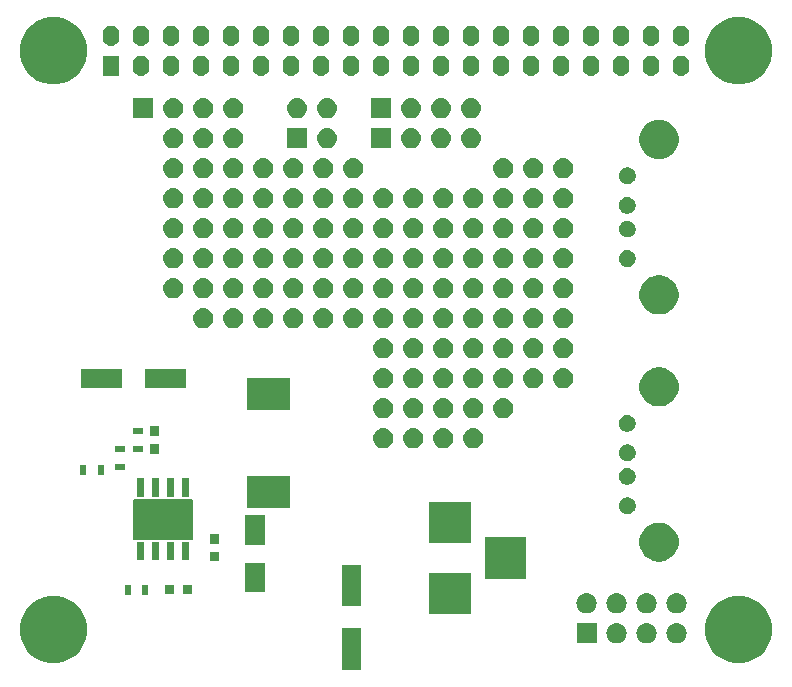
<source format=gts>
G04 #@! TF.GenerationSoftware,KiCad,Pcbnew,(5.0.2)-1*
G04 #@! TF.CreationDate,2019-01-19T21:34:45-05:00*
G04 #@! TF.ProjectId,2019-Pi-Power,32303139-2d50-4692-9d50-6f7765722e6b,rev?*
G04 #@! TF.SameCoordinates,Original*
G04 #@! TF.FileFunction,Soldermask,Top*
G04 #@! TF.FilePolarity,Negative*
%FSLAX46Y46*%
G04 Gerber Fmt 4.6, Leading zero omitted, Abs format (unit mm)*
G04 Created by KiCad (PCBNEW (5.0.2)-1) date 1/19/2019 9:34:45 PM*
%MOMM*%
%LPD*%
G01*
G04 APERTURE LIST*
%ADD10C,0.150000*%
G04 APERTURE END LIST*
D10*
G36*
X210287000Y-135522000D02*
X215240000Y-135522000D01*
X215240000Y-138824000D01*
X210287000Y-138824000D01*
X210287000Y-135522000D01*
G37*
X210287000Y-135522000D02*
X215240000Y-135522000D01*
X215240000Y-138824000D01*
X210287000Y-138824000D01*
X210287000Y-135522000D01*
G36*
X229502000Y-149908500D02*
X227902000Y-149908500D01*
X227902000Y-146408500D01*
X229502000Y-146408500D01*
X229502000Y-149908500D01*
X229502000Y-149908500D01*
G37*
G36*
X262331312Y-143759523D02*
X262849982Y-143974363D01*
X263316772Y-144286262D01*
X263713738Y-144683228D01*
X264025637Y-145150018D01*
X264240477Y-145668688D01*
X264350000Y-146219298D01*
X264350000Y-146780702D01*
X264240477Y-147331312D01*
X264025637Y-147849982D01*
X263713738Y-148316772D01*
X263316772Y-148713738D01*
X262849982Y-149025637D01*
X262331312Y-149240477D01*
X261780702Y-149350000D01*
X261219298Y-149350000D01*
X260668688Y-149240477D01*
X260150018Y-149025637D01*
X259683228Y-148713738D01*
X259286262Y-148316772D01*
X258974363Y-147849982D01*
X258759523Y-147331312D01*
X258650000Y-146780702D01*
X258650000Y-146219298D01*
X258759523Y-145668688D01*
X258974363Y-145150018D01*
X259286262Y-144683228D01*
X259683228Y-144286262D01*
X260150018Y-143974363D01*
X260668688Y-143759523D01*
X261219298Y-143650000D01*
X261780702Y-143650000D01*
X262331312Y-143759523D01*
X262331312Y-143759523D01*
G37*
G36*
X204331312Y-143759523D02*
X204849982Y-143974363D01*
X205316772Y-144286262D01*
X205713738Y-144683228D01*
X206025637Y-145150018D01*
X206240477Y-145668688D01*
X206350000Y-146219298D01*
X206350000Y-146780702D01*
X206240477Y-147331312D01*
X206025637Y-147849982D01*
X205713738Y-148316772D01*
X205316772Y-148713738D01*
X204849982Y-149025637D01*
X204331312Y-149240477D01*
X203780702Y-149350000D01*
X203219298Y-149350000D01*
X202668688Y-149240477D01*
X202150018Y-149025637D01*
X201683228Y-148713738D01*
X201286262Y-148316772D01*
X200974363Y-147849982D01*
X200759523Y-147331312D01*
X200650000Y-146780702D01*
X200650000Y-146219298D01*
X200759523Y-145668688D01*
X200974363Y-145150018D01*
X201286262Y-144683228D01*
X201683228Y-144286262D01*
X202150018Y-143974363D01*
X202668688Y-143759523D01*
X203219298Y-143650000D01*
X203780702Y-143650000D01*
X204331312Y-143759523D01*
X204331312Y-143759523D01*
G37*
G36*
X249491000Y-147675000D02*
X247791000Y-147675000D01*
X247791000Y-145975000D01*
X249491000Y-145975000D01*
X249491000Y-147675000D01*
X249491000Y-147675000D01*
G37*
G36*
X256427630Y-145987299D02*
X256587855Y-146035903D01*
X256735520Y-146114831D01*
X256864949Y-146221051D01*
X256971169Y-146350480D01*
X257050097Y-146498145D01*
X257098701Y-146658370D01*
X257115112Y-146825000D01*
X257098701Y-146991630D01*
X257050097Y-147151855D01*
X256971169Y-147299520D01*
X256864949Y-147428949D01*
X256735520Y-147535169D01*
X256587855Y-147614097D01*
X256427630Y-147662701D01*
X256302752Y-147675000D01*
X256219248Y-147675000D01*
X256094370Y-147662701D01*
X255934145Y-147614097D01*
X255786480Y-147535169D01*
X255657051Y-147428949D01*
X255550831Y-147299520D01*
X255471903Y-147151855D01*
X255423299Y-146991630D01*
X255406888Y-146825000D01*
X255423299Y-146658370D01*
X255471903Y-146498145D01*
X255550831Y-146350480D01*
X255657051Y-146221051D01*
X255786480Y-146114831D01*
X255934145Y-146035903D01*
X256094370Y-145987299D01*
X256219248Y-145975000D01*
X256302752Y-145975000D01*
X256427630Y-145987299D01*
X256427630Y-145987299D01*
G37*
G36*
X253887630Y-145987299D02*
X254047855Y-146035903D01*
X254195520Y-146114831D01*
X254324949Y-146221051D01*
X254431169Y-146350480D01*
X254510097Y-146498145D01*
X254558701Y-146658370D01*
X254575112Y-146825000D01*
X254558701Y-146991630D01*
X254510097Y-147151855D01*
X254431169Y-147299520D01*
X254324949Y-147428949D01*
X254195520Y-147535169D01*
X254047855Y-147614097D01*
X253887630Y-147662701D01*
X253762752Y-147675000D01*
X253679248Y-147675000D01*
X253554370Y-147662701D01*
X253394145Y-147614097D01*
X253246480Y-147535169D01*
X253117051Y-147428949D01*
X253010831Y-147299520D01*
X252931903Y-147151855D01*
X252883299Y-146991630D01*
X252866888Y-146825000D01*
X252883299Y-146658370D01*
X252931903Y-146498145D01*
X253010831Y-146350480D01*
X253117051Y-146221051D01*
X253246480Y-146114831D01*
X253394145Y-146035903D01*
X253554370Y-145987299D01*
X253679248Y-145975000D01*
X253762752Y-145975000D01*
X253887630Y-145987299D01*
X253887630Y-145987299D01*
G37*
G36*
X251347630Y-145987299D02*
X251507855Y-146035903D01*
X251655520Y-146114831D01*
X251784949Y-146221051D01*
X251891169Y-146350480D01*
X251970097Y-146498145D01*
X252018701Y-146658370D01*
X252035112Y-146825000D01*
X252018701Y-146991630D01*
X251970097Y-147151855D01*
X251891169Y-147299520D01*
X251784949Y-147428949D01*
X251655520Y-147535169D01*
X251507855Y-147614097D01*
X251347630Y-147662701D01*
X251222752Y-147675000D01*
X251139248Y-147675000D01*
X251014370Y-147662701D01*
X250854145Y-147614097D01*
X250706480Y-147535169D01*
X250577051Y-147428949D01*
X250470831Y-147299520D01*
X250391903Y-147151855D01*
X250343299Y-146991630D01*
X250326888Y-146825000D01*
X250343299Y-146658370D01*
X250391903Y-146498145D01*
X250470831Y-146350480D01*
X250577051Y-146221051D01*
X250706480Y-146114831D01*
X250854145Y-146035903D01*
X251014370Y-145987299D01*
X251139248Y-145975000D01*
X251222752Y-145975000D01*
X251347630Y-145987299D01*
X251347630Y-145987299D01*
G37*
G36*
X238834000Y-145209500D02*
X235334000Y-145209500D01*
X235334000Y-141709500D01*
X238834000Y-141709500D01*
X238834000Y-145209500D01*
X238834000Y-145209500D01*
G37*
G36*
X256427630Y-143447299D02*
X256587855Y-143495903D01*
X256735520Y-143574831D01*
X256864949Y-143681051D01*
X256971169Y-143810480D01*
X257050097Y-143958145D01*
X257098701Y-144118370D01*
X257115112Y-144285000D01*
X257098701Y-144451630D01*
X257050097Y-144611855D01*
X256971169Y-144759520D01*
X256864949Y-144888949D01*
X256735520Y-144995169D01*
X256587855Y-145074097D01*
X256427630Y-145122701D01*
X256302752Y-145135000D01*
X256219248Y-145135000D01*
X256094370Y-145122701D01*
X255934145Y-145074097D01*
X255786480Y-144995169D01*
X255657051Y-144888949D01*
X255550831Y-144759520D01*
X255471903Y-144611855D01*
X255423299Y-144451630D01*
X255406888Y-144285000D01*
X255423299Y-144118370D01*
X255471903Y-143958145D01*
X255550831Y-143810480D01*
X255657051Y-143681051D01*
X255786480Y-143574831D01*
X255934145Y-143495903D01*
X256094370Y-143447299D01*
X256219248Y-143435000D01*
X256302752Y-143435000D01*
X256427630Y-143447299D01*
X256427630Y-143447299D01*
G37*
G36*
X253887630Y-143447299D02*
X254047855Y-143495903D01*
X254195520Y-143574831D01*
X254324949Y-143681051D01*
X254431169Y-143810480D01*
X254510097Y-143958145D01*
X254558701Y-144118370D01*
X254575112Y-144285000D01*
X254558701Y-144451630D01*
X254510097Y-144611855D01*
X254431169Y-144759520D01*
X254324949Y-144888949D01*
X254195520Y-144995169D01*
X254047855Y-145074097D01*
X253887630Y-145122701D01*
X253762752Y-145135000D01*
X253679248Y-145135000D01*
X253554370Y-145122701D01*
X253394145Y-145074097D01*
X253246480Y-144995169D01*
X253117051Y-144888949D01*
X253010831Y-144759520D01*
X252931903Y-144611855D01*
X252883299Y-144451630D01*
X252866888Y-144285000D01*
X252883299Y-144118370D01*
X252931903Y-143958145D01*
X253010831Y-143810480D01*
X253117051Y-143681051D01*
X253246480Y-143574831D01*
X253394145Y-143495903D01*
X253554370Y-143447299D01*
X253679248Y-143435000D01*
X253762752Y-143435000D01*
X253887630Y-143447299D01*
X253887630Y-143447299D01*
G37*
G36*
X251347630Y-143447299D02*
X251507855Y-143495903D01*
X251655520Y-143574831D01*
X251784949Y-143681051D01*
X251891169Y-143810480D01*
X251970097Y-143958145D01*
X252018701Y-144118370D01*
X252035112Y-144285000D01*
X252018701Y-144451630D01*
X251970097Y-144611855D01*
X251891169Y-144759520D01*
X251784949Y-144888949D01*
X251655520Y-144995169D01*
X251507855Y-145074097D01*
X251347630Y-145122701D01*
X251222752Y-145135000D01*
X251139248Y-145135000D01*
X251014370Y-145122701D01*
X250854145Y-145074097D01*
X250706480Y-144995169D01*
X250577051Y-144888949D01*
X250470831Y-144759520D01*
X250391903Y-144611855D01*
X250343299Y-144451630D01*
X250326888Y-144285000D01*
X250343299Y-144118370D01*
X250391903Y-143958145D01*
X250470831Y-143810480D01*
X250577051Y-143681051D01*
X250706480Y-143574831D01*
X250854145Y-143495903D01*
X251014370Y-143447299D01*
X251139248Y-143435000D01*
X251222752Y-143435000D01*
X251347630Y-143447299D01*
X251347630Y-143447299D01*
G37*
G36*
X248807630Y-143447299D02*
X248967855Y-143495903D01*
X249115520Y-143574831D01*
X249244949Y-143681051D01*
X249351169Y-143810480D01*
X249430097Y-143958145D01*
X249478701Y-144118370D01*
X249495112Y-144285000D01*
X249478701Y-144451630D01*
X249430097Y-144611855D01*
X249351169Y-144759520D01*
X249244949Y-144888949D01*
X249115520Y-144995169D01*
X248967855Y-145074097D01*
X248807630Y-145122701D01*
X248682752Y-145135000D01*
X248599248Y-145135000D01*
X248474370Y-145122701D01*
X248314145Y-145074097D01*
X248166480Y-144995169D01*
X248037051Y-144888949D01*
X247930831Y-144759520D01*
X247851903Y-144611855D01*
X247803299Y-144451630D01*
X247786888Y-144285000D01*
X247803299Y-144118370D01*
X247851903Y-143958145D01*
X247930831Y-143810480D01*
X248037051Y-143681051D01*
X248166480Y-143574831D01*
X248314145Y-143495903D01*
X248474370Y-143447299D01*
X248599248Y-143435000D01*
X248682752Y-143435000D01*
X248807630Y-143447299D01*
X248807630Y-143447299D01*
G37*
G36*
X229502000Y-144508500D02*
X227902000Y-144508500D01*
X227902000Y-141008500D01*
X229502000Y-141008500D01*
X229502000Y-144508500D01*
X229502000Y-144508500D01*
G37*
G36*
X211541000Y-143592000D02*
X211041000Y-143592000D01*
X211041000Y-142692000D01*
X211541000Y-142692000D01*
X211541000Y-143592000D01*
X211541000Y-143592000D01*
G37*
G36*
X210041000Y-143592000D02*
X209541000Y-143592000D01*
X209541000Y-142692000D01*
X210041000Y-142692000D01*
X210041000Y-143592000D01*
X210041000Y-143592000D01*
G37*
G36*
X215235000Y-143517000D02*
X214435000Y-143517000D01*
X214435000Y-142767000D01*
X215235000Y-142767000D01*
X215235000Y-143517000D01*
X215235000Y-143517000D01*
G37*
G36*
X213735000Y-143517000D02*
X212935000Y-143517000D01*
X212935000Y-142767000D01*
X213735000Y-142767000D01*
X213735000Y-143517000D01*
X213735000Y-143517000D01*
G37*
G36*
X221424000Y-143344000D02*
X219724000Y-143344000D01*
X219724000Y-140844000D01*
X221424000Y-140844000D01*
X221424000Y-143344000D01*
X221424000Y-143344000D01*
G37*
G36*
X243534000Y-142209500D02*
X240034000Y-142209500D01*
X240034000Y-138709500D01*
X243534000Y-138709500D01*
X243534000Y-142209500D01*
X243534000Y-142209500D01*
G37*
G36*
X255093460Y-137473858D02*
X255253621Y-137505716D01*
X255378604Y-137557486D01*
X255555356Y-137630699D01*
X255826916Y-137812150D01*
X256057850Y-138043084D01*
X256239301Y-138314644D01*
X256364284Y-138616380D01*
X256428000Y-138936700D01*
X256428000Y-139263300D01*
X256364284Y-139583620D01*
X256239301Y-139885356D01*
X256057850Y-140156916D01*
X255826916Y-140387850D01*
X255555356Y-140569301D01*
X255378604Y-140642514D01*
X255253621Y-140694284D01*
X255093460Y-140726142D01*
X254933300Y-140758000D01*
X254606700Y-140758000D01*
X254446540Y-140726142D01*
X254286379Y-140694284D01*
X254161396Y-140642514D01*
X253984644Y-140569301D01*
X253713084Y-140387850D01*
X253482150Y-140156916D01*
X253300699Y-139885356D01*
X253175716Y-139583620D01*
X253112000Y-139263300D01*
X253112000Y-138936700D01*
X253175716Y-138616380D01*
X253300699Y-138314644D01*
X253482150Y-138043084D01*
X253713084Y-137812150D01*
X253984644Y-137630699D01*
X254161396Y-137557486D01*
X254286379Y-137505716D01*
X254446540Y-137473858D01*
X254606700Y-137442000D01*
X254933300Y-137442000D01*
X255093460Y-137473858D01*
X255093460Y-137473858D01*
G37*
G36*
X217520000Y-140736000D02*
X216770000Y-140736000D01*
X216770000Y-139936000D01*
X217520000Y-139936000D01*
X217520000Y-140736000D01*
X217520000Y-140736000D01*
G37*
G36*
X212428500Y-140648000D02*
X211828500Y-140648000D01*
X211828500Y-139098000D01*
X212428500Y-139098000D01*
X212428500Y-140648000D01*
X212428500Y-140648000D01*
G37*
G36*
X211158500Y-140648000D02*
X210558500Y-140648000D01*
X210558500Y-139098000D01*
X211158500Y-139098000D01*
X211158500Y-140648000D01*
X211158500Y-140648000D01*
G37*
G36*
X214968500Y-140648000D02*
X214368500Y-140648000D01*
X214368500Y-139098000D01*
X214968500Y-139098000D01*
X214968500Y-140648000D01*
X214968500Y-140648000D01*
G37*
G36*
X213698500Y-140648000D02*
X213098500Y-140648000D01*
X213098500Y-139098000D01*
X213698500Y-139098000D01*
X213698500Y-140648000D01*
X213698500Y-140648000D01*
G37*
G36*
X221424000Y-139344000D02*
X219724000Y-139344000D01*
X219724000Y-136844000D01*
X221424000Y-136844000D01*
X221424000Y-139344000D01*
X221424000Y-139344000D01*
G37*
G36*
X217520000Y-139236000D02*
X216770000Y-139236000D01*
X216770000Y-138436000D01*
X217520000Y-138436000D01*
X217520000Y-139236000D01*
X217520000Y-139236000D01*
G37*
G36*
X238834000Y-139209500D02*
X235334000Y-139209500D01*
X235334000Y-135709500D01*
X238834000Y-135709500D01*
X238834000Y-139209500D01*
X238834000Y-139209500D01*
G37*
G36*
X252278266Y-135343438D02*
X252408203Y-135397259D01*
X252525153Y-135475403D01*
X252624597Y-135574847D01*
X252702741Y-135691797D01*
X252756562Y-135821734D01*
X252784000Y-135959676D01*
X252784000Y-136100324D01*
X252756562Y-136238266D01*
X252702741Y-136368203D01*
X252624597Y-136485153D01*
X252525153Y-136584597D01*
X252408203Y-136662741D01*
X252278266Y-136716562D01*
X252140324Y-136744000D01*
X251999676Y-136744000D01*
X251861734Y-136716562D01*
X251731797Y-136662741D01*
X251614847Y-136584597D01*
X251515403Y-136485153D01*
X251437259Y-136368203D01*
X251383438Y-136238266D01*
X251356000Y-136100324D01*
X251356000Y-135959676D01*
X251383438Y-135821734D01*
X251437259Y-135691797D01*
X251515403Y-135574847D01*
X251614847Y-135475403D01*
X251731797Y-135397259D01*
X251861734Y-135343438D01*
X251999676Y-135316000D01*
X252140324Y-135316000D01*
X252278266Y-135343438D01*
X252278266Y-135343438D01*
G37*
G36*
X223517000Y-136196000D02*
X219917000Y-136196000D01*
X219917000Y-133496000D01*
X223517000Y-133496000D01*
X223517000Y-136196000D01*
X223517000Y-136196000D01*
G37*
G36*
X211158500Y-135248000D02*
X210558500Y-135248000D01*
X210558500Y-133698000D01*
X211158500Y-133698000D01*
X211158500Y-135248000D01*
X211158500Y-135248000D01*
G37*
G36*
X212428500Y-135248000D02*
X211828500Y-135248000D01*
X211828500Y-133698000D01*
X212428500Y-133698000D01*
X212428500Y-135248000D01*
X212428500Y-135248000D01*
G37*
G36*
X213698500Y-135248000D02*
X213098500Y-135248000D01*
X213098500Y-133698000D01*
X213698500Y-133698000D01*
X213698500Y-135248000D01*
X213698500Y-135248000D01*
G37*
G36*
X214968500Y-135248000D02*
X214368500Y-135248000D01*
X214368500Y-133698000D01*
X214968500Y-133698000D01*
X214968500Y-135248000D01*
X214968500Y-135248000D01*
G37*
G36*
X252278266Y-132843438D02*
X252408203Y-132897259D01*
X252525153Y-132975403D01*
X252624597Y-133074847D01*
X252702741Y-133191797D01*
X252756562Y-133321734D01*
X252784000Y-133459676D01*
X252784000Y-133600324D01*
X252756562Y-133738266D01*
X252702741Y-133868203D01*
X252624597Y-133985153D01*
X252525153Y-134084597D01*
X252408203Y-134162741D01*
X252278266Y-134216562D01*
X252140324Y-134244000D01*
X251999676Y-134244000D01*
X251861734Y-134216562D01*
X251731797Y-134162741D01*
X251614847Y-134084597D01*
X251515403Y-133985153D01*
X251437259Y-133868203D01*
X251383438Y-133738266D01*
X251356000Y-133600324D01*
X251356000Y-133459676D01*
X251383438Y-133321734D01*
X251437259Y-133191797D01*
X251515403Y-133074847D01*
X251614847Y-132975403D01*
X251731797Y-132897259D01*
X251861734Y-132843438D01*
X251999676Y-132816000D01*
X252140324Y-132816000D01*
X252278266Y-132843438D01*
X252278266Y-132843438D01*
G37*
G36*
X207743000Y-133432000D02*
X207243000Y-133432000D01*
X207243000Y-132532000D01*
X207743000Y-132532000D01*
X207743000Y-133432000D01*
X207743000Y-133432000D01*
G37*
G36*
X206243000Y-133432000D02*
X205743000Y-133432000D01*
X205743000Y-132532000D01*
X206243000Y-132532000D01*
X206243000Y-133432000D01*
X206243000Y-133432000D01*
G37*
G36*
X209594000Y-132966000D02*
X208694000Y-132966000D01*
X208694000Y-132466000D01*
X209594000Y-132466000D01*
X209594000Y-132966000D01*
X209594000Y-132966000D01*
G37*
G36*
X252278266Y-130843438D02*
X252408203Y-130897259D01*
X252408206Y-130897261D01*
X252493122Y-130954000D01*
X252525153Y-130975403D01*
X252624597Y-131074847D01*
X252624599Y-131074850D01*
X252624600Y-131074851D01*
X252676617Y-131152700D01*
X252702741Y-131191797D01*
X252756562Y-131321734D01*
X252784000Y-131459676D01*
X252784000Y-131600324D01*
X252756562Y-131738266D01*
X252702741Y-131868203D01*
X252624597Y-131985153D01*
X252525153Y-132084597D01*
X252408203Y-132162741D01*
X252278266Y-132216562D01*
X252140324Y-132244000D01*
X251999676Y-132244000D01*
X251861734Y-132216562D01*
X251731797Y-132162741D01*
X251614847Y-132084597D01*
X251515403Y-131985153D01*
X251437259Y-131868203D01*
X251383438Y-131738266D01*
X251356000Y-131600324D01*
X251356000Y-131459676D01*
X251383438Y-131321734D01*
X251437259Y-131191797D01*
X251463383Y-131152700D01*
X251515400Y-131074851D01*
X251515401Y-131074850D01*
X251515403Y-131074847D01*
X251614847Y-130975403D01*
X251646879Y-130954000D01*
X251731794Y-130897261D01*
X251731797Y-130897259D01*
X251861734Y-130843438D01*
X251999676Y-130816000D01*
X252140324Y-130816000D01*
X252278266Y-130843438D01*
X252278266Y-130843438D01*
G37*
G36*
X212440000Y-131604000D02*
X211690000Y-131604000D01*
X211690000Y-130804000D01*
X212440000Y-130804000D01*
X212440000Y-131604000D01*
X212440000Y-131604000D01*
G37*
G36*
X209594000Y-131466000D02*
X208694000Y-131466000D01*
X208694000Y-130966000D01*
X209594000Y-130966000D01*
X209594000Y-131466000D01*
X209594000Y-131466000D01*
G37*
G36*
X211118000Y-131454000D02*
X210218000Y-131454000D01*
X210218000Y-130954000D01*
X211118000Y-130954000D01*
X211118000Y-131454000D01*
X211118000Y-131454000D01*
G37*
G36*
X239219130Y-129477299D02*
X239379355Y-129525903D01*
X239527020Y-129604831D01*
X239656449Y-129711051D01*
X239762669Y-129840480D01*
X239841597Y-129988145D01*
X239890201Y-130148370D01*
X239906612Y-130315000D01*
X239890201Y-130481630D01*
X239841597Y-130641855D01*
X239762669Y-130789520D01*
X239656449Y-130918949D01*
X239527020Y-131025169D01*
X239379355Y-131104097D01*
X239219130Y-131152701D01*
X239094252Y-131165000D01*
X239010748Y-131165000D01*
X238885870Y-131152701D01*
X238725645Y-131104097D01*
X238577980Y-131025169D01*
X238448551Y-130918949D01*
X238342331Y-130789520D01*
X238263403Y-130641855D01*
X238214799Y-130481630D01*
X238198388Y-130315000D01*
X238214799Y-130148370D01*
X238263403Y-129988145D01*
X238342331Y-129840480D01*
X238448551Y-129711051D01*
X238577980Y-129604831D01*
X238725645Y-129525903D01*
X238885870Y-129477299D01*
X239010748Y-129465000D01*
X239094252Y-129465000D01*
X239219130Y-129477299D01*
X239219130Y-129477299D01*
G37*
G36*
X234139130Y-129477299D02*
X234299355Y-129525903D01*
X234447020Y-129604831D01*
X234576449Y-129711051D01*
X234682669Y-129840480D01*
X234761597Y-129988145D01*
X234810201Y-130148370D01*
X234826612Y-130315000D01*
X234810201Y-130481630D01*
X234761597Y-130641855D01*
X234682669Y-130789520D01*
X234576449Y-130918949D01*
X234447020Y-131025169D01*
X234299355Y-131104097D01*
X234139130Y-131152701D01*
X234014252Y-131165000D01*
X233930748Y-131165000D01*
X233805870Y-131152701D01*
X233645645Y-131104097D01*
X233497980Y-131025169D01*
X233368551Y-130918949D01*
X233262331Y-130789520D01*
X233183403Y-130641855D01*
X233134799Y-130481630D01*
X233118388Y-130315000D01*
X233134799Y-130148370D01*
X233183403Y-129988145D01*
X233262331Y-129840480D01*
X233368551Y-129711051D01*
X233497980Y-129604831D01*
X233645645Y-129525903D01*
X233805870Y-129477299D01*
X233930748Y-129465000D01*
X234014252Y-129465000D01*
X234139130Y-129477299D01*
X234139130Y-129477299D01*
G37*
G36*
X231599130Y-129477299D02*
X231759355Y-129525903D01*
X231907020Y-129604831D01*
X232036449Y-129711051D01*
X232142669Y-129840480D01*
X232221597Y-129988145D01*
X232270201Y-130148370D01*
X232286612Y-130315000D01*
X232270201Y-130481630D01*
X232221597Y-130641855D01*
X232142669Y-130789520D01*
X232036449Y-130918949D01*
X231907020Y-131025169D01*
X231759355Y-131104097D01*
X231599130Y-131152701D01*
X231474252Y-131165000D01*
X231390748Y-131165000D01*
X231265870Y-131152701D01*
X231105645Y-131104097D01*
X230957980Y-131025169D01*
X230828551Y-130918949D01*
X230722331Y-130789520D01*
X230643403Y-130641855D01*
X230594799Y-130481630D01*
X230578388Y-130315000D01*
X230594799Y-130148370D01*
X230643403Y-129988145D01*
X230722331Y-129840480D01*
X230828551Y-129711051D01*
X230957980Y-129604831D01*
X231105645Y-129525903D01*
X231265870Y-129477299D01*
X231390748Y-129465000D01*
X231474252Y-129465000D01*
X231599130Y-129477299D01*
X231599130Y-129477299D01*
G37*
G36*
X236679130Y-129477299D02*
X236839355Y-129525903D01*
X236987020Y-129604831D01*
X237116449Y-129711051D01*
X237222669Y-129840480D01*
X237301597Y-129988145D01*
X237350201Y-130148370D01*
X237366612Y-130315000D01*
X237350201Y-130481630D01*
X237301597Y-130641855D01*
X237222669Y-130789520D01*
X237116449Y-130918949D01*
X236987020Y-131025169D01*
X236839355Y-131104097D01*
X236679130Y-131152701D01*
X236554252Y-131165000D01*
X236470748Y-131165000D01*
X236345870Y-131152701D01*
X236185645Y-131104097D01*
X236037980Y-131025169D01*
X235908551Y-130918949D01*
X235802331Y-130789520D01*
X235723403Y-130641855D01*
X235674799Y-130481630D01*
X235658388Y-130315000D01*
X235674799Y-130148370D01*
X235723403Y-129988145D01*
X235802331Y-129840480D01*
X235908551Y-129711051D01*
X236037980Y-129604831D01*
X236185645Y-129525903D01*
X236345870Y-129477299D01*
X236470748Y-129465000D01*
X236554252Y-129465000D01*
X236679130Y-129477299D01*
X236679130Y-129477299D01*
G37*
G36*
X212440000Y-130104000D02*
X211690000Y-130104000D01*
X211690000Y-129304000D01*
X212440000Y-129304000D01*
X212440000Y-130104000D01*
X212440000Y-130104000D01*
G37*
G36*
X211118000Y-129954000D02*
X210218000Y-129954000D01*
X210218000Y-129454000D01*
X211118000Y-129454000D01*
X211118000Y-129954000D01*
X211118000Y-129954000D01*
G37*
G36*
X252278266Y-128343438D02*
X252408203Y-128397259D01*
X252525153Y-128475403D01*
X252624597Y-128574847D01*
X252624599Y-128574850D01*
X252624600Y-128574851D01*
X252702739Y-128691794D01*
X252702741Y-128691797D01*
X252756562Y-128821734D01*
X252784000Y-128959676D01*
X252784000Y-129100324D01*
X252756562Y-129238266D01*
X252702741Y-129368203D01*
X252702739Y-129368206D01*
X252629845Y-129477300D01*
X252624597Y-129485153D01*
X252525153Y-129584597D01*
X252525150Y-129584599D01*
X252525149Y-129584600D01*
X252408206Y-129662739D01*
X252408203Y-129662741D01*
X252278266Y-129716562D01*
X252140324Y-129744000D01*
X251999676Y-129744000D01*
X251861734Y-129716562D01*
X251731797Y-129662741D01*
X251731794Y-129662739D01*
X251614851Y-129584600D01*
X251614850Y-129584599D01*
X251614847Y-129584597D01*
X251515403Y-129485153D01*
X251510156Y-129477300D01*
X251437261Y-129368206D01*
X251437259Y-129368203D01*
X251383438Y-129238266D01*
X251356000Y-129100324D01*
X251356000Y-128959676D01*
X251383438Y-128821734D01*
X251437259Y-128691797D01*
X251437261Y-128691794D01*
X251515400Y-128574851D01*
X251515401Y-128574850D01*
X251515403Y-128574847D01*
X251614847Y-128475403D01*
X251731797Y-128397259D01*
X251861734Y-128343438D01*
X251999676Y-128316000D01*
X252140324Y-128316000D01*
X252278266Y-128343438D01*
X252278266Y-128343438D01*
G37*
G36*
X239219130Y-126937299D02*
X239379355Y-126985903D01*
X239527020Y-127064831D01*
X239656449Y-127171051D01*
X239762669Y-127300480D01*
X239841597Y-127448145D01*
X239890201Y-127608370D01*
X239906612Y-127775000D01*
X239890201Y-127941630D01*
X239841597Y-128101855D01*
X239762669Y-128249520D01*
X239656449Y-128378949D01*
X239527020Y-128485169D01*
X239379355Y-128564097D01*
X239219130Y-128612701D01*
X239094252Y-128625000D01*
X239010748Y-128625000D01*
X238885870Y-128612701D01*
X238725645Y-128564097D01*
X238577980Y-128485169D01*
X238448551Y-128378949D01*
X238342331Y-128249520D01*
X238263403Y-128101855D01*
X238214799Y-127941630D01*
X238198388Y-127775000D01*
X238214799Y-127608370D01*
X238263403Y-127448145D01*
X238342331Y-127300480D01*
X238448551Y-127171051D01*
X238577980Y-127064831D01*
X238725645Y-126985903D01*
X238885870Y-126937299D01*
X239010748Y-126925000D01*
X239094252Y-126925000D01*
X239219130Y-126937299D01*
X239219130Y-126937299D01*
G37*
G36*
X234139130Y-126937299D02*
X234299355Y-126985903D01*
X234447020Y-127064831D01*
X234576449Y-127171051D01*
X234682669Y-127300480D01*
X234761597Y-127448145D01*
X234810201Y-127608370D01*
X234826612Y-127775000D01*
X234810201Y-127941630D01*
X234761597Y-128101855D01*
X234682669Y-128249520D01*
X234576449Y-128378949D01*
X234447020Y-128485169D01*
X234299355Y-128564097D01*
X234139130Y-128612701D01*
X234014252Y-128625000D01*
X233930748Y-128625000D01*
X233805870Y-128612701D01*
X233645645Y-128564097D01*
X233497980Y-128485169D01*
X233368551Y-128378949D01*
X233262331Y-128249520D01*
X233183403Y-128101855D01*
X233134799Y-127941630D01*
X233118388Y-127775000D01*
X233134799Y-127608370D01*
X233183403Y-127448145D01*
X233262331Y-127300480D01*
X233368551Y-127171051D01*
X233497980Y-127064831D01*
X233645645Y-126985903D01*
X233805870Y-126937299D01*
X233930748Y-126925000D01*
X234014252Y-126925000D01*
X234139130Y-126937299D01*
X234139130Y-126937299D01*
G37*
G36*
X241759130Y-126937299D02*
X241919355Y-126985903D01*
X242067020Y-127064831D01*
X242196449Y-127171051D01*
X242302669Y-127300480D01*
X242381597Y-127448145D01*
X242430201Y-127608370D01*
X242446612Y-127775000D01*
X242430201Y-127941630D01*
X242381597Y-128101855D01*
X242302669Y-128249520D01*
X242196449Y-128378949D01*
X242067020Y-128485169D01*
X241919355Y-128564097D01*
X241759130Y-128612701D01*
X241634252Y-128625000D01*
X241550748Y-128625000D01*
X241425870Y-128612701D01*
X241265645Y-128564097D01*
X241117980Y-128485169D01*
X240988551Y-128378949D01*
X240882331Y-128249520D01*
X240803403Y-128101855D01*
X240754799Y-127941630D01*
X240738388Y-127775000D01*
X240754799Y-127608370D01*
X240803403Y-127448145D01*
X240882331Y-127300480D01*
X240988551Y-127171051D01*
X241117980Y-127064831D01*
X241265645Y-126985903D01*
X241425870Y-126937299D01*
X241550748Y-126925000D01*
X241634252Y-126925000D01*
X241759130Y-126937299D01*
X241759130Y-126937299D01*
G37*
G36*
X236679130Y-126937299D02*
X236839355Y-126985903D01*
X236987020Y-127064831D01*
X237116449Y-127171051D01*
X237222669Y-127300480D01*
X237301597Y-127448145D01*
X237350201Y-127608370D01*
X237366612Y-127775000D01*
X237350201Y-127941630D01*
X237301597Y-128101855D01*
X237222669Y-128249520D01*
X237116449Y-128378949D01*
X236987020Y-128485169D01*
X236839355Y-128564097D01*
X236679130Y-128612701D01*
X236554252Y-128625000D01*
X236470748Y-128625000D01*
X236345870Y-128612701D01*
X236185645Y-128564097D01*
X236037980Y-128485169D01*
X235908551Y-128378949D01*
X235802331Y-128249520D01*
X235723403Y-128101855D01*
X235674799Y-127941630D01*
X235658388Y-127775000D01*
X235674799Y-127608370D01*
X235723403Y-127448145D01*
X235802331Y-127300480D01*
X235908551Y-127171051D01*
X236037980Y-127064831D01*
X236185645Y-126985903D01*
X236345870Y-126937299D01*
X236470748Y-126925000D01*
X236554252Y-126925000D01*
X236679130Y-126937299D01*
X236679130Y-126937299D01*
G37*
G36*
X231599130Y-126937299D02*
X231759355Y-126985903D01*
X231907020Y-127064831D01*
X232036449Y-127171051D01*
X232142669Y-127300480D01*
X232221597Y-127448145D01*
X232270201Y-127608370D01*
X232286612Y-127775000D01*
X232270201Y-127941630D01*
X232221597Y-128101855D01*
X232142669Y-128249520D01*
X232036449Y-128378949D01*
X231907020Y-128485169D01*
X231759355Y-128564097D01*
X231599130Y-128612701D01*
X231474252Y-128625000D01*
X231390748Y-128625000D01*
X231265870Y-128612701D01*
X231105645Y-128564097D01*
X230957980Y-128485169D01*
X230828551Y-128378949D01*
X230722331Y-128249520D01*
X230643403Y-128101855D01*
X230594799Y-127941630D01*
X230578388Y-127775000D01*
X230594799Y-127608370D01*
X230643403Y-127448145D01*
X230722331Y-127300480D01*
X230828551Y-127171051D01*
X230957980Y-127064831D01*
X231105645Y-126985903D01*
X231265870Y-126937299D01*
X231390748Y-126925000D01*
X231474252Y-126925000D01*
X231599130Y-126937299D01*
X231599130Y-126937299D01*
G37*
G36*
X223517000Y-127896000D02*
X219917000Y-127896000D01*
X219917000Y-125196000D01*
X223517000Y-125196000D01*
X223517000Y-127896000D01*
X223517000Y-127896000D01*
G37*
G36*
X255093460Y-124333858D02*
X255253621Y-124365716D01*
X255329871Y-124397300D01*
X255555356Y-124490699D01*
X255826916Y-124672150D01*
X256057850Y-124903084D01*
X256239301Y-125174644D01*
X256364284Y-125476380D01*
X256428000Y-125796700D01*
X256428000Y-126123300D01*
X256364284Y-126443620D01*
X256239301Y-126745356D01*
X256057850Y-127016916D01*
X255826916Y-127247850D01*
X255555356Y-127429301D01*
X255378604Y-127502514D01*
X255253621Y-127554284D01*
X255093460Y-127586142D01*
X254933300Y-127618000D01*
X254606700Y-127618000D01*
X254446540Y-127586142D01*
X254286379Y-127554284D01*
X254161396Y-127502514D01*
X253984644Y-127429301D01*
X253713084Y-127247850D01*
X253482150Y-127016916D01*
X253300699Y-126745356D01*
X253175716Y-126443620D01*
X253112000Y-126123300D01*
X253112000Y-125796700D01*
X253175716Y-125476380D01*
X253300699Y-125174644D01*
X253482150Y-124903084D01*
X253713084Y-124672150D01*
X253984644Y-124490699D01*
X254210129Y-124397300D01*
X254286379Y-124365716D01*
X254446540Y-124333858D01*
X254606700Y-124302000D01*
X254933300Y-124302000D01*
X255093460Y-124333858D01*
X255093460Y-124333858D01*
G37*
G36*
X239219130Y-124397299D02*
X239379355Y-124445903D01*
X239527020Y-124524831D01*
X239656449Y-124631051D01*
X239762669Y-124760480D01*
X239841597Y-124908145D01*
X239890201Y-125068370D01*
X239906612Y-125235000D01*
X239890201Y-125401630D01*
X239841597Y-125561855D01*
X239762669Y-125709520D01*
X239656449Y-125838949D01*
X239527020Y-125945169D01*
X239379355Y-126024097D01*
X239219130Y-126072701D01*
X239094252Y-126085000D01*
X239010748Y-126085000D01*
X238885870Y-126072701D01*
X238725645Y-126024097D01*
X238577980Y-125945169D01*
X238448551Y-125838949D01*
X238342331Y-125709520D01*
X238263403Y-125561855D01*
X238214799Y-125401630D01*
X238198388Y-125235000D01*
X238214799Y-125068370D01*
X238263403Y-124908145D01*
X238342331Y-124760480D01*
X238448551Y-124631051D01*
X238577980Y-124524831D01*
X238725645Y-124445903D01*
X238885870Y-124397299D01*
X239010748Y-124385000D01*
X239094252Y-124385000D01*
X239219130Y-124397299D01*
X239219130Y-124397299D01*
G37*
G36*
X234139130Y-124397299D02*
X234299355Y-124445903D01*
X234447020Y-124524831D01*
X234576449Y-124631051D01*
X234682669Y-124760480D01*
X234761597Y-124908145D01*
X234810201Y-125068370D01*
X234826612Y-125235000D01*
X234810201Y-125401630D01*
X234761597Y-125561855D01*
X234682669Y-125709520D01*
X234576449Y-125838949D01*
X234447020Y-125945169D01*
X234299355Y-126024097D01*
X234139130Y-126072701D01*
X234014252Y-126085000D01*
X233930748Y-126085000D01*
X233805870Y-126072701D01*
X233645645Y-126024097D01*
X233497980Y-125945169D01*
X233368551Y-125838949D01*
X233262331Y-125709520D01*
X233183403Y-125561855D01*
X233134799Y-125401630D01*
X233118388Y-125235000D01*
X233134799Y-125068370D01*
X233183403Y-124908145D01*
X233262331Y-124760480D01*
X233368551Y-124631051D01*
X233497980Y-124524831D01*
X233645645Y-124445903D01*
X233805870Y-124397299D01*
X233930748Y-124385000D01*
X234014252Y-124385000D01*
X234139130Y-124397299D01*
X234139130Y-124397299D01*
G37*
G36*
X246839130Y-124397299D02*
X246999355Y-124445903D01*
X247147020Y-124524831D01*
X247276449Y-124631051D01*
X247382669Y-124760480D01*
X247461597Y-124908145D01*
X247510201Y-125068370D01*
X247526612Y-125235000D01*
X247510201Y-125401630D01*
X247461597Y-125561855D01*
X247382669Y-125709520D01*
X247276449Y-125838949D01*
X247147020Y-125945169D01*
X246999355Y-126024097D01*
X246839130Y-126072701D01*
X246714252Y-126085000D01*
X246630748Y-126085000D01*
X246505870Y-126072701D01*
X246345645Y-126024097D01*
X246197980Y-125945169D01*
X246068551Y-125838949D01*
X245962331Y-125709520D01*
X245883403Y-125561855D01*
X245834799Y-125401630D01*
X245818388Y-125235000D01*
X245834799Y-125068370D01*
X245883403Y-124908145D01*
X245962331Y-124760480D01*
X246068551Y-124631051D01*
X246197980Y-124524831D01*
X246345645Y-124445903D01*
X246505870Y-124397299D01*
X246630748Y-124385000D01*
X246714252Y-124385000D01*
X246839130Y-124397299D01*
X246839130Y-124397299D01*
G37*
G36*
X231599130Y-124397299D02*
X231759355Y-124445903D01*
X231907020Y-124524831D01*
X232036449Y-124631051D01*
X232142669Y-124760480D01*
X232221597Y-124908145D01*
X232270201Y-125068370D01*
X232286612Y-125235000D01*
X232270201Y-125401630D01*
X232221597Y-125561855D01*
X232142669Y-125709520D01*
X232036449Y-125838949D01*
X231907020Y-125945169D01*
X231759355Y-126024097D01*
X231599130Y-126072701D01*
X231474252Y-126085000D01*
X231390748Y-126085000D01*
X231265870Y-126072701D01*
X231105645Y-126024097D01*
X230957980Y-125945169D01*
X230828551Y-125838949D01*
X230722331Y-125709520D01*
X230643403Y-125561855D01*
X230594799Y-125401630D01*
X230578388Y-125235000D01*
X230594799Y-125068370D01*
X230643403Y-124908145D01*
X230722331Y-124760480D01*
X230828551Y-124631051D01*
X230957980Y-124524831D01*
X231105645Y-124445903D01*
X231265870Y-124397299D01*
X231390748Y-124385000D01*
X231474252Y-124385000D01*
X231599130Y-124397299D01*
X231599130Y-124397299D01*
G37*
G36*
X236679130Y-124397299D02*
X236839355Y-124445903D01*
X236987020Y-124524831D01*
X237116449Y-124631051D01*
X237222669Y-124760480D01*
X237301597Y-124908145D01*
X237350201Y-125068370D01*
X237366612Y-125235000D01*
X237350201Y-125401630D01*
X237301597Y-125561855D01*
X237222669Y-125709520D01*
X237116449Y-125838949D01*
X236987020Y-125945169D01*
X236839355Y-126024097D01*
X236679130Y-126072701D01*
X236554252Y-126085000D01*
X236470748Y-126085000D01*
X236345870Y-126072701D01*
X236185645Y-126024097D01*
X236037980Y-125945169D01*
X235908551Y-125838949D01*
X235802331Y-125709520D01*
X235723403Y-125561855D01*
X235674799Y-125401630D01*
X235658388Y-125235000D01*
X235674799Y-125068370D01*
X235723403Y-124908145D01*
X235802331Y-124760480D01*
X235908551Y-124631051D01*
X236037980Y-124524831D01*
X236185645Y-124445903D01*
X236345870Y-124397299D01*
X236470748Y-124385000D01*
X236554252Y-124385000D01*
X236679130Y-124397299D01*
X236679130Y-124397299D01*
G37*
G36*
X244299130Y-124397299D02*
X244459355Y-124445903D01*
X244607020Y-124524831D01*
X244736449Y-124631051D01*
X244842669Y-124760480D01*
X244921597Y-124908145D01*
X244970201Y-125068370D01*
X244986612Y-125235000D01*
X244970201Y-125401630D01*
X244921597Y-125561855D01*
X244842669Y-125709520D01*
X244736449Y-125838949D01*
X244607020Y-125945169D01*
X244459355Y-126024097D01*
X244299130Y-126072701D01*
X244174252Y-126085000D01*
X244090748Y-126085000D01*
X243965870Y-126072701D01*
X243805645Y-126024097D01*
X243657980Y-125945169D01*
X243528551Y-125838949D01*
X243422331Y-125709520D01*
X243343403Y-125561855D01*
X243294799Y-125401630D01*
X243278388Y-125235000D01*
X243294799Y-125068370D01*
X243343403Y-124908145D01*
X243422331Y-124760480D01*
X243528551Y-124631051D01*
X243657980Y-124524831D01*
X243805645Y-124445903D01*
X243965870Y-124397299D01*
X244090748Y-124385000D01*
X244174252Y-124385000D01*
X244299130Y-124397299D01*
X244299130Y-124397299D01*
G37*
G36*
X241759130Y-124397299D02*
X241919355Y-124445903D01*
X242067020Y-124524831D01*
X242196449Y-124631051D01*
X242302669Y-124760480D01*
X242381597Y-124908145D01*
X242430201Y-125068370D01*
X242446612Y-125235000D01*
X242430201Y-125401630D01*
X242381597Y-125561855D01*
X242302669Y-125709520D01*
X242196449Y-125838949D01*
X242067020Y-125945169D01*
X241919355Y-126024097D01*
X241759130Y-126072701D01*
X241634252Y-126085000D01*
X241550748Y-126085000D01*
X241425870Y-126072701D01*
X241265645Y-126024097D01*
X241117980Y-125945169D01*
X240988551Y-125838949D01*
X240882331Y-125709520D01*
X240803403Y-125561855D01*
X240754799Y-125401630D01*
X240738388Y-125235000D01*
X240754799Y-125068370D01*
X240803403Y-124908145D01*
X240882331Y-124760480D01*
X240988551Y-124631051D01*
X241117980Y-124524831D01*
X241265645Y-124445903D01*
X241425870Y-124397299D01*
X241550748Y-124385000D01*
X241634252Y-124385000D01*
X241759130Y-124397299D01*
X241759130Y-124397299D01*
G37*
G36*
X214737000Y-126035000D02*
X211237000Y-126035000D01*
X211237000Y-124435000D01*
X214737000Y-124435000D01*
X214737000Y-126035000D01*
X214737000Y-126035000D01*
G37*
G36*
X209337000Y-126035000D02*
X205837000Y-126035000D01*
X205837000Y-124435000D01*
X209337000Y-124435000D01*
X209337000Y-126035000D01*
X209337000Y-126035000D01*
G37*
G36*
X234139130Y-121857299D02*
X234299355Y-121905903D01*
X234447020Y-121984831D01*
X234576449Y-122091051D01*
X234682669Y-122220480D01*
X234761597Y-122368145D01*
X234810201Y-122528370D01*
X234826612Y-122695000D01*
X234810201Y-122861630D01*
X234761597Y-123021855D01*
X234682669Y-123169520D01*
X234576449Y-123298949D01*
X234447020Y-123405169D01*
X234299355Y-123484097D01*
X234139130Y-123532701D01*
X234014252Y-123545000D01*
X233930748Y-123545000D01*
X233805870Y-123532701D01*
X233645645Y-123484097D01*
X233497980Y-123405169D01*
X233368551Y-123298949D01*
X233262331Y-123169520D01*
X233183403Y-123021855D01*
X233134799Y-122861630D01*
X233118388Y-122695000D01*
X233134799Y-122528370D01*
X233183403Y-122368145D01*
X233262331Y-122220480D01*
X233368551Y-122091051D01*
X233497980Y-121984831D01*
X233645645Y-121905903D01*
X233805870Y-121857299D01*
X233930748Y-121845000D01*
X234014252Y-121845000D01*
X234139130Y-121857299D01*
X234139130Y-121857299D01*
G37*
G36*
X244299130Y-121857299D02*
X244459355Y-121905903D01*
X244607020Y-121984831D01*
X244736449Y-122091051D01*
X244842669Y-122220480D01*
X244921597Y-122368145D01*
X244970201Y-122528370D01*
X244986612Y-122695000D01*
X244970201Y-122861630D01*
X244921597Y-123021855D01*
X244842669Y-123169520D01*
X244736449Y-123298949D01*
X244607020Y-123405169D01*
X244459355Y-123484097D01*
X244299130Y-123532701D01*
X244174252Y-123545000D01*
X244090748Y-123545000D01*
X243965870Y-123532701D01*
X243805645Y-123484097D01*
X243657980Y-123405169D01*
X243528551Y-123298949D01*
X243422331Y-123169520D01*
X243343403Y-123021855D01*
X243294799Y-122861630D01*
X243278388Y-122695000D01*
X243294799Y-122528370D01*
X243343403Y-122368145D01*
X243422331Y-122220480D01*
X243528551Y-122091051D01*
X243657980Y-121984831D01*
X243805645Y-121905903D01*
X243965870Y-121857299D01*
X244090748Y-121845000D01*
X244174252Y-121845000D01*
X244299130Y-121857299D01*
X244299130Y-121857299D01*
G37*
G36*
X241759130Y-121857299D02*
X241919355Y-121905903D01*
X242067020Y-121984831D01*
X242196449Y-122091051D01*
X242302669Y-122220480D01*
X242381597Y-122368145D01*
X242430201Y-122528370D01*
X242446612Y-122695000D01*
X242430201Y-122861630D01*
X242381597Y-123021855D01*
X242302669Y-123169520D01*
X242196449Y-123298949D01*
X242067020Y-123405169D01*
X241919355Y-123484097D01*
X241759130Y-123532701D01*
X241634252Y-123545000D01*
X241550748Y-123545000D01*
X241425870Y-123532701D01*
X241265645Y-123484097D01*
X241117980Y-123405169D01*
X240988551Y-123298949D01*
X240882331Y-123169520D01*
X240803403Y-123021855D01*
X240754799Y-122861630D01*
X240738388Y-122695000D01*
X240754799Y-122528370D01*
X240803403Y-122368145D01*
X240882331Y-122220480D01*
X240988551Y-122091051D01*
X241117980Y-121984831D01*
X241265645Y-121905903D01*
X241425870Y-121857299D01*
X241550748Y-121845000D01*
X241634252Y-121845000D01*
X241759130Y-121857299D01*
X241759130Y-121857299D01*
G37*
G36*
X231599130Y-121857299D02*
X231759355Y-121905903D01*
X231907020Y-121984831D01*
X232036449Y-122091051D01*
X232142669Y-122220480D01*
X232221597Y-122368145D01*
X232270201Y-122528370D01*
X232286612Y-122695000D01*
X232270201Y-122861630D01*
X232221597Y-123021855D01*
X232142669Y-123169520D01*
X232036449Y-123298949D01*
X231907020Y-123405169D01*
X231759355Y-123484097D01*
X231599130Y-123532701D01*
X231474252Y-123545000D01*
X231390748Y-123545000D01*
X231265870Y-123532701D01*
X231105645Y-123484097D01*
X230957980Y-123405169D01*
X230828551Y-123298949D01*
X230722331Y-123169520D01*
X230643403Y-123021855D01*
X230594799Y-122861630D01*
X230578388Y-122695000D01*
X230594799Y-122528370D01*
X230643403Y-122368145D01*
X230722331Y-122220480D01*
X230828551Y-122091051D01*
X230957980Y-121984831D01*
X231105645Y-121905903D01*
X231265870Y-121857299D01*
X231390748Y-121845000D01*
X231474252Y-121845000D01*
X231599130Y-121857299D01*
X231599130Y-121857299D01*
G37*
G36*
X236679130Y-121857299D02*
X236839355Y-121905903D01*
X236987020Y-121984831D01*
X237116449Y-122091051D01*
X237222669Y-122220480D01*
X237301597Y-122368145D01*
X237350201Y-122528370D01*
X237366612Y-122695000D01*
X237350201Y-122861630D01*
X237301597Y-123021855D01*
X237222669Y-123169520D01*
X237116449Y-123298949D01*
X236987020Y-123405169D01*
X236839355Y-123484097D01*
X236679130Y-123532701D01*
X236554252Y-123545000D01*
X236470748Y-123545000D01*
X236345870Y-123532701D01*
X236185645Y-123484097D01*
X236037980Y-123405169D01*
X235908551Y-123298949D01*
X235802331Y-123169520D01*
X235723403Y-123021855D01*
X235674799Y-122861630D01*
X235658388Y-122695000D01*
X235674799Y-122528370D01*
X235723403Y-122368145D01*
X235802331Y-122220480D01*
X235908551Y-122091051D01*
X236037980Y-121984831D01*
X236185645Y-121905903D01*
X236345870Y-121857299D01*
X236470748Y-121845000D01*
X236554252Y-121845000D01*
X236679130Y-121857299D01*
X236679130Y-121857299D01*
G37*
G36*
X246839130Y-121857299D02*
X246999355Y-121905903D01*
X247147020Y-121984831D01*
X247276449Y-122091051D01*
X247382669Y-122220480D01*
X247461597Y-122368145D01*
X247510201Y-122528370D01*
X247526612Y-122695000D01*
X247510201Y-122861630D01*
X247461597Y-123021855D01*
X247382669Y-123169520D01*
X247276449Y-123298949D01*
X247147020Y-123405169D01*
X246999355Y-123484097D01*
X246839130Y-123532701D01*
X246714252Y-123545000D01*
X246630748Y-123545000D01*
X246505870Y-123532701D01*
X246345645Y-123484097D01*
X246197980Y-123405169D01*
X246068551Y-123298949D01*
X245962331Y-123169520D01*
X245883403Y-123021855D01*
X245834799Y-122861630D01*
X245818388Y-122695000D01*
X245834799Y-122528370D01*
X245883403Y-122368145D01*
X245962331Y-122220480D01*
X246068551Y-122091051D01*
X246197980Y-121984831D01*
X246345645Y-121905903D01*
X246505870Y-121857299D01*
X246630748Y-121845000D01*
X246714252Y-121845000D01*
X246839130Y-121857299D01*
X246839130Y-121857299D01*
G37*
G36*
X239219130Y-121857299D02*
X239379355Y-121905903D01*
X239527020Y-121984831D01*
X239656449Y-122091051D01*
X239762669Y-122220480D01*
X239841597Y-122368145D01*
X239890201Y-122528370D01*
X239906612Y-122695000D01*
X239890201Y-122861630D01*
X239841597Y-123021855D01*
X239762669Y-123169520D01*
X239656449Y-123298949D01*
X239527020Y-123405169D01*
X239379355Y-123484097D01*
X239219130Y-123532701D01*
X239094252Y-123545000D01*
X239010748Y-123545000D01*
X238885870Y-123532701D01*
X238725645Y-123484097D01*
X238577980Y-123405169D01*
X238448551Y-123298949D01*
X238342331Y-123169520D01*
X238263403Y-123021855D01*
X238214799Y-122861630D01*
X238198388Y-122695000D01*
X238214799Y-122528370D01*
X238263403Y-122368145D01*
X238342331Y-122220480D01*
X238448551Y-122091051D01*
X238577980Y-121984831D01*
X238725645Y-121905903D01*
X238885870Y-121857299D01*
X239010748Y-121845000D01*
X239094252Y-121845000D01*
X239219130Y-121857299D01*
X239219130Y-121857299D01*
G37*
G36*
X234139130Y-119317299D02*
X234299355Y-119365903D01*
X234447020Y-119444831D01*
X234576449Y-119551051D01*
X234682669Y-119680480D01*
X234761597Y-119828145D01*
X234810201Y-119988370D01*
X234826612Y-120155000D01*
X234810201Y-120321630D01*
X234761597Y-120481855D01*
X234682669Y-120629520D01*
X234576449Y-120758949D01*
X234447020Y-120865169D01*
X234299355Y-120944097D01*
X234139130Y-120992701D01*
X234014252Y-121005000D01*
X233930748Y-121005000D01*
X233805870Y-120992701D01*
X233645645Y-120944097D01*
X233497980Y-120865169D01*
X233368551Y-120758949D01*
X233262331Y-120629520D01*
X233183403Y-120481855D01*
X233134799Y-120321630D01*
X233118388Y-120155000D01*
X233134799Y-119988370D01*
X233183403Y-119828145D01*
X233262331Y-119680480D01*
X233368551Y-119551051D01*
X233497980Y-119444831D01*
X233645645Y-119365903D01*
X233805870Y-119317299D01*
X233930748Y-119305000D01*
X234014252Y-119305000D01*
X234139130Y-119317299D01*
X234139130Y-119317299D01*
G37*
G36*
X239219130Y-119317299D02*
X239379355Y-119365903D01*
X239527020Y-119444831D01*
X239656449Y-119551051D01*
X239762669Y-119680480D01*
X239841597Y-119828145D01*
X239890201Y-119988370D01*
X239906612Y-120155000D01*
X239890201Y-120321630D01*
X239841597Y-120481855D01*
X239762669Y-120629520D01*
X239656449Y-120758949D01*
X239527020Y-120865169D01*
X239379355Y-120944097D01*
X239219130Y-120992701D01*
X239094252Y-121005000D01*
X239010748Y-121005000D01*
X238885870Y-120992701D01*
X238725645Y-120944097D01*
X238577980Y-120865169D01*
X238448551Y-120758949D01*
X238342331Y-120629520D01*
X238263403Y-120481855D01*
X238214799Y-120321630D01*
X238198388Y-120155000D01*
X238214799Y-119988370D01*
X238263403Y-119828145D01*
X238342331Y-119680480D01*
X238448551Y-119551051D01*
X238577980Y-119444831D01*
X238725645Y-119365903D01*
X238885870Y-119317299D01*
X239010748Y-119305000D01*
X239094252Y-119305000D01*
X239219130Y-119317299D01*
X239219130Y-119317299D01*
G37*
G36*
X244299130Y-119317299D02*
X244459355Y-119365903D01*
X244607020Y-119444831D01*
X244736449Y-119551051D01*
X244842669Y-119680480D01*
X244921597Y-119828145D01*
X244970201Y-119988370D01*
X244986612Y-120155000D01*
X244970201Y-120321630D01*
X244921597Y-120481855D01*
X244842669Y-120629520D01*
X244736449Y-120758949D01*
X244607020Y-120865169D01*
X244459355Y-120944097D01*
X244299130Y-120992701D01*
X244174252Y-121005000D01*
X244090748Y-121005000D01*
X243965870Y-120992701D01*
X243805645Y-120944097D01*
X243657980Y-120865169D01*
X243528551Y-120758949D01*
X243422331Y-120629520D01*
X243343403Y-120481855D01*
X243294799Y-120321630D01*
X243278388Y-120155000D01*
X243294799Y-119988370D01*
X243343403Y-119828145D01*
X243422331Y-119680480D01*
X243528551Y-119551051D01*
X243657980Y-119444831D01*
X243805645Y-119365903D01*
X243965870Y-119317299D01*
X244090748Y-119305000D01*
X244174252Y-119305000D01*
X244299130Y-119317299D01*
X244299130Y-119317299D01*
G37*
G36*
X241759130Y-119317299D02*
X241919355Y-119365903D01*
X242067020Y-119444831D01*
X242196449Y-119551051D01*
X242302669Y-119680480D01*
X242381597Y-119828145D01*
X242430201Y-119988370D01*
X242446612Y-120155000D01*
X242430201Y-120321630D01*
X242381597Y-120481855D01*
X242302669Y-120629520D01*
X242196449Y-120758949D01*
X242067020Y-120865169D01*
X241919355Y-120944097D01*
X241759130Y-120992701D01*
X241634252Y-121005000D01*
X241550748Y-121005000D01*
X241425870Y-120992701D01*
X241265645Y-120944097D01*
X241117980Y-120865169D01*
X240988551Y-120758949D01*
X240882331Y-120629520D01*
X240803403Y-120481855D01*
X240754799Y-120321630D01*
X240738388Y-120155000D01*
X240754799Y-119988370D01*
X240803403Y-119828145D01*
X240882331Y-119680480D01*
X240988551Y-119551051D01*
X241117980Y-119444831D01*
X241265645Y-119365903D01*
X241425870Y-119317299D01*
X241550748Y-119305000D01*
X241634252Y-119305000D01*
X241759130Y-119317299D01*
X241759130Y-119317299D01*
G37*
G36*
X231599130Y-119317299D02*
X231759355Y-119365903D01*
X231907020Y-119444831D01*
X232036449Y-119551051D01*
X232142669Y-119680480D01*
X232221597Y-119828145D01*
X232270201Y-119988370D01*
X232286612Y-120155000D01*
X232270201Y-120321630D01*
X232221597Y-120481855D01*
X232142669Y-120629520D01*
X232036449Y-120758949D01*
X231907020Y-120865169D01*
X231759355Y-120944097D01*
X231599130Y-120992701D01*
X231474252Y-121005000D01*
X231390748Y-121005000D01*
X231265870Y-120992701D01*
X231105645Y-120944097D01*
X230957980Y-120865169D01*
X230828551Y-120758949D01*
X230722331Y-120629520D01*
X230643403Y-120481855D01*
X230594799Y-120321630D01*
X230578388Y-120155000D01*
X230594799Y-119988370D01*
X230643403Y-119828145D01*
X230722331Y-119680480D01*
X230828551Y-119551051D01*
X230957980Y-119444831D01*
X231105645Y-119365903D01*
X231265870Y-119317299D01*
X231390748Y-119305000D01*
X231474252Y-119305000D01*
X231599130Y-119317299D01*
X231599130Y-119317299D01*
G37*
G36*
X236679130Y-119317299D02*
X236839355Y-119365903D01*
X236987020Y-119444831D01*
X237116449Y-119551051D01*
X237222669Y-119680480D01*
X237301597Y-119828145D01*
X237350201Y-119988370D01*
X237366612Y-120155000D01*
X237350201Y-120321630D01*
X237301597Y-120481855D01*
X237222669Y-120629520D01*
X237116449Y-120758949D01*
X236987020Y-120865169D01*
X236839355Y-120944097D01*
X236679130Y-120992701D01*
X236554252Y-121005000D01*
X236470748Y-121005000D01*
X236345870Y-120992701D01*
X236185645Y-120944097D01*
X236037980Y-120865169D01*
X235908551Y-120758949D01*
X235802331Y-120629520D01*
X235723403Y-120481855D01*
X235674799Y-120321630D01*
X235658388Y-120155000D01*
X235674799Y-119988370D01*
X235723403Y-119828145D01*
X235802331Y-119680480D01*
X235908551Y-119551051D01*
X236037980Y-119444831D01*
X236185645Y-119365903D01*
X236345870Y-119317299D01*
X236470748Y-119305000D01*
X236554252Y-119305000D01*
X236679130Y-119317299D01*
X236679130Y-119317299D01*
G37*
G36*
X246839130Y-119317299D02*
X246999355Y-119365903D01*
X247147020Y-119444831D01*
X247276449Y-119551051D01*
X247382669Y-119680480D01*
X247461597Y-119828145D01*
X247510201Y-119988370D01*
X247526612Y-120155000D01*
X247510201Y-120321630D01*
X247461597Y-120481855D01*
X247382669Y-120629520D01*
X247276449Y-120758949D01*
X247147020Y-120865169D01*
X246999355Y-120944097D01*
X246839130Y-120992701D01*
X246714252Y-121005000D01*
X246630748Y-121005000D01*
X246505870Y-120992701D01*
X246345645Y-120944097D01*
X246197980Y-120865169D01*
X246068551Y-120758949D01*
X245962331Y-120629520D01*
X245883403Y-120481855D01*
X245834799Y-120321630D01*
X245818388Y-120155000D01*
X245834799Y-119988370D01*
X245883403Y-119828145D01*
X245962331Y-119680480D01*
X246068551Y-119551051D01*
X246197980Y-119444831D01*
X246345645Y-119365903D01*
X246505870Y-119317299D01*
X246630748Y-119305000D01*
X246714252Y-119305000D01*
X246839130Y-119317299D01*
X246839130Y-119317299D01*
G37*
G36*
X216359130Y-119317299D02*
X216519355Y-119365903D01*
X216667020Y-119444831D01*
X216796449Y-119551051D01*
X216902669Y-119680480D01*
X216981597Y-119828145D01*
X217030201Y-119988370D01*
X217046612Y-120155000D01*
X217030201Y-120321630D01*
X216981597Y-120481855D01*
X216902669Y-120629520D01*
X216796449Y-120758949D01*
X216667020Y-120865169D01*
X216519355Y-120944097D01*
X216359130Y-120992701D01*
X216234252Y-121005000D01*
X216150748Y-121005000D01*
X216025870Y-120992701D01*
X215865645Y-120944097D01*
X215717980Y-120865169D01*
X215588551Y-120758949D01*
X215482331Y-120629520D01*
X215403403Y-120481855D01*
X215354799Y-120321630D01*
X215338388Y-120155000D01*
X215354799Y-119988370D01*
X215403403Y-119828145D01*
X215482331Y-119680480D01*
X215588551Y-119551051D01*
X215717980Y-119444831D01*
X215865645Y-119365903D01*
X216025870Y-119317299D01*
X216150748Y-119305000D01*
X216234252Y-119305000D01*
X216359130Y-119317299D01*
X216359130Y-119317299D01*
G37*
G36*
X218899130Y-119317299D02*
X219059355Y-119365903D01*
X219207020Y-119444831D01*
X219336449Y-119551051D01*
X219442669Y-119680480D01*
X219521597Y-119828145D01*
X219570201Y-119988370D01*
X219586612Y-120155000D01*
X219570201Y-120321630D01*
X219521597Y-120481855D01*
X219442669Y-120629520D01*
X219336449Y-120758949D01*
X219207020Y-120865169D01*
X219059355Y-120944097D01*
X218899130Y-120992701D01*
X218774252Y-121005000D01*
X218690748Y-121005000D01*
X218565870Y-120992701D01*
X218405645Y-120944097D01*
X218257980Y-120865169D01*
X218128551Y-120758949D01*
X218022331Y-120629520D01*
X217943403Y-120481855D01*
X217894799Y-120321630D01*
X217878388Y-120155000D01*
X217894799Y-119988370D01*
X217943403Y-119828145D01*
X218022331Y-119680480D01*
X218128551Y-119551051D01*
X218257980Y-119444831D01*
X218405645Y-119365903D01*
X218565870Y-119317299D01*
X218690748Y-119305000D01*
X218774252Y-119305000D01*
X218899130Y-119317299D01*
X218899130Y-119317299D01*
G37*
G36*
X221439130Y-119317299D02*
X221599355Y-119365903D01*
X221747020Y-119444831D01*
X221876449Y-119551051D01*
X221982669Y-119680480D01*
X222061597Y-119828145D01*
X222110201Y-119988370D01*
X222126612Y-120155000D01*
X222110201Y-120321630D01*
X222061597Y-120481855D01*
X221982669Y-120629520D01*
X221876449Y-120758949D01*
X221747020Y-120865169D01*
X221599355Y-120944097D01*
X221439130Y-120992701D01*
X221314252Y-121005000D01*
X221230748Y-121005000D01*
X221105870Y-120992701D01*
X220945645Y-120944097D01*
X220797980Y-120865169D01*
X220668551Y-120758949D01*
X220562331Y-120629520D01*
X220483403Y-120481855D01*
X220434799Y-120321630D01*
X220418388Y-120155000D01*
X220434799Y-119988370D01*
X220483403Y-119828145D01*
X220562331Y-119680480D01*
X220668551Y-119551051D01*
X220797980Y-119444831D01*
X220945645Y-119365903D01*
X221105870Y-119317299D01*
X221230748Y-119305000D01*
X221314252Y-119305000D01*
X221439130Y-119317299D01*
X221439130Y-119317299D01*
G37*
G36*
X226519130Y-119317299D02*
X226679355Y-119365903D01*
X226827020Y-119444831D01*
X226956449Y-119551051D01*
X227062669Y-119680480D01*
X227141597Y-119828145D01*
X227190201Y-119988370D01*
X227206612Y-120155000D01*
X227190201Y-120321630D01*
X227141597Y-120481855D01*
X227062669Y-120629520D01*
X226956449Y-120758949D01*
X226827020Y-120865169D01*
X226679355Y-120944097D01*
X226519130Y-120992701D01*
X226394252Y-121005000D01*
X226310748Y-121005000D01*
X226185870Y-120992701D01*
X226025645Y-120944097D01*
X225877980Y-120865169D01*
X225748551Y-120758949D01*
X225642331Y-120629520D01*
X225563403Y-120481855D01*
X225514799Y-120321630D01*
X225498388Y-120155000D01*
X225514799Y-119988370D01*
X225563403Y-119828145D01*
X225642331Y-119680480D01*
X225748551Y-119551051D01*
X225877980Y-119444831D01*
X226025645Y-119365903D01*
X226185870Y-119317299D01*
X226310748Y-119305000D01*
X226394252Y-119305000D01*
X226519130Y-119317299D01*
X226519130Y-119317299D01*
G37*
G36*
X223979130Y-119317299D02*
X224139355Y-119365903D01*
X224287020Y-119444831D01*
X224416449Y-119551051D01*
X224522669Y-119680480D01*
X224601597Y-119828145D01*
X224650201Y-119988370D01*
X224666612Y-120155000D01*
X224650201Y-120321630D01*
X224601597Y-120481855D01*
X224522669Y-120629520D01*
X224416449Y-120758949D01*
X224287020Y-120865169D01*
X224139355Y-120944097D01*
X223979130Y-120992701D01*
X223854252Y-121005000D01*
X223770748Y-121005000D01*
X223645870Y-120992701D01*
X223485645Y-120944097D01*
X223337980Y-120865169D01*
X223208551Y-120758949D01*
X223102331Y-120629520D01*
X223023403Y-120481855D01*
X222974799Y-120321630D01*
X222958388Y-120155000D01*
X222974799Y-119988370D01*
X223023403Y-119828145D01*
X223102331Y-119680480D01*
X223208551Y-119551051D01*
X223337980Y-119444831D01*
X223485645Y-119365903D01*
X223645870Y-119317299D01*
X223770748Y-119305000D01*
X223854252Y-119305000D01*
X223979130Y-119317299D01*
X223979130Y-119317299D01*
G37*
G36*
X229059130Y-119317299D02*
X229219355Y-119365903D01*
X229367020Y-119444831D01*
X229496449Y-119551051D01*
X229602669Y-119680480D01*
X229681597Y-119828145D01*
X229730201Y-119988370D01*
X229746612Y-120155000D01*
X229730201Y-120321630D01*
X229681597Y-120481855D01*
X229602669Y-120629520D01*
X229496449Y-120758949D01*
X229367020Y-120865169D01*
X229219355Y-120944097D01*
X229059130Y-120992701D01*
X228934252Y-121005000D01*
X228850748Y-121005000D01*
X228725870Y-120992701D01*
X228565645Y-120944097D01*
X228417980Y-120865169D01*
X228288551Y-120758949D01*
X228182331Y-120629520D01*
X228103403Y-120481855D01*
X228054799Y-120321630D01*
X228038388Y-120155000D01*
X228054799Y-119988370D01*
X228103403Y-119828145D01*
X228182331Y-119680480D01*
X228288551Y-119551051D01*
X228417980Y-119444831D01*
X228565645Y-119365903D01*
X228725870Y-119317299D01*
X228850748Y-119305000D01*
X228934252Y-119305000D01*
X229059130Y-119317299D01*
X229059130Y-119317299D01*
G37*
G36*
X255093460Y-116533858D02*
X255253621Y-116565716D01*
X255378604Y-116617486D01*
X255555356Y-116690699D01*
X255826916Y-116872150D01*
X256057850Y-117103084D01*
X256239301Y-117374644D01*
X256312514Y-117551396D01*
X256364284Y-117676379D01*
X256385220Y-117781630D01*
X256428000Y-117996700D01*
X256428000Y-118323300D01*
X256364284Y-118643620D01*
X256239301Y-118945356D01*
X256057850Y-119216916D01*
X255826916Y-119447850D01*
X255555356Y-119629301D01*
X255431796Y-119680481D01*
X255253621Y-119754284D01*
X255093460Y-119786142D01*
X254933300Y-119818000D01*
X254606700Y-119818000D01*
X254446540Y-119786142D01*
X254286379Y-119754284D01*
X254108204Y-119680481D01*
X253984644Y-119629301D01*
X253713084Y-119447850D01*
X253482150Y-119216916D01*
X253300699Y-118945356D01*
X253175716Y-118643620D01*
X253112000Y-118323300D01*
X253112000Y-117996700D01*
X253154780Y-117781630D01*
X253175716Y-117676379D01*
X253227486Y-117551396D01*
X253300699Y-117374644D01*
X253482150Y-117103084D01*
X253713084Y-116872150D01*
X253984644Y-116690699D01*
X254161396Y-116617486D01*
X254286379Y-116565716D01*
X254446540Y-116533858D01*
X254606700Y-116502000D01*
X254933300Y-116502000D01*
X255093460Y-116533858D01*
X255093460Y-116533858D01*
G37*
G36*
X213819130Y-116777299D02*
X213979355Y-116825903D01*
X214127020Y-116904831D01*
X214256449Y-117011051D01*
X214362669Y-117140480D01*
X214441597Y-117288145D01*
X214490201Y-117448370D01*
X214506612Y-117615000D01*
X214490201Y-117781630D01*
X214441597Y-117941855D01*
X214362669Y-118089520D01*
X214256449Y-118218949D01*
X214127020Y-118325169D01*
X213979355Y-118404097D01*
X213819130Y-118452701D01*
X213694252Y-118465000D01*
X213610748Y-118465000D01*
X213485870Y-118452701D01*
X213325645Y-118404097D01*
X213177980Y-118325169D01*
X213048551Y-118218949D01*
X212942331Y-118089520D01*
X212863403Y-117941855D01*
X212814799Y-117781630D01*
X212798388Y-117615000D01*
X212814799Y-117448370D01*
X212863403Y-117288145D01*
X212942331Y-117140480D01*
X213048551Y-117011051D01*
X213177980Y-116904831D01*
X213325645Y-116825903D01*
X213485870Y-116777299D01*
X213610748Y-116765000D01*
X213694252Y-116765000D01*
X213819130Y-116777299D01*
X213819130Y-116777299D01*
G37*
G36*
X226519130Y-116777299D02*
X226679355Y-116825903D01*
X226827020Y-116904831D01*
X226956449Y-117011051D01*
X227062669Y-117140480D01*
X227141597Y-117288145D01*
X227190201Y-117448370D01*
X227206612Y-117615000D01*
X227190201Y-117781630D01*
X227141597Y-117941855D01*
X227062669Y-118089520D01*
X226956449Y-118218949D01*
X226827020Y-118325169D01*
X226679355Y-118404097D01*
X226519130Y-118452701D01*
X226394252Y-118465000D01*
X226310748Y-118465000D01*
X226185870Y-118452701D01*
X226025645Y-118404097D01*
X225877980Y-118325169D01*
X225748551Y-118218949D01*
X225642331Y-118089520D01*
X225563403Y-117941855D01*
X225514799Y-117781630D01*
X225498388Y-117615000D01*
X225514799Y-117448370D01*
X225563403Y-117288145D01*
X225642331Y-117140480D01*
X225748551Y-117011051D01*
X225877980Y-116904831D01*
X226025645Y-116825903D01*
X226185870Y-116777299D01*
X226310748Y-116765000D01*
X226394252Y-116765000D01*
X226519130Y-116777299D01*
X226519130Y-116777299D01*
G37*
G36*
X234139130Y-116777299D02*
X234299355Y-116825903D01*
X234447020Y-116904831D01*
X234576449Y-117011051D01*
X234682669Y-117140480D01*
X234761597Y-117288145D01*
X234810201Y-117448370D01*
X234826612Y-117615000D01*
X234810201Y-117781630D01*
X234761597Y-117941855D01*
X234682669Y-118089520D01*
X234576449Y-118218949D01*
X234447020Y-118325169D01*
X234299355Y-118404097D01*
X234139130Y-118452701D01*
X234014252Y-118465000D01*
X233930748Y-118465000D01*
X233805870Y-118452701D01*
X233645645Y-118404097D01*
X233497980Y-118325169D01*
X233368551Y-118218949D01*
X233262331Y-118089520D01*
X233183403Y-117941855D01*
X233134799Y-117781630D01*
X233118388Y-117615000D01*
X233134799Y-117448370D01*
X233183403Y-117288145D01*
X233262331Y-117140480D01*
X233368551Y-117011051D01*
X233497980Y-116904831D01*
X233645645Y-116825903D01*
X233805870Y-116777299D01*
X233930748Y-116765000D01*
X234014252Y-116765000D01*
X234139130Y-116777299D01*
X234139130Y-116777299D01*
G37*
G36*
X231599130Y-116777299D02*
X231759355Y-116825903D01*
X231907020Y-116904831D01*
X232036449Y-117011051D01*
X232142669Y-117140480D01*
X232221597Y-117288145D01*
X232270201Y-117448370D01*
X232286612Y-117615000D01*
X232270201Y-117781630D01*
X232221597Y-117941855D01*
X232142669Y-118089520D01*
X232036449Y-118218949D01*
X231907020Y-118325169D01*
X231759355Y-118404097D01*
X231599130Y-118452701D01*
X231474252Y-118465000D01*
X231390748Y-118465000D01*
X231265870Y-118452701D01*
X231105645Y-118404097D01*
X230957980Y-118325169D01*
X230828551Y-118218949D01*
X230722331Y-118089520D01*
X230643403Y-117941855D01*
X230594799Y-117781630D01*
X230578388Y-117615000D01*
X230594799Y-117448370D01*
X230643403Y-117288145D01*
X230722331Y-117140480D01*
X230828551Y-117011051D01*
X230957980Y-116904831D01*
X231105645Y-116825903D01*
X231265870Y-116777299D01*
X231390748Y-116765000D01*
X231474252Y-116765000D01*
X231599130Y-116777299D01*
X231599130Y-116777299D01*
G37*
G36*
X218899130Y-116777299D02*
X219059355Y-116825903D01*
X219207020Y-116904831D01*
X219336449Y-117011051D01*
X219442669Y-117140480D01*
X219521597Y-117288145D01*
X219570201Y-117448370D01*
X219586612Y-117615000D01*
X219570201Y-117781630D01*
X219521597Y-117941855D01*
X219442669Y-118089520D01*
X219336449Y-118218949D01*
X219207020Y-118325169D01*
X219059355Y-118404097D01*
X218899130Y-118452701D01*
X218774252Y-118465000D01*
X218690748Y-118465000D01*
X218565870Y-118452701D01*
X218405645Y-118404097D01*
X218257980Y-118325169D01*
X218128551Y-118218949D01*
X218022331Y-118089520D01*
X217943403Y-117941855D01*
X217894799Y-117781630D01*
X217878388Y-117615000D01*
X217894799Y-117448370D01*
X217943403Y-117288145D01*
X218022331Y-117140480D01*
X218128551Y-117011051D01*
X218257980Y-116904831D01*
X218405645Y-116825903D01*
X218565870Y-116777299D01*
X218690748Y-116765000D01*
X218774252Y-116765000D01*
X218899130Y-116777299D01*
X218899130Y-116777299D01*
G37*
G36*
X223979130Y-116777299D02*
X224139355Y-116825903D01*
X224287020Y-116904831D01*
X224416449Y-117011051D01*
X224522669Y-117140480D01*
X224601597Y-117288145D01*
X224650201Y-117448370D01*
X224666612Y-117615000D01*
X224650201Y-117781630D01*
X224601597Y-117941855D01*
X224522669Y-118089520D01*
X224416449Y-118218949D01*
X224287020Y-118325169D01*
X224139355Y-118404097D01*
X223979130Y-118452701D01*
X223854252Y-118465000D01*
X223770748Y-118465000D01*
X223645870Y-118452701D01*
X223485645Y-118404097D01*
X223337980Y-118325169D01*
X223208551Y-118218949D01*
X223102331Y-118089520D01*
X223023403Y-117941855D01*
X222974799Y-117781630D01*
X222958388Y-117615000D01*
X222974799Y-117448370D01*
X223023403Y-117288145D01*
X223102331Y-117140480D01*
X223208551Y-117011051D01*
X223337980Y-116904831D01*
X223485645Y-116825903D01*
X223645870Y-116777299D01*
X223770748Y-116765000D01*
X223854252Y-116765000D01*
X223979130Y-116777299D01*
X223979130Y-116777299D01*
G37*
G36*
X229059130Y-116777299D02*
X229219355Y-116825903D01*
X229367020Y-116904831D01*
X229496449Y-117011051D01*
X229602669Y-117140480D01*
X229681597Y-117288145D01*
X229730201Y-117448370D01*
X229746612Y-117615000D01*
X229730201Y-117781630D01*
X229681597Y-117941855D01*
X229602669Y-118089520D01*
X229496449Y-118218949D01*
X229367020Y-118325169D01*
X229219355Y-118404097D01*
X229059130Y-118452701D01*
X228934252Y-118465000D01*
X228850748Y-118465000D01*
X228725870Y-118452701D01*
X228565645Y-118404097D01*
X228417980Y-118325169D01*
X228288551Y-118218949D01*
X228182331Y-118089520D01*
X228103403Y-117941855D01*
X228054799Y-117781630D01*
X228038388Y-117615000D01*
X228054799Y-117448370D01*
X228103403Y-117288145D01*
X228182331Y-117140480D01*
X228288551Y-117011051D01*
X228417980Y-116904831D01*
X228565645Y-116825903D01*
X228725870Y-116777299D01*
X228850748Y-116765000D01*
X228934252Y-116765000D01*
X229059130Y-116777299D01*
X229059130Y-116777299D01*
G37*
G36*
X216359130Y-116777299D02*
X216519355Y-116825903D01*
X216667020Y-116904831D01*
X216796449Y-117011051D01*
X216902669Y-117140480D01*
X216981597Y-117288145D01*
X217030201Y-117448370D01*
X217046612Y-117615000D01*
X217030201Y-117781630D01*
X216981597Y-117941855D01*
X216902669Y-118089520D01*
X216796449Y-118218949D01*
X216667020Y-118325169D01*
X216519355Y-118404097D01*
X216359130Y-118452701D01*
X216234252Y-118465000D01*
X216150748Y-118465000D01*
X216025870Y-118452701D01*
X215865645Y-118404097D01*
X215717980Y-118325169D01*
X215588551Y-118218949D01*
X215482331Y-118089520D01*
X215403403Y-117941855D01*
X215354799Y-117781630D01*
X215338388Y-117615000D01*
X215354799Y-117448370D01*
X215403403Y-117288145D01*
X215482331Y-117140480D01*
X215588551Y-117011051D01*
X215717980Y-116904831D01*
X215865645Y-116825903D01*
X216025870Y-116777299D01*
X216150748Y-116765000D01*
X216234252Y-116765000D01*
X216359130Y-116777299D01*
X216359130Y-116777299D01*
G37*
G36*
X236679130Y-116777299D02*
X236839355Y-116825903D01*
X236987020Y-116904831D01*
X237116449Y-117011051D01*
X237222669Y-117140480D01*
X237301597Y-117288145D01*
X237350201Y-117448370D01*
X237366612Y-117615000D01*
X237350201Y-117781630D01*
X237301597Y-117941855D01*
X237222669Y-118089520D01*
X237116449Y-118218949D01*
X236987020Y-118325169D01*
X236839355Y-118404097D01*
X236679130Y-118452701D01*
X236554252Y-118465000D01*
X236470748Y-118465000D01*
X236345870Y-118452701D01*
X236185645Y-118404097D01*
X236037980Y-118325169D01*
X235908551Y-118218949D01*
X235802331Y-118089520D01*
X235723403Y-117941855D01*
X235674799Y-117781630D01*
X235658388Y-117615000D01*
X235674799Y-117448370D01*
X235723403Y-117288145D01*
X235802331Y-117140480D01*
X235908551Y-117011051D01*
X236037980Y-116904831D01*
X236185645Y-116825903D01*
X236345870Y-116777299D01*
X236470748Y-116765000D01*
X236554252Y-116765000D01*
X236679130Y-116777299D01*
X236679130Y-116777299D01*
G37*
G36*
X241759130Y-116777299D02*
X241919355Y-116825903D01*
X242067020Y-116904831D01*
X242196449Y-117011051D01*
X242302669Y-117140480D01*
X242381597Y-117288145D01*
X242430201Y-117448370D01*
X242446612Y-117615000D01*
X242430201Y-117781630D01*
X242381597Y-117941855D01*
X242302669Y-118089520D01*
X242196449Y-118218949D01*
X242067020Y-118325169D01*
X241919355Y-118404097D01*
X241759130Y-118452701D01*
X241634252Y-118465000D01*
X241550748Y-118465000D01*
X241425870Y-118452701D01*
X241265645Y-118404097D01*
X241117980Y-118325169D01*
X240988551Y-118218949D01*
X240882331Y-118089520D01*
X240803403Y-117941855D01*
X240754799Y-117781630D01*
X240738388Y-117615000D01*
X240754799Y-117448370D01*
X240803403Y-117288145D01*
X240882331Y-117140480D01*
X240988551Y-117011051D01*
X241117980Y-116904831D01*
X241265645Y-116825903D01*
X241425870Y-116777299D01*
X241550748Y-116765000D01*
X241634252Y-116765000D01*
X241759130Y-116777299D01*
X241759130Y-116777299D01*
G37*
G36*
X244299130Y-116777299D02*
X244459355Y-116825903D01*
X244607020Y-116904831D01*
X244736449Y-117011051D01*
X244842669Y-117140480D01*
X244921597Y-117288145D01*
X244970201Y-117448370D01*
X244986612Y-117615000D01*
X244970201Y-117781630D01*
X244921597Y-117941855D01*
X244842669Y-118089520D01*
X244736449Y-118218949D01*
X244607020Y-118325169D01*
X244459355Y-118404097D01*
X244299130Y-118452701D01*
X244174252Y-118465000D01*
X244090748Y-118465000D01*
X243965870Y-118452701D01*
X243805645Y-118404097D01*
X243657980Y-118325169D01*
X243528551Y-118218949D01*
X243422331Y-118089520D01*
X243343403Y-117941855D01*
X243294799Y-117781630D01*
X243278388Y-117615000D01*
X243294799Y-117448370D01*
X243343403Y-117288145D01*
X243422331Y-117140480D01*
X243528551Y-117011051D01*
X243657980Y-116904831D01*
X243805645Y-116825903D01*
X243965870Y-116777299D01*
X244090748Y-116765000D01*
X244174252Y-116765000D01*
X244299130Y-116777299D01*
X244299130Y-116777299D01*
G37*
G36*
X246839130Y-116777299D02*
X246999355Y-116825903D01*
X247147020Y-116904831D01*
X247276449Y-117011051D01*
X247382669Y-117140480D01*
X247461597Y-117288145D01*
X247510201Y-117448370D01*
X247526612Y-117615000D01*
X247510201Y-117781630D01*
X247461597Y-117941855D01*
X247382669Y-118089520D01*
X247276449Y-118218949D01*
X247147020Y-118325169D01*
X246999355Y-118404097D01*
X246839130Y-118452701D01*
X246714252Y-118465000D01*
X246630748Y-118465000D01*
X246505870Y-118452701D01*
X246345645Y-118404097D01*
X246197980Y-118325169D01*
X246068551Y-118218949D01*
X245962331Y-118089520D01*
X245883403Y-117941855D01*
X245834799Y-117781630D01*
X245818388Y-117615000D01*
X245834799Y-117448370D01*
X245883403Y-117288145D01*
X245962331Y-117140480D01*
X246068551Y-117011051D01*
X246197980Y-116904831D01*
X246345645Y-116825903D01*
X246505870Y-116777299D01*
X246630748Y-116765000D01*
X246714252Y-116765000D01*
X246839130Y-116777299D01*
X246839130Y-116777299D01*
G37*
G36*
X239219130Y-116777299D02*
X239379355Y-116825903D01*
X239527020Y-116904831D01*
X239656449Y-117011051D01*
X239762669Y-117140480D01*
X239841597Y-117288145D01*
X239890201Y-117448370D01*
X239906612Y-117615000D01*
X239890201Y-117781630D01*
X239841597Y-117941855D01*
X239762669Y-118089520D01*
X239656449Y-118218949D01*
X239527020Y-118325169D01*
X239379355Y-118404097D01*
X239219130Y-118452701D01*
X239094252Y-118465000D01*
X239010748Y-118465000D01*
X238885870Y-118452701D01*
X238725645Y-118404097D01*
X238577980Y-118325169D01*
X238448551Y-118218949D01*
X238342331Y-118089520D01*
X238263403Y-117941855D01*
X238214799Y-117781630D01*
X238198388Y-117615000D01*
X238214799Y-117448370D01*
X238263403Y-117288145D01*
X238342331Y-117140480D01*
X238448551Y-117011051D01*
X238577980Y-116904831D01*
X238725645Y-116825903D01*
X238885870Y-116777299D01*
X239010748Y-116765000D01*
X239094252Y-116765000D01*
X239219130Y-116777299D01*
X239219130Y-116777299D01*
G37*
G36*
X221439130Y-116777299D02*
X221599355Y-116825903D01*
X221747020Y-116904831D01*
X221876449Y-117011051D01*
X221982669Y-117140480D01*
X222061597Y-117288145D01*
X222110201Y-117448370D01*
X222126612Y-117615000D01*
X222110201Y-117781630D01*
X222061597Y-117941855D01*
X221982669Y-118089520D01*
X221876449Y-118218949D01*
X221747020Y-118325169D01*
X221599355Y-118404097D01*
X221439130Y-118452701D01*
X221314252Y-118465000D01*
X221230748Y-118465000D01*
X221105870Y-118452701D01*
X220945645Y-118404097D01*
X220797980Y-118325169D01*
X220668551Y-118218949D01*
X220562331Y-118089520D01*
X220483403Y-117941855D01*
X220434799Y-117781630D01*
X220418388Y-117615000D01*
X220434799Y-117448370D01*
X220483403Y-117288145D01*
X220562331Y-117140480D01*
X220668551Y-117011051D01*
X220797980Y-116904831D01*
X220945645Y-116825903D01*
X221105870Y-116777299D01*
X221230748Y-116765000D01*
X221314252Y-116765000D01*
X221439130Y-116777299D01*
X221439130Y-116777299D01*
G37*
G36*
X246839130Y-114237299D02*
X246999355Y-114285903D01*
X247147020Y-114364831D01*
X247276449Y-114471051D01*
X247382669Y-114600480D01*
X247461597Y-114748145D01*
X247510201Y-114908370D01*
X247526612Y-115075000D01*
X247510201Y-115241630D01*
X247461597Y-115401855D01*
X247382669Y-115549520D01*
X247276449Y-115678949D01*
X247147020Y-115785169D01*
X246999355Y-115864097D01*
X246839130Y-115912701D01*
X246714252Y-115925000D01*
X246630748Y-115925000D01*
X246505870Y-115912701D01*
X246345645Y-115864097D01*
X246197980Y-115785169D01*
X246068551Y-115678949D01*
X245962331Y-115549520D01*
X245883403Y-115401855D01*
X245834799Y-115241630D01*
X245818388Y-115075000D01*
X245834799Y-114908370D01*
X245883403Y-114748145D01*
X245962331Y-114600480D01*
X246068551Y-114471051D01*
X246197980Y-114364831D01*
X246345645Y-114285903D01*
X246505870Y-114237299D01*
X246630748Y-114225000D01*
X246714252Y-114225000D01*
X246839130Y-114237299D01*
X246839130Y-114237299D01*
G37*
G36*
X234139130Y-114237299D02*
X234299355Y-114285903D01*
X234447020Y-114364831D01*
X234576449Y-114471051D01*
X234682669Y-114600480D01*
X234761597Y-114748145D01*
X234810201Y-114908370D01*
X234826612Y-115075000D01*
X234810201Y-115241630D01*
X234761597Y-115401855D01*
X234682669Y-115549520D01*
X234576449Y-115678949D01*
X234447020Y-115785169D01*
X234299355Y-115864097D01*
X234139130Y-115912701D01*
X234014252Y-115925000D01*
X233930748Y-115925000D01*
X233805870Y-115912701D01*
X233645645Y-115864097D01*
X233497980Y-115785169D01*
X233368551Y-115678949D01*
X233262331Y-115549520D01*
X233183403Y-115401855D01*
X233134799Y-115241630D01*
X233118388Y-115075000D01*
X233134799Y-114908370D01*
X233183403Y-114748145D01*
X233262331Y-114600480D01*
X233368551Y-114471051D01*
X233497980Y-114364831D01*
X233645645Y-114285903D01*
X233805870Y-114237299D01*
X233930748Y-114225000D01*
X234014252Y-114225000D01*
X234139130Y-114237299D01*
X234139130Y-114237299D01*
G37*
G36*
X229059130Y-114237299D02*
X229219355Y-114285903D01*
X229367020Y-114364831D01*
X229496449Y-114471051D01*
X229602669Y-114600480D01*
X229681597Y-114748145D01*
X229730201Y-114908370D01*
X229746612Y-115075000D01*
X229730201Y-115241630D01*
X229681597Y-115401855D01*
X229602669Y-115549520D01*
X229496449Y-115678949D01*
X229367020Y-115785169D01*
X229219355Y-115864097D01*
X229059130Y-115912701D01*
X228934252Y-115925000D01*
X228850748Y-115925000D01*
X228725870Y-115912701D01*
X228565645Y-115864097D01*
X228417980Y-115785169D01*
X228288551Y-115678949D01*
X228182331Y-115549520D01*
X228103403Y-115401855D01*
X228054799Y-115241630D01*
X228038388Y-115075000D01*
X228054799Y-114908370D01*
X228103403Y-114748145D01*
X228182331Y-114600480D01*
X228288551Y-114471051D01*
X228417980Y-114364831D01*
X228565645Y-114285903D01*
X228725870Y-114237299D01*
X228850748Y-114225000D01*
X228934252Y-114225000D01*
X229059130Y-114237299D01*
X229059130Y-114237299D01*
G37*
G36*
X226519130Y-114237299D02*
X226679355Y-114285903D01*
X226827020Y-114364831D01*
X226956449Y-114471051D01*
X227062669Y-114600480D01*
X227141597Y-114748145D01*
X227190201Y-114908370D01*
X227206612Y-115075000D01*
X227190201Y-115241630D01*
X227141597Y-115401855D01*
X227062669Y-115549520D01*
X226956449Y-115678949D01*
X226827020Y-115785169D01*
X226679355Y-115864097D01*
X226519130Y-115912701D01*
X226394252Y-115925000D01*
X226310748Y-115925000D01*
X226185870Y-115912701D01*
X226025645Y-115864097D01*
X225877980Y-115785169D01*
X225748551Y-115678949D01*
X225642331Y-115549520D01*
X225563403Y-115401855D01*
X225514799Y-115241630D01*
X225498388Y-115075000D01*
X225514799Y-114908370D01*
X225563403Y-114748145D01*
X225642331Y-114600480D01*
X225748551Y-114471051D01*
X225877980Y-114364831D01*
X226025645Y-114285903D01*
X226185870Y-114237299D01*
X226310748Y-114225000D01*
X226394252Y-114225000D01*
X226519130Y-114237299D01*
X226519130Y-114237299D01*
G37*
G36*
X223979130Y-114237299D02*
X224139355Y-114285903D01*
X224287020Y-114364831D01*
X224416449Y-114471051D01*
X224522669Y-114600480D01*
X224601597Y-114748145D01*
X224650201Y-114908370D01*
X224666612Y-115075000D01*
X224650201Y-115241630D01*
X224601597Y-115401855D01*
X224522669Y-115549520D01*
X224416449Y-115678949D01*
X224287020Y-115785169D01*
X224139355Y-115864097D01*
X223979130Y-115912701D01*
X223854252Y-115925000D01*
X223770748Y-115925000D01*
X223645870Y-115912701D01*
X223485645Y-115864097D01*
X223337980Y-115785169D01*
X223208551Y-115678949D01*
X223102331Y-115549520D01*
X223023403Y-115401855D01*
X222974799Y-115241630D01*
X222958388Y-115075000D01*
X222974799Y-114908370D01*
X223023403Y-114748145D01*
X223102331Y-114600480D01*
X223208551Y-114471051D01*
X223337980Y-114364831D01*
X223485645Y-114285903D01*
X223645870Y-114237299D01*
X223770748Y-114225000D01*
X223854252Y-114225000D01*
X223979130Y-114237299D01*
X223979130Y-114237299D01*
G37*
G36*
X218899130Y-114237299D02*
X219059355Y-114285903D01*
X219207020Y-114364831D01*
X219336449Y-114471051D01*
X219442669Y-114600480D01*
X219521597Y-114748145D01*
X219570201Y-114908370D01*
X219586612Y-115075000D01*
X219570201Y-115241630D01*
X219521597Y-115401855D01*
X219442669Y-115549520D01*
X219336449Y-115678949D01*
X219207020Y-115785169D01*
X219059355Y-115864097D01*
X218899130Y-115912701D01*
X218774252Y-115925000D01*
X218690748Y-115925000D01*
X218565870Y-115912701D01*
X218405645Y-115864097D01*
X218257980Y-115785169D01*
X218128551Y-115678949D01*
X218022331Y-115549520D01*
X217943403Y-115401855D01*
X217894799Y-115241630D01*
X217878388Y-115075000D01*
X217894799Y-114908370D01*
X217943403Y-114748145D01*
X218022331Y-114600480D01*
X218128551Y-114471051D01*
X218257980Y-114364831D01*
X218405645Y-114285903D01*
X218565870Y-114237299D01*
X218690748Y-114225000D01*
X218774252Y-114225000D01*
X218899130Y-114237299D01*
X218899130Y-114237299D01*
G37*
G36*
X216359130Y-114237299D02*
X216519355Y-114285903D01*
X216667020Y-114364831D01*
X216796449Y-114471051D01*
X216902669Y-114600480D01*
X216981597Y-114748145D01*
X217030201Y-114908370D01*
X217046612Y-115075000D01*
X217030201Y-115241630D01*
X216981597Y-115401855D01*
X216902669Y-115549520D01*
X216796449Y-115678949D01*
X216667020Y-115785169D01*
X216519355Y-115864097D01*
X216359130Y-115912701D01*
X216234252Y-115925000D01*
X216150748Y-115925000D01*
X216025870Y-115912701D01*
X215865645Y-115864097D01*
X215717980Y-115785169D01*
X215588551Y-115678949D01*
X215482331Y-115549520D01*
X215403403Y-115401855D01*
X215354799Y-115241630D01*
X215338388Y-115075000D01*
X215354799Y-114908370D01*
X215403403Y-114748145D01*
X215482331Y-114600480D01*
X215588551Y-114471051D01*
X215717980Y-114364831D01*
X215865645Y-114285903D01*
X216025870Y-114237299D01*
X216150748Y-114225000D01*
X216234252Y-114225000D01*
X216359130Y-114237299D01*
X216359130Y-114237299D01*
G37*
G36*
X239219130Y-114237299D02*
X239379355Y-114285903D01*
X239527020Y-114364831D01*
X239656449Y-114471051D01*
X239762669Y-114600480D01*
X239841597Y-114748145D01*
X239890201Y-114908370D01*
X239906612Y-115075000D01*
X239890201Y-115241630D01*
X239841597Y-115401855D01*
X239762669Y-115549520D01*
X239656449Y-115678949D01*
X239527020Y-115785169D01*
X239379355Y-115864097D01*
X239219130Y-115912701D01*
X239094252Y-115925000D01*
X239010748Y-115925000D01*
X238885870Y-115912701D01*
X238725645Y-115864097D01*
X238577980Y-115785169D01*
X238448551Y-115678949D01*
X238342331Y-115549520D01*
X238263403Y-115401855D01*
X238214799Y-115241630D01*
X238198388Y-115075000D01*
X238214799Y-114908370D01*
X238263403Y-114748145D01*
X238342331Y-114600480D01*
X238448551Y-114471051D01*
X238577980Y-114364831D01*
X238725645Y-114285903D01*
X238885870Y-114237299D01*
X239010748Y-114225000D01*
X239094252Y-114225000D01*
X239219130Y-114237299D01*
X239219130Y-114237299D01*
G37*
G36*
X213819130Y-114237299D02*
X213979355Y-114285903D01*
X214127020Y-114364831D01*
X214256449Y-114471051D01*
X214362669Y-114600480D01*
X214441597Y-114748145D01*
X214490201Y-114908370D01*
X214506612Y-115075000D01*
X214490201Y-115241630D01*
X214441597Y-115401855D01*
X214362669Y-115549520D01*
X214256449Y-115678949D01*
X214127020Y-115785169D01*
X213979355Y-115864097D01*
X213819130Y-115912701D01*
X213694252Y-115925000D01*
X213610748Y-115925000D01*
X213485870Y-115912701D01*
X213325645Y-115864097D01*
X213177980Y-115785169D01*
X213048551Y-115678949D01*
X212942331Y-115549520D01*
X212863403Y-115401855D01*
X212814799Y-115241630D01*
X212798388Y-115075000D01*
X212814799Y-114908370D01*
X212863403Y-114748145D01*
X212942331Y-114600480D01*
X213048551Y-114471051D01*
X213177980Y-114364831D01*
X213325645Y-114285903D01*
X213485870Y-114237299D01*
X213610748Y-114225000D01*
X213694252Y-114225000D01*
X213819130Y-114237299D01*
X213819130Y-114237299D01*
G37*
G36*
X221439130Y-114237299D02*
X221599355Y-114285903D01*
X221747020Y-114364831D01*
X221876449Y-114471051D01*
X221982669Y-114600480D01*
X222061597Y-114748145D01*
X222110201Y-114908370D01*
X222126612Y-115075000D01*
X222110201Y-115241630D01*
X222061597Y-115401855D01*
X221982669Y-115549520D01*
X221876449Y-115678949D01*
X221747020Y-115785169D01*
X221599355Y-115864097D01*
X221439130Y-115912701D01*
X221314252Y-115925000D01*
X221230748Y-115925000D01*
X221105870Y-115912701D01*
X220945645Y-115864097D01*
X220797980Y-115785169D01*
X220668551Y-115678949D01*
X220562331Y-115549520D01*
X220483403Y-115401855D01*
X220434799Y-115241630D01*
X220418388Y-115075000D01*
X220434799Y-114908370D01*
X220483403Y-114748145D01*
X220562331Y-114600480D01*
X220668551Y-114471051D01*
X220797980Y-114364831D01*
X220945645Y-114285903D01*
X221105870Y-114237299D01*
X221230748Y-114225000D01*
X221314252Y-114225000D01*
X221439130Y-114237299D01*
X221439130Y-114237299D01*
G37*
G36*
X231599130Y-114237299D02*
X231759355Y-114285903D01*
X231907020Y-114364831D01*
X232036449Y-114471051D01*
X232142669Y-114600480D01*
X232221597Y-114748145D01*
X232270201Y-114908370D01*
X232286612Y-115075000D01*
X232270201Y-115241630D01*
X232221597Y-115401855D01*
X232142669Y-115549520D01*
X232036449Y-115678949D01*
X231907020Y-115785169D01*
X231759355Y-115864097D01*
X231599130Y-115912701D01*
X231474252Y-115925000D01*
X231390748Y-115925000D01*
X231265870Y-115912701D01*
X231105645Y-115864097D01*
X230957980Y-115785169D01*
X230828551Y-115678949D01*
X230722331Y-115549520D01*
X230643403Y-115401855D01*
X230594799Y-115241630D01*
X230578388Y-115075000D01*
X230594799Y-114908370D01*
X230643403Y-114748145D01*
X230722331Y-114600480D01*
X230828551Y-114471051D01*
X230957980Y-114364831D01*
X231105645Y-114285903D01*
X231265870Y-114237299D01*
X231390748Y-114225000D01*
X231474252Y-114225000D01*
X231599130Y-114237299D01*
X231599130Y-114237299D01*
G37*
G36*
X241759130Y-114237299D02*
X241919355Y-114285903D01*
X242067020Y-114364831D01*
X242196449Y-114471051D01*
X242302669Y-114600480D01*
X242381597Y-114748145D01*
X242430201Y-114908370D01*
X242446612Y-115075000D01*
X242430201Y-115241630D01*
X242381597Y-115401855D01*
X242302669Y-115549520D01*
X242196449Y-115678949D01*
X242067020Y-115785169D01*
X241919355Y-115864097D01*
X241759130Y-115912701D01*
X241634252Y-115925000D01*
X241550748Y-115925000D01*
X241425870Y-115912701D01*
X241265645Y-115864097D01*
X241117980Y-115785169D01*
X240988551Y-115678949D01*
X240882331Y-115549520D01*
X240803403Y-115401855D01*
X240754799Y-115241630D01*
X240738388Y-115075000D01*
X240754799Y-114908370D01*
X240803403Y-114748145D01*
X240882331Y-114600480D01*
X240988551Y-114471051D01*
X241117980Y-114364831D01*
X241265645Y-114285903D01*
X241425870Y-114237299D01*
X241550748Y-114225000D01*
X241634252Y-114225000D01*
X241759130Y-114237299D01*
X241759130Y-114237299D01*
G37*
G36*
X244299130Y-114237299D02*
X244459355Y-114285903D01*
X244607020Y-114364831D01*
X244736449Y-114471051D01*
X244842669Y-114600480D01*
X244921597Y-114748145D01*
X244970201Y-114908370D01*
X244986612Y-115075000D01*
X244970201Y-115241630D01*
X244921597Y-115401855D01*
X244842669Y-115549520D01*
X244736449Y-115678949D01*
X244607020Y-115785169D01*
X244459355Y-115864097D01*
X244299130Y-115912701D01*
X244174252Y-115925000D01*
X244090748Y-115925000D01*
X243965870Y-115912701D01*
X243805645Y-115864097D01*
X243657980Y-115785169D01*
X243528551Y-115678949D01*
X243422331Y-115549520D01*
X243343403Y-115401855D01*
X243294799Y-115241630D01*
X243278388Y-115075000D01*
X243294799Y-114908370D01*
X243343403Y-114748145D01*
X243422331Y-114600480D01*
X243528551Y-114471051D01*
X243657980Y-114364831D01*
X243805645Y-114285903D01*
X243965870Y-114237299D01*
X244090748Y-114225000D01*
X244174252Y-114225000D01*
X244299130Y-114237299D01*
X244299130Y-114237299D01*
G37*
G36*
X236679130Y-114237299D02*
X236839355Y-114285903D01*
X236987020Y-114364831D01*
X237116449Y-114471051D01*
X237222669Y-114600480D01*
X237301597Y-114748145D01*
X237350201Y-114908370D01*
X237366612Y-115075000D01*
X237350201Y-115241630D01*
X237301597Y-115401855D01*
X237222669Y-115549520D01*
X237116449Y-115678949D01*
X236987020Y-115785169D01*
X236839355Y-115864097D01*
X236679130Y-115912701D01*
X236554252Y-115925000D01*
X236470748Y-115925000D01*
X236345870Y-115912701D01*
X236185645Y-115864097D01*
X236037980Y-115785169D01*
X235908551Y-115678949D01*
X235802331Y-115549520D01*
X235723403Y-115401855D01*
X235674799Y-115241630D01*
X235658388Y-115075000D01*
X235674799Y-114908370D01*
X235723403Y-114748145D01*
X235802331Y-114600480D01*
X235908551Y-114471051D01*
X236037980Y-114364831D01*
X236185645Y-114285903D01*
X236345870Y-114237299D01*
X236470748Y-114225000D01*
X236554252Y-114225000D01*
X236679130Y-114237299D01*
X236679130Y-114237299D01*
G37*
G36*
X252278266Y-114403438D02*
X252408203Y-114457259D01*
X252525153Y-114535403D01*
X252624597Y-114634847D01*
X252702741Y-114751797D01*
X252756562Y-114881734D01*
X252784000Y-115019676D01*
X252784000Y-115160324D01*
X252756562Y-115298266D01*
X252702741Y-115428203D01*
X252624597Y-115545153D01*
X252525153Y-115644597D01*
X252525150Y-115644599D01*
X252525149Y-115644600D01*
X252473742Y-115678949D01*
X252408203Y-115722741D01*
X252278266Y-115776562D01*
X252140324Y-115804000D01*
X251999676Y-115804000D01*
X251861734Y-115776562D01*
X251731797Y-115722741D01*
X251666258Y-115678949D01*
X251614851Y-115644600D01*
X251614850Y-115644599D01*
X251614847Y-115644597D01*
X251515403Y-115545153D01*
X251437259Y-115428203D01*
X251383438Y-115298266D01*
X251356000Y-115160324D01*
X251356000Y-115019676D01*
X251383438Y-114881734D01*
X251437259Y-114751797D01*
X251515403Y-114634847D01*
X251614847Y-114535403D01*
X251731797Y-114457259D01*
X251861734Y-114403438D01*
X251999676Y-114376000D01*
X252140324Y-114376000D01*
X252278266Y-114403438D01*
X252278266Y-114403438D01*
G37*
G36*
X241759130Y-111697299D02*
X241919355Y-111745903D01*
X242067020Y-111824831D01*
X242196449Y-111931051D01*
X242302669Y-112060480D01*
X242381597Y-112208145D01*
X242430201Y-112368370D01*
X242446612Y-112535000D01*
X242430201Y-112701630D01*
X242381597Y-112861855D01*
X242302669Y-113009520D01*
X242196449Y-113138949D01*
X242067020Y-113245169D01*
X241919355Y-113324097D01*
X241759130Y-113372701D01*
X241634252Y-113385000D01*
X241550748Y-113385000D01*
X241425870Y-113372701D01*
X241265645Y-113324097D01*
X241117980Y-113245169D01*
X240988551Y-113138949D01*
X240882331Y-113009520D01*
X240803403Y-112861855D01*
X240754799Y-112701630D01*
X240738388Y-112535000D01*
X240754799Y-112368370D01*
X240803403Y-112208145D01*
X240882331Y-112060480D01*
X240988551Y-111931051D01*
X241117980Y-111824831D01*
X241265645Y-111745903D01*
X241425870Y-111697299D01*
X241550748Y-111685000D01*
X241634252Y-111685000D01*
X241759130Y-111697299D01*
X241759130Y-111697299D01*
G37*
G36*
X246839130Y-111697299D02*
X246999355Y-111745903D01*
X247147020Y-111824831D01*
X247276449Y-111931051D01*
X247382669Y-112060480D01*
X247461597Y-112208145D01*
X247510201Y-112368370D01*
X247526612Y-112535000D01*
X247510201Y-112701630D01*
X247461597Y-112861855D01*
X247382669Y-113009520D01*
X247276449Y-113138949D01*
X247147020Y-113245169D01*
X246999355Y-113324097D01*
X246839130Y-113372701D01*
X246714252Y-113385000D01*
X246630748Y-113385000D01*
X246505870Y-113372701D01*
X246345645Y-113324097D01*
X246197980Y-113245169D01*
X246068551Y-113138949D01*
X245962331Y-113009520D01*
X245883403Y-112861855D01*
X245834799Y-112701630D01*
X245818388Y-112535000D01*
X245834799Y-112368370D01*
X245883403Y-112208145D01*
X245962331Y-112060480D01*
X246068551Y-111931051D01*
X246197980Y-111824831D01*
X246345645Y-111745903D01*
X246505870Y-111697299D01*
X246630748Y-111685000D01*
X246714252Y-111685000D01*
X246839130Y-111697299D01*
X246839130Y-111697299D01*
G37*
G36*
X239219130Y-111697299D02*
X239379355Y-111745903D01*
X239527020Y-111824831D01*
X239656449Y-111931051D01*
X239762669Y-112060480D01*
X239841597Y-112208145D01*
X239890201Y-112368370D01*
X239906612Y-112535000D01*
X239890201Y-112701630D01*
X239841597Y-112861855D01*
X239762669Y-113009520D01*
X239656449Y-113138949D01*
X239527020Y-113245169D01*
X239379355Y-113324097D01*
X239219130Y-113372701D01*
X239094252Y-113385000D01*
X239010748Y-113385000D01*
X238885870Y-113372701D01*
X238725645Y-113324097D01*
X238577980Y-113245169D01*
X238448551Y-113138949D01*
X238342331Y-113009520D01*
X238263403Y-112861855D01*
X238214799Y-112701630D01*
X238198388Y-112535000D01*
X238214799Y-112368370D01*
X238263403Y-112208145D01*
X238342331Y-112060480D01*
X238448551Y-111931051D01*
X238577980Y-111824831D01*
X238725645Y-111745903D01*
X238885870Y-111697299D01*
X239010748Y-111685000D01*
X239094252Y-111685000D01*
X239219130Y-111697299D01*
X239219130Y-111697299D01*
G37*
G36*
X244299130Y-111697299D02*
X244459355Y-111745903D01*
X244607020Y-111824831D01*
X244736449Y-111931051D01*
X244842669Y-112060480D01*
X244921597Y-112208145D01*
X244970201Y-112368370D01*
X244986612Y-112535000D01*
X244970201Y-112701630D01*
X244921597Y-112861855D01*
X244842669Y-113009520D01*
X244736449Y-113138949D01*
X244607020Y-113245169D01*
X244459355Y-113324097D01*
X244299130Y-113372701D01*
X244174252Y-113385000D01*
X244090748Y-113385000D01*
X243965870Y-113372701D01*
X243805645Y-113324097D01*
X243657980Y-113245169D01*
X243528551Y-113138949D01*
X243422331Y-113009520D01*
X243343403Y-112861855D01*
X243294799Y-112701630D01*
X243278388Y-112535000D01*
X243294799Y-112368370D01*
X243343403Y-112208145D01*
X243422331Y-112060480D01*
X243528551Y-111931051D01*
X243657980Y-111824831D01*
X243805645Y-111745903D01*
X243965870Y-111697299D01*
X244090748Y-111685000D01*
X244174252Y-111685000D01*
X244299130Y-111697299D01*
X244299130Y-111697299D01*
G37*
G36*
X234139130Y-111697299D02*
X234299355Y-111745903D01*
X234447020Y-111824831D01*
X234576449Y-111931051D01*
X234682669Y-112060480D01*
X234761597Y-112208145D01*
X234810201Y-112368370D01*
X234826612Y-112535000D01*
X234810201Y-112701630D01*
X234761597Y-112861855D01*
X234682669Y-113009520D01*
X234576449Y-113138949D01*
X234447020Y-113245169D01*
X234299355Y-113324097D01*
X234139130Y-113372701D01*
X234014252Y-113385000D01*
X233930748Y-113385000D01*
X233805870Y-113372701D01*
X233645645Y-113324097D01*
X233497980Y-113245169D01*
X233368551Y-113138949D01*
X233262331Y-113009520D01*
X233183403Y-112861855D01*
X233134799Y-112701630D01*
X233118388Y-112535000D01*
X233134799Y-112368370D01*
X233183403Y-112208145D01*
X233262331Y-112060480D01*
X233368551Y-111931051D01*
X233497980Y-111824831D01*
X233645645Y-111745903D01*
X233805870Y-111697299D01*
X233930748Y-111685000D01*
X234014252Y-111685000D01*
X234139130Y-111697299D01*
X234139130Y-111697299D01*
G37*
G36*
X236679130Y-111697299D02*
X236839355Y-111745903D01*
X236987020Y-111824831D01*
X237116449Y-111931051D01*
X237222669Y-112060480D01*
X237301597Y-112208145D01*
X237350201Y-112368370D01*
X237366612Y-112535000D01*
X237350201Y-112701630D01*
X237301597Y-112861855D01*
X237222669Y-113009520D01*
X237116449Y-113138949D01*
X236987020Y-113245169D01*
X236839355Y-113324097D01*
X236679130Y-113372701D01*
X236554252Y-113385000D01*
X236470748Y-113385000D01*
X236345870Y-113372701D01*
X236185645Y-113324097D01*
X236037980Y-113245169D01*
X235908551Y-113138949D01*
X235802331Y-113009520D01*
X235723403Y-112861855D01*
X235674799Y-112701630D01*
X235658388Y-112535000D01*
X235674799Y-112368370D01*
X235723403Y-112208145D01*
X235802331Y-112060480D01*
X235908551Y-111931051D01*
X236037980Y-111824831D01*
X236185645Y-111745903D01*
X236345870Y-111697299D01*
X236470748Y-111685000D01*
X236554252Y-111685000D01*
X236679130Y-111697299D01*
X236679130Y-111697299D01*
G37*
G36*
X221439130Y-111697299D02*
X221599355Y-111745903D01*
X221747020Y-111824831D01*
X221876449Y-111931051D01*
X221982669Y-112060480D01*
X222061597Y-112208145D01*
X222110201Y-112368370D01*
X222126612Y-112535000D01*
X222110201Y-112701630D01*
X222061597Y-112861855D01*
X221982669Y-113009520D01*
X221876449Y-113138949D01*
X221747020Y-113245169D01*
X221599355Y-113324097D01*
X221439130Y-113372701D01*
X221314252Y-113385000D01*
X221230748Y-113385000D01*
X221105870Y-113372701D01*
X220945645Y-113324097D01*
X220797980Y-113245169D01*
X220668551Y-113138949D01*
X220562331Y-113009520D01*
X220483403Y-112861855D01*
X220434799Y-112701630D01*
X220418388Y-112535000D01*
X220434799Y-112368370D01*
X220483403Y-112208145D01*
X220562331Y-112060480D01*
X220668551Y-111931051D01*
X220797980Y-111824831D01*
X220945645Y-111745903D01*
X221105870Y-111697299D01*
X221230748Y-111685000D01*
X221314252Y-111685000D01*
X221439130Y-111697299D01*
X221439130Y-111697299D01*
G37*
G36*
X213819130Y-111697299D02*
X213979355Y-111745903D01*
X214127020Y-111824831D01*
X214256449Y-111931051D01*
X214362669Y-112060480D01*
X214441597Y-112208145D01*
X214490201Y-112368370D01*
X214506612Y-112535000D01*
X214490201Y-112701630D01*
X214441597Y-112861855D01*
X214362669Y-113009520D01*
X214256449Y-113138949D01*
X214127020Y-113245169D01*
X213979355Y-113324097D01*
X213819130Y-113372701D01*
X213694252Y-113385000D01*
X213610748Y-113385000D01*
X213485870Y-113372701D01*
X213325645Y-113324097D01*
X213177980Y-113245169D01*
X213048551Y-113138949D01*
X212942331Y-113009520D01*
X212863403Y-112861855D01*
X212814799Y-112701630D01*
X212798388Y-112535000D01*
X212814799Y-112368370D01*
X212863403Y-112208145D01*
X212942331Y-112060480D01*
X213048551Y-111931051D01*
X213177980Y-111824831D01*
X213325645Y-111745903D01*
X213485870Y-111697299D01*
X213610748Y-111685000D01*
X213694252Y-111685000D01*
X213819130Y-111697299D01*
X213819130Y-111697299D01*
G37*
G36*
X229059130Y-111697299D02*
X229219355Y-111745903D01*
X229367020Y-111824831D01*
X229496449Y-111931051D01*
X229602669Y-112060480D01*
X229681597Y-112208145D01*
X229730201Y-112368370D01*
X229746612Y-112535000D01*
X229730201Y-112701630D01*
X229681597Y-112861855D01*
X229602669Y-113009520D01*
X229496449Y-113138949D01*
X229367020Y-113245169D01*
X229219355Y-113324097D01*
X229059130Y-113372701D01*
X228934252Y-113385000D01*
X228850748Y-113385000D01*
X228725870Y-113372701D01*
X228565645Y-113324097D01*
X228417980Y-113245169D01*
X228288551Y-113138949D01*
X228182331Y-113009520D01*
X228103403Y-112861855D01*
X228054799Y-112701630D01*
X228038388Y-112535000D01*
X228054799Y-112368370D01*
X228103403Y-112208145D01*
X228182331Y-112060480D01*
X228288551Y-111931051D01*
X228417980Y-111824831D01*
X228565645Y-111745903D01*
X228725870Y-111697299D01*
X228850748Y-111685000D01*
X228934252Y-111685000D01*
X229059130Y-111697299D01*
X229059130Y-111697299D01*
G37*
G36*
X226519130Y-111697299D02*
X226679355Y-111745903D01*
X226827020Y-111824831D01*
X226956449Y-111931051D01*
X227062669Y-112060480D01*
X227141597Y-112208145D01*
X227190201Y-112368370D01*
X227206612Y-112535000D01*
X227190201Y-112701630D01*
X227141597Y-112861855D01*
X227062669Y-113009520D01*
X226956449Y-113138949D01*
X226827020Y-113245169D01*
X226679355Y-113324097D01*
X226519130Y-113372701D01*
X226394252Y-113385000D01*
X226310748Y-113385000D01*
X226185870Y-113372701D01*
X226025645Y-113324097D01*
X225877980Y-113245169D01*
X225748551Y-113138949D01*
X225642331Y-113009520D01*
X225563403Y-112861855D01*
X225514799Y-112701630D01*
X225498388Y-112535000D01*
X225514799Y-112368370D01*
X225563403Y-112208145D01*
X225642331Y-112060480D01*
X225748551Y-111931051D01*
X225877980Y-111824831D01*
X226025645Y-111745903D01*
X226185870Y-111697299D01*
X226310748Y-111685000D01*
X226394252Y-111685000D01*
X226519130Y-111697299D01*
X226519130Y-111697299D01*
G37*
G36*
X223979130Y-111697299D02*
X224139355Y-111745903D01*
X224287020Y-111824831D01*
X224416449Y-111931051D01*
X224522669Y-112060480D01*
X224601597Y-112208145D01*
X224650201Y-112368370D01*
X224666612Y-112535000D01*
X224650201Y-112701630D01*
X224601597Y-112861855D01*
X224522669Y-113009520D01*
X224416449Y-113138949D01*
X224287020Y-113245169D01*
X224139355Y-113324097D01*
X223979130Y-113372701D01*
X223854252Y-113385000D01*
X223770748Y-113385000D01*
X223645870Y-113372701D01*
X223485645Y-113324097D01*
X223337980Y-113245169D01*
X223208551Y-113138949D01*
X223102331Y-113009520D01*
X223023403Y-112861855D01*
X222974799Y-112701630D01*
X222958388Y-112535000D01*
X222974799Y-112368370D01*
X223023403Y-112208145D01*
X223102331Y-112060480D01*
X223208551Y-111931051D01*
X223337980Y-111824831D01*
X223485645Y-111745903D01*
X223645870Y-111697299D01*
X223770748Y-111685000D01*
X223854252Y-111685000D01*
X223979130Y-111697299D01*
X223979130Y-111697299D01*
G37*
G36*
X218899130Y-111697299D02*
X219059355Y-111745903D01*
X219207020Y-111824831D01*
X219336449Y-111931051D01*
X219442669Y-112060480D01*
X219521597Y-112208145D01*
X219570201Y-112368370D01*
X219586612Y-112535000D01*
X219570201Y-112701630D01*
X219521597Y-112861855D01*
X219442669Y-113009520D01*
X219336449Y-113138949D01*
X219207020Y-113245169D01*
X219059355Y-113324097D01*
X218899130Y-113372701D01*
X218774252Y-113385000D01*
X218690748Y-113385000D01*
X218565870Y-113372701D01*
X218405645Y-113324097D01*
X218257980Y-113245169D01*
X218128551Y-113138949D01*
X218022331Y-113009520D01*
X217943403Y-112861855D01*
X217894799Y-112701630D01*
X217878388Y-112535000D01*
X217894799Y-112368370D01*
X217943403Y-112208145D01*
X218022331Y-112060480D01*
X218128551Y-111931051D01*
X218257980Y-111824831D01*
X218405645Y-111745903D01*
X218565870Y-111697299D01*
X218690748Y-111685000D01*
X218774252Y-111685000D01*
X218899130Y-111697299D01*
X218899130Y-111697299D01*
G37*
G36*
X216359130Y-111697299D02*
X216519355Y-111745903D01*
X216667020Y-111824831D01*
X216796449Y-111931051D01*
X216902669Y-112060480D01*
X216981597Y-112208145D01*
X217030201Y-112368370D01*
X217046612Y-112535000D01*
X217030201Y-112701630D01*
X216981597Y-112861855D01*
X216902669Y-113009520D01*
X216796449Y-113138949D01*
X216667020Y-113245169D01*
X216519355Y-113324097D01*
X216359130Y-113372701D01*
X216234252Y-113385000D01*
X216150748Y-113385000D01*
X216025870Y-113372701D01*
X215865645Y-113324097D01*
X215717980Y-113245169D01*
X215588551Y-113138949D01*
X215482331Y-113009520D01*
X215403403Y-112861855D01*
X215354799Y-112701630D01*
X215338388Y-112535000D01*
X215354799Y-112368370D01*
X215403403Y-112208145D01*
X215482331Y-112060480D01*
X215588551Y-111931051D01*
X215717980Y-111824831D01*
X215865645Y-111745903D01*
X216025870Y-111697299D01*
X216150748Y-111685000D01*
X216234252Y-111685000D01*
X216359130Y-111697299D01*
X216359130Y-111697299D01*
G37*
G36*
X231599130Y-111697299D02*
X231759355Y-111745903D01*
X231907020Y-111824831D01*
X232036449Y-111931051D01*
X232142669Y-112060480D01*
X232221597Y-112208145D01*
X232270201Y-112368370D01*
X232286612Y-112535000D01*
X232270201Y-112701630D01*
X232221597Y-112861855D01*
X232142669Y-113009520D01*
X232036449Y-113138949D01*
X231907020Y-113245169D01*
X231759355Y-113324097D01*
X231599130Y-113372701D01*
X231474252Y-113385000D01*
X231390748Y-113385000D01*
X231265870Y-113372701D01*
X231105645Y-113324097D01*
X230957980Y-113245169D01*
X230828551Y-113138949D01*
X230722331Y-113009520D01*
X230643403Y-112861855D01*
X230594799Y-112701630D01*
X230578388Y-112535000D01*
X230594799Y-112368370D01*
X230643403Y-112208145D01*
X230722331Y-112060480D01*
X230828551Y-111931051D01*
X230957980Y-111824831D01*
X231105645Y-111745903D01*
X231265870Y-111697299D01*
X231390748Y-111685000D01*
X231474252Y-111685000D01*
X231599130Y-111697299D01*
X231599130Y-111697299D01*
G37*
G36*
X252278266Y-111903438D02*
X252408203Y-111957259D01*
X252525153Y-112035403D01*
X252624597Y-112134847D01*
X252624599Y-112134850D01*
X252624600Y-112134851D01*
X252702739Y-112251794D01*
X252702741Y-112251797D01*
X252756562Y-112381734D01*
X252784000Y-112519676D01*
X252784000Y-112660324D01*
X252756562Y-112798266D01*
X252702741Y-112928203D01*
X252702739Y-112928206D01*
X252648407Y-113009520D01*
X252624597Y-113045153D01*
X252525153Y-113144597D01*
X252408203Y-113222741D01*
X252278266Y-113276562D01*
X252140324Y-113304000D01*
X251999676Y-113304000D01*
X251861734Y-113276562D01*
X251731797Y-113222741D01*
X251614847Y-113144597D01*
X251515403Y-113045153D01*
X251491594Y-113009520D01*
X251437261Y-112928206D01*
X251437259Y-112928203D01*
X251383438Y-112798266D01*
X251356000Y-112660324D01*
X251356000Y-112519676D01*
X251383438Y-112381734D01*
X251437259Y-112251797D01*
X251437261Y-112251794D01*
X251515400Y-112134851D01*
X251515401Y-112134850D01*
X251515403Y-112134847D01*
X251614847Y-112035403D01*
X251731797Y-111957259D01*
X251861734Y-111903438D01*
X251999676Y-111876000D01*
X252140324Y-111876000D01*
X252278266Y-111903438D01*
X252278266Y-111903438D01*
G37*
G36*
X252278266Y-109903438D02*
X252408203Y-109957259D01*
X252525153Y-110035403D01*
X252624597Y-110134847D01*
X252624599Y-110134850D01*
X252624600Y-110134851D01*
X252642493Y-110161630D01*
X252702741Y-110251797D01*
X252756562Y-110381734D01*
X252784000Y-110519676D01*
X252784000Y-110660324D01*
X252756562Y-110798266D01*
X252702741Y-110928203D01*
X252624597Y-111045153D01*
X252525153Y-111144597D01*
X252408203Y-111222741D01*
X252278266Y-111276562D01*
X252140324Y-111304000D01*
X251999676Y-111304000D01*
X251861734Y-111276562D01*
X251731797Y-111222741D01*
X251614847Y-111144597D01*
X251515403Y-111045153D01*
X251437259Y-110928203D01*
X251383438Y-110798266D01*
X251356000Y-110660324D01*
X251356000Y-110519676D01*
X251383438Y-110381734D01*
X251437259Y-110251797D01*
X251497507Y-110161630D01*
X251515400Y-110134851D01*
X251515401Y-110134850D01*
X251515403Y-110134847D01*
X251614847Y-110035403D01*
X251731797Y-109957259D01*
X251861734Y-109903438D01*
X251999676Y-109876000D01*
X252140324Y-109876000D01*
X252278266Y-109903438D01*
X252278266Y-109903438D01*
G37*
G36*
X246839130Y-109157299D02*
X246999355Y-109205903D01*
X247147020Y-109284831D01*
X247276449Y-109391051D01*
X247382669Y-109520480D01*
X247461597Y-109668145D01*
X247510201Y-109828370D01*
X247526612Y-109995000D01*
X247510201Y-110161630D01*
X247461597Y-110321855D01*
X247382669Y-110469520D01*
X247276449Y-110598949D01*
X247147020Y-110705169D01*
X246999355Y-110784097D01*
X246839130Y-110832701D01*
X246714252Y-110845000D01*
X246630748Y-110845000D01*
X246505870Y-110832701D01*
X246345645Y-110784097D01*
X246197980Y-110705169D01*
X246068551Y-110598949D01*
X245962331Y-110469520D01*
X245883403Y-110321855D01*
X245834799Y-110161630D01*
X245818388Y-109995000D01*
X245834799Y-109828370D01*
X245883403Y-109668145D01*
X245962331Y-109520480D01*
X246068551Y-109391051D01*
X246197980Y-109284831D01*
X246345645Y-109205903D01*
X246505870Y-109157299D01*
X246630748Y-109145000D01*
X246714252Y-109145000D01*
X246839130Y-109157299D01*
X246839130Y-109157299D01*
G37*
G36*
X218899130Y-109157299D02*
X219059355Y-109205903D01*
X219207020Y-109284831D01*
X219336449Y-109391051D01*
X219442669Y-109520480D01*
X219521597Y-109668145D01*
X219570201Y-109828370D01*
X219586612Y-109995000D01*
X219570201Y-110161630D01*
X219521597Y-110321855D01*
X219442669Y-110469520D01*
X219336449Y-110598949D01*
X219207020Y-110705169D01*
X219059355Y-110784097D01*
X218899130Y-110832701D01*
X218774252Y-110845000D01*
X218690748Y-110845000D01*
X218565870Y-110832701D01*
X218405645Y-110784097D01*
X218257980Y-110705169D01*
X218128551Y-110598949D01*
X218022331Y-110469520D01*
X217943403Y-110321855D01*
X217894799Y-110161630D01*
X217878388Y-109995000D01*
X217894799Y-109828370D01*
X217943403Y-109668145D01*
X218022331Y-109520480D01*
X218128551Y-109391051D01*
X218257980Y-109284831D01*
X218405645Y-109205903D01*
X218565870Y-109157299D01*
X218690748Y-109145000D01*
X218774252Y-109145000D01*
X218899130Y-109157299D01*
X218899130Y-109157299D01*
G37*
G36*
X221439130Y-109157299D02*
X221599355Y-109205903D01*
X221747020Y-109284831D01*
X221876449Y-109391051D01*
X221982669Y-109520480D01*
X222061597Y-109668145D01*
X222110201Y-109828370D01*
X222126612Y-109995000D01*
X222110201Y-110161630D01*
X222061597Y-110321855D01*
X221982669Y-110469520D01*
X221876449Y-110598949D01*
X221747020Y-110705169D01*
X221599355Y-110784097D01*
X221439130Y-110832701D01*
X221314252Y-110845000D01*
X221230748Y-110845000D01*
X221105870Y-110832701D01*
X220945645Y-110784097D01*
X220797980Y-110705169D01*
X220668551Y-110598949D01*
X220562331Y-110469520D01*
X220483403Y-110321855D01*
X220434799Y-110161630D01*
X220418388Y-109995000D01*
X220434799Y-109828370D01*
X220483403Y-109668145D01*
X220562331Y-109520480D01*
X220668551Y-109391051D01*
X220797980Y-109284831D01*
X220945645Y-109205903D01*
X221105870Y-109157299D01*
X221230748Y-109145000D01*
X221314252Y-109145000D01*
X221439130Y-109157299D01*
X221439130Y-109157299D01*
G37*
G36*
X213819130Y-109157299D02*
X213979355Y-109205903D01*
X214127020Y-109284831D01*
X214256449Y-109391051D01*
X214362669Y-109520480D01*
X214441597Y-109668145D01*
X214490201Y-109828370D01*
X214506612Y-109995000D01*
X214490201Y-110161630D01*
X214441597Y-110321855D01*
X214362669Y-110469520D01*
X214256449Y-110598949D01*
X214127020Y-110705169D01*
X213979355Y-110784097D01*
X213819130Y-110832701D01*
X213694252Y-110845000D01*
X213610748Y-110845000D01*
X213485870Y-110832701D01*
X213325645Y-110784097D01*
X213177980Y-110705169D01*
X213048551Y-110598949D01*
X212942331Y-110469520D01*
X212863403Y-110321855D01*
X212814799Y-110161630D01*
X212798388Y-109995000D01*
X212814799Y-109828370D01*
X212863403Y-109668145D01*
X212942331Y-109520480D01*
X213048551Y-109391051D01*
X213177980Y-109284831D01*
X213325645Y-109205903D01*
X213485870Y-109157299D01*
X213610748Y-109145000D01*
X213694252Y-109145000D01*
X213819130Y-109157299D01*
X213819130Y-109157299D01*
G37*
G36*
X223979130Y-109157299D02*
X224139355Y-109205903D01*
X224287020Y-109284831D01*
X224416449Y-109391051D01*
X224522669Y-109520480D01*
X224601597Y-109668145D01*
X224650201Y-109828370D01*
X224666612Y-109995000D01*
X224650201Y-110161630D01*
X224601597Y-110321855D01*
X224522669Y-110469520D01*
X224416449Y-110598949D01*
X224287020Y-110705169D01*
X224139355Y-110784097D01*
X223979130Y-110832701D01*
X223854252Y-110845000D01*
X223770748Y-110845000D01*
X223645870Y-110832701D01*
X223485645Y-110784097D01*
X223337980Y-110705169D01*
X223208551Y-110598949D01*
X223102331Y-110469520D01*
X223023403Y-110321855D01*
X222974799Y-110161630D01*
X222958388Y-109995000D01*
X222974799Y-109828370D01*
X223023403Y-109668145D01*
X223102331Y-109520480D01*
X223208551Y-109391051D01*
X223337980Y-109284831D01*
X223485645Y-109205903D01*
X223645870Y-109157299D01*
X223770748Y-109145000D01*
X223854252Y-109145000D01*
X223979130Y-109157299D01*
X223979130Y-109157299D01*
G37*
G36*
X234139130Y-109157299D02*
X234299355Y-109205903D01*
X234447020Y-109284831D01*
X234576449Y-109391051D01*
X234682669Y-109520480D01*
X234761597Y-109668145D01*
X234810201Y-109828370D01*
X234826612Y-109995000D01*
X234810201Y-110161630D01*
X234761597Y-110321855D01*
X234682669Y-110469520D01*
X234576449Y-110598949D01*
X234447020Y-110705169D01*
X234299355Y-110784097D01*
X234139130Y-110832701D01*
X234014252Y-110845000D01*
X233930748Y-110845000D01*
X233805870Y-110832701D01*
X233645645Y-110784097D01*
X233497980Y-110705169D01*
X233368551Y-110598949D01*
X233262331Y-110469520D01*
X233183403Y-110321855D01*
X233134799Y-110161630D01*
X233118388Y-109995000D01*
X233134799Y-109828370D01*
X233183403Y-109668145D01*
X233262331Y-109520480D01*
X233368551Y-109391051D01*
X233497980Y-109284831D01*
X233645645Y-109205903D01*
X233805870Y-109157299D01*
X233930748Y-109145000D01*
X234014252Y-109145000D01*
X234139130Y-109157299D01*
X234139130Y-109157299D01*
G37*
G36*
X236679130Y-109157299D02*
X236839355Y-109205903D01*
X236987020Y-109284831D01*
X237116449Y-109391051D01*
X237222669Y-109520480D01*
X237301597Y-109668145D01*
X237350201Y-109828370D01*
X237366612Y-109995000D01*
X237350201Y-110161630D01*
X237301597Y-110321855D01*
X237222669Y-110469520D01*
X237116449Y-110598949D01*
X236987020Y-110705169D01*
X236839355Y-110784097D01*
X236679130Y-110832701D01*
X236554252Y-110845000D01*
X236470748Y-110845000D01*
X236345870Y-110832701D01*
X236185645Y-110784097D01*
X236037980Y-110705169D01*
X235908551Y-110598949D01*
X235802331Y-110469520D01*
X235723403Y-110321855D01*
X235674799Y-110161630D01*
X235658388Y-109995000D01*
X235674799Y-109828370D01*
X235723403Y-109668145D01*
X235802331Y-109520480D01*
X235908551Y-109391051D01*
X236037980Y-109284831D01*
X236185645Y-109205903D01*
X236345870Y-109157299D01*
X236470748Y-109145000D01*
X236554252Y-109145000D01*
X236679130Y-109157299D01*
X236679130Y-109157299D01*
G37*
G36*
X244299130Y-109157299D02*
X244459355Y-109205903D01*
X244607020Y-109284831D01*
X244736449Y-109391051D01*
X244842669Y-109520480D01*
X244921597Y-109668145D01*
X244970201Y-109828370D01*
X244986612Y-109995000D01*
X244970201Y-110161630D01*
X244921597Y-110321855D01*
X244842669Y-110469520D01*
X244736449Y-110598949D01*
X244607020Y-110705169D01*
X244459355Y-110784097D01*
X244299130Y-110832701D01*
X244174252Y-110845000D01*
X244090748Y-110845000D01*
X243965870Y-110832701D01*
X243805645Y-110784097D01*
X243657980Y-110705169D01*
X243528551Y-110598949D01*
X243422331Y-110469520D01*
X243343403Y-110321855D01*
X243294799Y-110161630D01*
X243278388Y-109995000D01*
X243294799Y-109828370D01*
X243343403Y-109668145D01*
X243422331Y-109520480D01*
X243528551Y-109391051D01*
X243657980Y-109284831D01*
X243805645Y-109205903D01*
X243965870Y-109157299D01*
X244090748Y-109145000D01*
X244174252Y-109145000D01*
X244299130Y-109157299D01*
X244299130Y-109157299D01*
G37*
G36*
X231599130Y-109157299D02*
X231759355Y-109205903D01*
X231907020Y-109284831D01*
X232036449Y-109391051D01*
X232142669Y-109520480D01*
X232221597Y-109668145D01*
X232270201Y-109828370D01*
X232286612Y-109995000D01*
X232270201Y-110161630D01*
X232221597Y-110321855D01*
X232142669Y-110469520D01*
X232036449Y-110598949D01*
X231907020Y-110705169D01*
X231759355Y-110784097D01*
X231599130Y-110832701D01*
X231474252Y-110845000D01*
X231390748Y-110845000D01*
X231265870Y-110832701D01*
X231105645Y-110784097D01*
X230957980Y-110705169D01*
X230828551Y-110598949D01*
X230722331Y-110469520D01*
X230643403Y-110321855D01*
X230594799Y-110161630D01*
X230578388Y-109995000D01*
X230594799Y-109828370D01*
X230643403Y-109668145D01*
X230722331Y-109520480D01*
X230828551Y-109391051D01*
X230957980Y-109284831D01*
X231105645Y-109205903D01*
X231265870Y-109157299D01*
X231390748Y-109145000D01*
X231474252Y-109145000D01*
X231599130Y-109157299D01*
X231599130Y-109157299D01*
G37*
G36*
X239219130Y-109157299D02*
X239379355Y-109205903D01*
X239527020Y-109284831D01*
X239656449Y-109391051D01*
X239762669Y-109520480D01*
X239841597Y-109668145D01*
X239890201Y-109828370D01*
X239906612Y-109995000D01*
X239890201Y-110161630D01*
X239841597Y-110321855D01*
X239762669Y-110469520D01*
X239656449Y-110598949D01*
X239527020Y-110705169D01*
X239379355Y-110784097D01*
X239219130Y-110832701D01*
X239094252Y-110845000D01*
X239010748Y-110845000D01*
X238885870Y-110832701D01*
X238725645Y-110784097D01*
X238577980Y-110705169D01*
X238448551Y-110598949D01*
X238342331Y-110469520D01*
X238263403Y-110321855D01*
X238214799Y-110161630D01*
X238198388Y-109995000D01*
X238214799Y-109828370D01*
X238263403Y-109668145D01*
X238342331Y-109520480D01*
X238448551Y-109391051D01*
X238577980Y-109284831D01*
X238725645Y-109205903D01*
X238885870Y-109157299D01*
X239010748Y-109145000D01*
X239094252Y-109145000D01*
X239219130Y-109157299D01*
X239219130Y-109157299D01*
G37*
G36*
X229059130Y-109157299D02*
X229219355Y-109205903D01*
X229367020Y-109284831D01*
X229496449Y-109391051D01*
X229602669Y-109520480D01*
X229681597Y-109668145D01*
X229730201Y-109828370D01*
X229746612Y-109995000D01*
X229730201Y-110161630D01*
X229681597Y-110321855D01*
X229602669Y-110469520D01*
X229496449Y-110598949D01*
X229367020Y-110705169D01*
X229219355Y-110784097D01*
X229059130Y-110832701D01*
X228934252Y-110845000D01*
X228850748Y-110845000D01*
X228725870Y-110832701D01*
X228565645Y-110784097D01*
X228417980Y-110705169D01*
X228288551Y-110598949D01*
X228182331Y-110469520D01*
X228103403Y-110321855D01*
X228054799Y-110161630D01*
X228038388Y-109995000D01*
X228054799Y-109828370D01*
X228103403Y-109668145D01*
X228182331Y-109520480D01*
X228288551Y-109391051D01*
X228417980Y-109284831D01*
X228565645Y-109205903D01*
X228725870Y-109157299D01*
X228850748Y-109145000D01*
X228934252Y-109145000D01*
X229059130Y-109157299D01*
X229059130Y-109157299D01*
G37*
G36*
X216359130Y-109157299D02*
X216519355Y-109205903D01*
X216667020Y-109284831D01*
X216796449Y-109391051D01*
X216902669Y-109520480D01*
X216981597Y-109668145D01*
X217030201Y-109828370D01*
X217046612Y-109995000D01*
X217030201Y-110161630D01*
X216981597Y-110321855D01*
X216902669Y-110469520D01*
X216796449Y-110598949D01*
X216667020Y-110705169D01*
X216519355Y-110784097D01*
X216359130Y-110832701D01*
X216234252Y-110845000D01*
X216150748Y-110845000D01*
X216025870Y-110832701D01*
X215865645Y-110784097D01*
X215717980Y-110705169D01*
X215588551Y-110598949D01*
X215482331Y-110469520D01*
X215403403Y-110321855D01*
X215354799Y-110161630D01*
X215338388Y-109995000D01*
X215354799Y-109828370D01*
X215403403Y-109668145D01*
X215482331Y-109520480D01*
X215588551Y-109391051D01*
X215717980Y-109284831D01*
X215865645Y-109205903D01*
X216025870Y-109157299D01*
X216150748Y-109145000D01*
X216234252Y-109145000D01*
X216359130Y-109157299D01*
X216359130Y-109157299D01*
G37*
G36*
X226519130Y-109157299D02*
X226679355Y-109205903D01*
X226827020Y-109284831D01*
X226956449Y-109391051D01*
X227062669Y-109520480D01*
X227141597Y-109668145D01*
X227190201Y-109828370D01*
X227206612Y-109995000D01*
X227190201Y-110161630D01*
X227141597Y-110321855D01*
X227062669Y-110469520D01*
X226956449Y-110598949D01*
X226827020Y-110705169D01*
X226679355Y-110784097D01*
X226519130Y-110832701D01*
X226394252Y-110845000D01*
X226310748Y-110845000D01*
X226185870Y-110832701D01*
X226025645Y-110784097D01*
X225877980Y-110705169D01*
X225748551Y-110598949D01*
X225642331Y-110469520D01*
X225563403Y-110321855D01*
X225514799Y-110161630D01*
X225498388Y-109995000D01*
X225514799Y-109828370D01*
X225563403Y-109668145D01*
X225642331Y-109520480D01*
X225748551Y-109391051D01*
X225877980Y-109284831D01*
X226025645Y-109205903D01*
X226185870Y-109157299D01*
X226310748Y-109145000D01*
X226394252Y-109145000D01*
X226519130Y-109157299D01*
X226519130Y-109157299D01*
G37*
G36*
X241759130Y-109157299D02*
X241919355Y-109205903D01*
X242067020Y-109284831D01*
X242196449Y-109391051D01*
X242302669Y-109520480D01*
X242381597Y-109668145D01*
X242430201Y-109828370D01*
X242446612Y-109995000D01*
X242430201Y-110161630D01*
X242381597Y-110321855D01*
X242302669Y-110469520D01*
X242196449Y-110598949D01*
X242067020Y-110705169D01*
X241919355Y-110784097D01*
X241759130Y-110832701D01*
X241634252Y-110845000D01*
X241550748Y-110845000D01*
X241425870Y-110832701D01*
X241265645Y-110784097D01*
X241117980Y-110705169D01*
X240988551Y-110598949D01*
X240882331Y-110469520D01*
X240803403Y-110321855D01*
X240754799Y-110161630D01*
X240738388Y-109995000D01*
X240754799Y-109828370D01*
X240803403Y-109668145D01*
X240882331Y-109520480D01*
X240988551Y-109391051D01*
X241117980Y-109284831D01*
X241265645Y-109205903D01*
X241425870Y-109157299D01*
X241550748Y-109145000D01*
X241634252Y-109145000D01*
X241759130Y-109157299D01*
X241759130Y-109157299D01*
G37*
G36*
X252278266Y-107403438D02*
X252408203Y-107457259D01*
X252525153Y-107535403D01*
X252624597Y-107634847D01*
X252702741Y-107751797D01*
X252756562Y-107881734D01*
X252784000Y-108019676D01*
X252784000Y-108160324D01*
X252756562Y-108298266D01*
X252702741Y-108428203D01*
X252624597Y-108545153D01*
X252525153Y-108644597D01*
X252408203Y-108722741D01*
X252278266Y-108776562D01*
X252140324Y-108804000D01*
X251999676Y-108804000D01*
X251861734Y-108776562D01*
X251731797Y-108722741D01*
X251614847Y-108644597D01*
X251515403Y-108545153D01*
X251437259Y-108428203D01*
X251383438Y-108298266D01*
X251356000Y-108160324D01*
X251356000Y-108019676D01*
X251383438Y-107881734D01*
X251437259Y-107751797D01*
X251515403Y-107634847D01*
X251614847Y-107535403D01*
X251731797Y-107457259D01*
X251861734Y-107403438D01*
X251999676Y-107376000D01*
X252140324Y-107376000D01*
X252278266Y-107403438D01*
X252278266Y-107403438D01*
G37*
G36*
X223979130Y-106617299D02*
X224139355Y-106665903D01*
X224287020Y-106744831D01*
X224416449Y-106851051D01*
X224522669Y-106980480D01*
X224601597Y-107128145D01*
X224650201Y-107288370D01*
X224666612Y-107455000D01*
X224650201Y-107621630D01*
X224601597Y-107781855D01*
X224522669Y-107929520D01*
X224416449Y-108058949D01*
X224287020Y-108165169D01*
X224139355Y-108244097D01*
X223979130Y-108292701D01*
X223854252Y-108305000D01*
X223770748Y-108305000D01*
X223645870Y-108292701D01*
X223485645Y-108244097D01*
X223337980Y-108165169D01*
X223208551Y-108058949D01*
X223102331Y-107929520D01*
X223023403Y-107781855D01*
X222974799Y-107621630D01*
X222958388Y-107455000D01*
X222974799Y-107288370D01*
X223023403Y-107128145D01*
X223102331Y-106980480D01*
X223208551Y-106851051D01*
X223337980Y-106744831D01*
X223485645Y-106665903D01*
X223645870Y-106617299D01*
X223770748Y-106605000D01*
X223854252Y-106605000D01*
X223979130Y-106617299D01*
X223979130Y-106617299D01*
G37*
G36*
X246839130Y-106617299D02*
X246999355Y-106665903D01*
X247147020Y-106744831D01*
X247276449Y-106851051D01*
X247382669Y-106980480D01*
X247461597Y-107128145D01*
X247510201Y-107288370D01*
X247526612Y-107455000D01*
X247510201Y-107621630D01*
X247461597Y-107781855D01*
X247382669Y-107929520D01*
X247276449Y-108058949D01*
X247147020Y-108165169D01*
X246999355Y-108244097D01*
X246839130Y-108292701D01*
X246714252Y-108305000D01*
X246630748Y-108305000D01*
X246505870Y-108292701D01*
X246345645Y-108244097D01*
X246197980Y-108165169D01*
X246068551Y-108058949D01*
X245962331Y-107929520D01*
X245883403Y-107781855D01*
X245834799Y-107621630D01*
X245818388Y-107455000D01*
X245834799Y-107288370D01*
X245883403Y-107128145D01*
X245962331Y-106980480D01*
X246068551Y-106851051D01*
X246197980Y-106744831D01*
X246345645Y-106665903D01*
X246505870Y-106617299D01*
X246630748Y-106605000D01*
X246714252Y-106605000D01*
X246839130Y-106617299D01*
X246839130Y-106617299D01*
G37*
G36*
X241759130Y-106617299D02*
X241919355Y-106665903D01*
X242067020Y-106744831D01*
X242196449Y-106851051D01*
X242302669Y-106980480D01*
X242381597Y-107128145D01*
X242430201Y-107288370D01*
X242446612Y-107455000D01*
X242430201Y-107621630D01*
X242381597Y-107781855D01*
X242302669Y-107929520D01*
X242196449Y-108058949D01*
X242067020Y-108165169D01*
X241919355Y-108244097D01*
X241759130Y-108292701D01*
X241634252Y-108305000D01*
X241550748Y-108305000D01*
X241425870Y-108292701D01*
X241265645Y-108244097D01*
X241117980Y-108165169D01*
X240988551Y-108058949D01*
X240882331Y-107929520D01*
X240803403Y-107781855D01*
X240754799Y-107621630D01*
X240738388Y-107455000D01*
X240754799Y-107288370D01*
X240803403Y-107128145D01*
X240882331Y-106980480D01*
X240988551Y-106851051D01*
X241117980Y-106744831D01*
X241265645Y-106665903D01*
X241425870Y-106617299D01*
X241550748Y-106605000D01*
X241634252Y-106605000D01*
X241759130Y-106617299D01*
X241759130Y-106617299D01*
G37*
G36*
X226519130Y-106617299D02*
X226679355Y-106665903D01*
X226827020Y-106744831D01*
X226956449Y-106851051D01*
X227062669Y-106980480D01*
X227141597Y-107128145D01*
X227190201Y-107288370D01*
X227206612Y-107455000D01*
X227190201Y-107621630D01*
X227141597Y-107781855D01*
X227062669Y-107929520D01*
X226956449Y-108058949D01*
X226827020Y-108165169D01*
X226679355Y-108244097D01*
X226519130Y-108292701D01*
X226394252Y-108305000D01*
X226310748Y-108305000D01*
X226185870Y-108292701D01*
X226025645Y-108244097D01*
X225877980Y-108165169D01*
X225748551Y-108058949D01*
X225642331Y-107929520D01*
X225563403Y-107781855D01*
X225514799Y-107621630D01*
X225498388Y-107455000D01*
X225514799Y-107288370D01*
X225563403Y-107128145D01*
X225642331Y-106980480D01*
X225748551Y-106851051D01*
X225877980Y-106744831D01*
X226025645Y-106665903D01*
X226185870Y-106617299D01*
X226310748Y-106605000D01*
X226394252Y-106605000D01*
X226519130Y-106617299D01*
X226519130Y-106617299D01*
G37*
G36*
X244299130Y-106617299D02*
X244459355Y-106665903D01*
X244607020Y-106744831D01*
X244736449Y-106851051D01*
X244842669Y-106980480D01*
X244921597Y-107128145D01*
X244970201Y-107288370D01*
X244986612Y-107455000D01*
X244970201Y-107621630D01*
X244921597Y-107781855D01*
X244842669Y-107929520D01*
X244736449Y-108058949D01*
X244607020Y-108165169D01*
X244459355Y-108244097D01*
X244299130Y-108292701D01*
X244174252Y-108305000D01*
X244090748Y-108305000D01*
X243965870Y-108292701D01*
X243805645Y-108244097D01*
X243657980Y-108165169D01*
X243528551Y-108058949D01*
X243422331Y-107929520D01*
X243343403Y-107781855D01*
X243294799Y-107621630D01*
X243278388Y-107455000D01*
X243294799Y-107288370D01*
X243343403Y-107128145D01*
X243422331Y-106980480D01*
X243528551Y-106851051D01*
X243657980Y-106744831D01*
X243805645Y-106665903D01*
X243965870Y-106617299D01*
X244090748Y-106605000D01*
X244174252Y-106605000D01*
X244299130Y-106617299D01*
X244299130Y-106617299D01*
G37*
G36*
X213819130Y-106617299D02*
X213979355Y-106665903D01*
X214127020Y-106744831D01*
X214256449Y-106851051D01*
X214362669Y-106980480D01*
X214441597Y-107128145D01*
X214490201Y-107288370D01*
X214506612Y-107455000D01*
X214490201Y-107621630D01*
X214441597Y-107781855D01*
X214362669Y-107929520D01*
X214256449Y-108058949D01*
X214127020Y-108165169D01*
X213979355Y-108244097D01*
X213819130Y-108292701D01*
X213694252Y-108305000D01*
X213610748Y-108305000D01*
X213485870Y-108292701D01*
X213325645Y-108244097D01*
X213177980Y-108165169D01*
X213048551Y-108058949D01*
X212942331Y-107929520D01*
X212863403Y-107781855D01*
X212814799Y-107621630D01*
X212798388Y-107455000D01*
X212814799Y-107288370D01*
X212863403Y-107128145D01*
X212942331Y-106980480D01*
X213048551Y-106851051D01*
X213177980Y-106744831D01*
X213325645Y-106665903D01*
X213485870Y-106617299D01*
X213610748Y-106605000D01*
X213694252Y-106605000D01*
X213819130Y-106617299D01*
X213819130Y-106617299D01*
G37*
G36*
X216359130Y-106617299D02*
X216519355Y-106665903D01*
X216667020Y-106744831D01*
X216796449Y-106851051D01*
X216902669Y-106980480D01*
X216981597Y-107128145D01*
X217030201Y-107288370D01*
X217046612Y-107455000D01*
X217030201Y-107621630D01*
X216981597Y-107781855D01*
X216902669Y-107929520D01*
X216796449Y-108058949D01*
X216667020Y-108165169D01*
X216519355Y-108244097D01*
X216359130Y-108292701D01*
X216234252Y-108305000D01*
X216150748Y-108305000D01*
X216025870Y-108292701D01*
X215865645Y-108244097D01*
X215717980Y-108165169D01*
X215588551Y-108058949D01*
X215482331Y-107929520D01*
X215403403Y-107781855D01*
X215354799Y-107621630D01*
X215338388Y-107455000D01*
X215354799Y-107288370D01*
X215403403Y-107128145D01*
X215482331Y-106980480D01*
X215588551Y-106851051D01*
X215717980Y-106744831D01*
X215865645Y-106665903D01*
X216025870Y-106617299D01*
X216150748Y-106605000D01*
X216234252Y-106605000D01*
X216359130Y-106617299D01*
X216359130Y-106617299D01*
G37*
G36*
X218899130Y-106617299D02*
X219059355Y-106665903D01*
X219207020Y-106744831D01*
X219336449Y-106851051D01*
X219442669Y-106980480D01*
X219521597Y-107128145D01*
X219570201Y-107288370D01*
X219586612Y-107455000D01*
X219570201Y-107621630D01*
X219521597Y-107781855D01*
X219442669Y-107929520D01*
X219336449Y-108058949D01*
X219207020Y-108165169D01*
X219059355Y-108244097D01*
X218899130Y-108292701D01*
X218774252Y-108305000D01*
X218690748Y-108305000D01*
X218565870Y-108292701D01*
X218405645Y-108244097D01*
X218257980Y-108165169D01*
X218128551Y-108058949D01*
X218022331Y-107929520D01*
X217943403Y-107781855D01*
X217894799Y-107621630D01*
X217878388Y-107455000D01*
X217894799Y-107288370D01*
X217943403Y-107128145D01*
X218022331Y-106980480D01*
X218128551Y-106851051D01*
X218257980Y-106744831D01*
X218405645Y-106665903D01*
X218565870Y-106617299D01*
X218690748Y-106605000D01*
X218774252Y-106605000D01*
X218899130Y-106617299D01*
X218899130Y-106617299D01*
G37*
G36*
X221439130Y-106617299D02*
X221599355Y-106665903D01*
X221747020Y-106744831D01*
X221876449Y-106851051D01*
X221982669Y-106980480D01*
X222061597Y-107128145D01*
X222110201Y-107288370D01*
X222126612Y-107455000D01*
X222110201Y-107621630D01*
X222061597Y-107781855D01*
X221982669Y-107929520D01*
X221876449Y-108058949D01*
X221747020Y-108165169D01*
X221599355Y-108244097D01*
X221439130Y-108292701D01*
X221314252Y-108305000D01*
X221230748Y-108305000D01*
X221105870Y-108292701D01*
X220945645Y-108244097D01*
X220797980Y-108165169D01*
X220668551Y-108058949D01*
X220562331Y-107929520D01*
X220483403Y-107781855D01*
X220434799Y-107621630D01*
X220418388Y-107455000D01*
X220434799Y-107288370D01*
X220483403Y-107128145D01*
X220562331Y-106980480D01*
X220668551Y-106851051D01*
X220797980Y-106744831D01*
X220945645Y-106665903D01*
X221105870Y-106617299D01*
X221230748Y-106605000D01*
X221314252Y-106605000D01*
X221439130Y-106617299D01*
X221439130Y-106617299D01*
G37*
G36*
X229059130Y-106617299D02*
X229219355Y-106665903D01*
X229367020Y-106744831D01*
X229496449Y-106851051D01*
X229602669Y-106980480D01*
X229681597Y-107128145D01*
X229730201Y-107288370D01*
X229746612Y-107455000D01*
X229730201Y-107621630D01*
X229681597Y-107781855D01*
X229602669Y-107929520D01*
X229496449Y-108058949D01*
X229367020Y-108165169D01*
X229219355Y-108244097D01*
X229059130Y-108292701D01*
X228934252Y-108305000D01*
X228850748Y-108305000D01*
X228725870Y-108292701D01*
X228565645Y-108244097D01*
X228417980Y-108165169D01*
X228288551Y-108058949D01*
X228182331Y-107929520D01*
X228103403Y-107781855D01*
X228054799Y-107621630D01*
X228038388Y-107455000D01*
X228054799Y-107288370D01*
X228103403Y-107128145D01*
X228182331Y-106980480D01*
X228288551Y-106851051D01*
X228417980Y-106744831D01*
X228565645Y-106665903D01*
X228725870Y-106617299D01*
X228850748Y-106605000D01*
X228934252Y-106605000D01*
X229059130Y-106617299D01*
X229059130Y-106617299D01*
G37*
G36*
X255093460Y-103393858D02*
X255253621Y-103425716D01*
X255378604Y-103477486D01*
X255555356Y-103550699D01*
X255826916Y-103732150D01*
X256057850Y-103963084D01*
X256239301Y-104234644D01*
X256364284Y-104536380D01*
X256428000Y-104856700D01*
X256428000Y-105183300D01*
X256364284Y-105503620D01*
X256239301Y-105805356D01*
X256057850Y-106076916D01*
X255826916Y-106307850D01*
X255555356Y-106489301D01*
X255378604Y-106562514D01*
X255253621Y-106614284D01*
X255093460Y-106646142D01*
X254933300Y-106678000D01*
X254606700Y-106678000D01*
X254446540Y-106646142D01*
X254286379Y-106614284D01*
X254161396Y-106562514D01*
X253984644Y-106489301D01*
X253713084Y-106307850D01*
X253482150Y-106076916D01*
X253300699Y-105805356D01*
X253175716Y-105503620D01*
X253112000Y-105183300D01*
X253112000Y-104856700D01*
X253175716Y-104536380D01*
X253300699Y-104234644D01*
X253482150Y-103963084D01*
X253713084Y-103732150D01*
X253984644Y-103550699D01*
X254161396Y-103477486D01*
X254286379Y-103425716D01*
X254446540Y-103393858D01*
X254606700Y-103362000D01*
X254933300Y-103362000D01*
X255093460Y-103393858D01*
X255093460Y-103393858D01*
G37*
G36*
X239028630Y-104077299D02*
X239188855Y-104125903D01*
X239336520Y-104204831D01*
X239465949Y-104311051D01*
X239572169Y-104440480D01*
X239651097Y-104588145D01*
X239699701Y-104748370D01*
X239716112Y-104915000D01*
X239699701Y-105081630D01*
X239651097Y-105241855D01*
X239572169Y-105389520D01*
X239465949Y-105518949D01*
X239336520Y-105625169D01*
X239188855Y-105704097D01*
X239028630Y-105752701D01*
X238903752Y-105765000D01*
X238820248Y-105765000D01*
X238695370Y-105752701D01*
X238535145Y-105704097D01*
X238387480Y-105625169D01*
X238258051Y-105518949D01*
X238151831Y-105389520D01*
X238072903Y-105241855D01*
X238024299Y-105081630D01*
X238007888Y-104915000D01*
X238024299Y-104748370D01*
X238072903Y-104588145D01*
X238151831Y-104440480D01*
X238258051Y-104311051D01*
X238387480Y-104204831D01*
X238535145Y-104125903D01*
X238695370Y-104077299D01*
X238820248Y-104065000D01*
X238903752Y-104065000D01*
X239028630Y-104077299D01*
X239028630Y-104077299D01*
G37*
G36*
X236488630Y-104077299D02*
X236648855Y-104125903D01*
X236796520Y-104204831D01*
X236925949Y-104311051D01*
X237032169Y-104440480D01*
X237111097Y-104588145D01*
X237159701Y-104748370D01*
X237176112Y-104915000D01*
X237159701Y-105081630D01*
X237111097Y-105241855D01*
X237032169Y-105389520D01*
X236925949Y-105518949D01*
X236796520Y-105625169D01*
X236648855Y-105704097D01*
X236488630Y-105752701D01*
X236363752Y-105765000D01*
X236280248Y-105765000D01*
X236155370Y-105752701D01*
X235995145Y-105704097D01*
X235847480Y-105625169D01*
X235718051Y-105518949D01*
X235611831Y-105389520D01*
X235532903Y-105241855D01*
X235484299Y-105081630D01*
X235467888Y-104915000D01*
X235484299Y-104748370D01*
X235532903Y-104588145D01*
X235611831Y-104440480D01*
X235718051Y-104311051D01*
X235847480Y-104204831D01*
X235995145Y-104125903D01*
X236155370Y-104077299D01*
X236280248Y-104065000D01*
X236363752Y-104065000D01*
X236488630Y-104077299D01*
X236488630Y-104077299D01*
G37*
G36*
X218899130Y-104077299D02*
X219059355Y-104125903D01*
X219207020Y-104204831D01*
X219336449Y-104311051D01*
X219442669Y-104440480D01*
X219521597Y-104588145D01*
X219570201Y-104748370D01*
X219586612Y-104915000D01*
X219570201Y-105081630D01*
X219521597Y-105241855D01*
X219442669Y-105389520D01*
X219336449Y-105518949D01*
X219207020Y-105625169D01*
X219059355Y-105704097D01*
X218899130Y-105752701D01*
X218774252Y-105765000D01*
X218690748Y-105765000D01*
X218565870Y-105752701D01*
X218405645Y-105704097D01*
X218257980Y-105625169D01*
X218128551Y-105518949D01*
X218022331Y-105389520D01*
X217943403Y-105241855D01*
X217894799Y-105081630D01*
X217878388Y-104915000D01*
X217894799Y-104748370D01*
X217943403Y-104588145D01*
X218022331Y-104440480D01*
X218128551Y-104311051D01*
X218257980Y-104204831D01*
X218405645Y-104125903D01*
X218565870Y-104077299D01*
X218690748Y-104065000D01*
X218774252Y-104065000D01*
X218899130Y-104077299D01*
X218899130Y-104077299D01*
G37*
G36*
X233948630Y-104077299D02*
X234108855Y-104125903D01*
X234256520Y-104204831D01*
X234385949Y-104311051D01*
X234492169Y-104440480D01*
X234571097Y-104588145D01*
X234619701Y-104748370D01*
X234636112Y-104915000D01*
X234619701Y-105081630D01*
X234571097Y-105241855D01*
X234492169Y-105389520D01*
X234385949Y-105518949D01*
X234256520Y-105625169D01*
X234108855Y-105704097D01*
X233948630Y-105752701D01*
X233823752Y-105765000D01*
X233740248Y-105765000D01*
X233615370Y-105752701D01*
X233455145Y-105704097D01*
X233307480Y-105625169D01*
X233178051Y-105518949D01*
X233071831Y-105389520D01*
X232992903Y-105241855D01*
X232944299Y-105081630D01*
X232927888Y-104915000D01*
X232944299Y-104748370D01*
X232992903Y-104588145D01*
X233071831Y-104440480D01*
X233178051Y-104311051D01*
X233307480Y-104204831D01*
X233455145Y-104125903D01*
X233615370Y-104077299D01*
X233740248Y-104065000D01*
X233823752Y-104065000D01*
X233948630Y-104077299D01*
X233948630Y-104077299D01*
G37*
G36*
X226836630Y-104077299D02*
X226996855Y-104125903D01*
X227144520Y-104204831D01*
X227273949Y-104311051D01*
X227380169Y-104440480D01*
X227459097Y-104588145D01*
X227507701Y-104748370D01*
X227524112Y-104915000D01*
X227507701Y-105081630D01*
X227459097Y-105241855D01*
X227380169Y-105389520D01*
X227273949Y-105518949D01*
X227144520Y-105625169D01*
X226996855Y-105704097D01*
X226836630Y-105752701D01*
X226711752Y-105765000D01*
X226628248Y-105765000D01*
X226503370Y-105752701D01*
X226343145Y-105704097D01*
X226195480Y-105625169D01*
X226066051Y-105518949D01*
X225959831Y-105389520D01*
X225880903Y-105241855D01*
X225832299Y-105081630D01*
X225815888Y-104915000D01*
X225832299Y-104748370D01*
X225880903Y-104588145D01*
X225959831Y-104440480D01*
X226066051Y-104311051D01*
X226195480Y-104204831D01*
X226343145Y-104125903D01*
X226503370Y-104077299D01*
X226628248Y-104065000D01*
X226711752Y-104065000D01*
X226836630Y-104077299D01*
X226836630Y-104077299D01*
G37*
G36*
X224980000Y-105765000D02*
X223280000Y-105765000D01*
X223280000Y-104065000D01*
X224980000Y-104065000D01*
X224980000Y-105765000D01*
X224980000Y-105765000D01*
G37*
G36*
X216359130Y-104077299D02*
X216519355Y-104125903D01*
X216667020Y-104204831D01*
X216796449Y-104311051D01*
X216902669Y-104440480D01*
X216981597Y-104588145D01*
X217030201Y-104748370D01*
X217046612Y-104915000D01*
X217030201Y-105081630D01*
X216981597Y-105241855D01*
X216902669Y-105389520D01*
X216796449Y-105518949D01*
X216667020Y-105625169D01*
X216519355Y-105704097D01*
X216359130Y-105752701D01*
X216234252Y-105765000D01*
X216150748Y-105765000D01*
X216025870Y-105752701D01*
X215865645Y-105704097D01*
X215717980Y-105625169D01*
X215588551Y-105518949D01*
X215482331Y-105389520D01*
X215403403Y-105241855D01*
X215354799Y-105081630D01*
X215338388Y-104915000D01*
X215354799Y-104748370D01*
X215403403Y-104588145D01*
X215482331Y-104440480D01*
X215588551Y-104311051D01*
X215717980Y-104204831D01*
X215865645Y-104125903D01*
X216025870Y-104077299D01*
X216150748Y-104065000D01*
X216234252Y-104065000D01*
X216359130Y-104077299D01*
X216359130Y-104077299D01*
G37*
G36*
X213819130Y-104077299D02*
X213979355Y-104125903D01*
X214127020Y-104204831D01*
X214256449Y-104311051D01*
X214362669Y-104440480D01*
X214441597Y-104588145D01*
X214490201Y-104748370D01*
X214506612Y-104915000D01*
X214490201Y-105081630D01*
X214441597Y-105241855D01*
X214362669Y-105389520D01*
X214256449Y-105518949D01*
X214127020Y-105625169D01*
X213979355Y-105704097D01*
X213819130Y-105752701D01*
X213694252Y-105765000D01*
X213610748Y-105765000D01*
X213485870Y-105752701D01*
X213325645Y-105704097D01*
X213177980Y-105625169D01*
X213048551Y-105518949D01*
X212942331Y-105389520D01*
X212863403Y-105241855D01*
X212814799Y-105081630D01*
X212798388Y-104915000D01*
X212814799Y-104748370D01*
X212863403Y-104588145D01*
X212942331Y-104440480D01*
X213048551Y-104311051D01*
X213177980Y-104204831D01*
X213325645Y-104125903D01*
X213485870Y-104077299D01*
X213610748Y-104065000D01*
X213694252Y-104065000D01*
X213819130Y-104077299D01*
X213819130Y-104077299D01*
G37*
G36*
X232092000Y-105765000D02*
X230392000Y-105765000D01*
X230392000Y-104065000D01*
X232092000Y-104065000D01*
X232092000Y-105765000D01*
X232092000Y-105765000D01*
G37*
G36*
X216359130Y-101537299D02*
X216519355Y-101585903D01*
X216667020Y-101664831D01*
X216796449Y-101771051D01*
X216902669Y-101900480D01*
X216981597Y-102048145D01*
X217030201Y-102208370D01*
X217046612Y-102375000D01*
X217030201Y-102541630D01*
X216981597Y-102701855D01*
X216902669Y-102849520D01*
X216796449Y-102978949D01*
X216667020Y-103085169D01*
X216519355Y-103164097D01*
X216359130Y-103212701D01*
X216234252Y-103225000D01*
X216150748Y-103225000D01*
X216025870Y-103212701D01*
X215865645Y-103164097D01*
X215717980Y-103085169D01*
X215588551Y-102978949D01*
X215482331Y-102849520D01*
X215403403Y-102701855D01*
X215354799Y-102541630D01*
X215338388Y-102375000D01*
X215354799Y-102208370D01*
X215403403Y-102048145D01*
X215482331Y-101900480D01*
X215588551Y-101771051D01*
X215717980Y-101664831D01*
X215865645Y-101585903D01*
X216025870Y-101537299D01*
X216150748Y-101525000D01*
X216234252Y-101525000D01*
X216359130Y-101537299D01*
X216359130Y-101537299D01*
G37*
G36*
X213819130Y-101537299D02*
X213979355Y-101585903D01*
X214127020Y-101664831D01*
X214256449Y-101771051D01*
X214362669Y-101900480D01*
X214441597Y-102048145D01*
X214490201Y-102208370D01*
X214506612Y-102375000D01*
X214490201Y-102541630D01*
X214441597Y-102701855D01*
X214362669Y-102849520D01*
X214256449Y-102978949D01*
X214127020Y-103085169D01*
X213979355Y-103164097D01*
X213819130Y-103212701D01*
X213694252Y-103225000D01*
X213610748Y-103225000D01*
X213485870Y-103212701D01*
X213325645Y-103164097D01*
X213177980Y-103085169D01*
X213048551Y-102978949D01*
X212942331Y-102849520D01*
X212863403Y-102701855D01*
X212814799Y-102541630D01*
X212798388Y-102375000D01*
X212814799Y-102208370D01*
X212863403Y-102048145D01*
X212942331Y-101900480D01*
X213048551Y-101771051D01*
X213177980Y-101664831D01*
X213325645Y-101585903D01*
X213485870Y-101537299D01*
X213610748Y-101525000D01*
X213694252Y-101525000D01*
X213819130Y-101537299D01*
X213819130Y-101537299D01*
G37*
G36*
X239028630Y-101537299D02*
X239188855Y-101585903D01*
X239336520Y-101664831D01*
X239465949Y-101771051D01*
X239572169Y-101900480D01*
X239651097Y-102048145D01*
X239699701Y-102208370D01*
X239716112Y-102375000D01*
X239699701Y-102541630D01*
X239651097Y-102701855D01*
X239572169Y-102849520D01*
X239465949Y-102978949D01*
X239336520Y-103085169D01*
X239188855Y-103164097D01*
X239028630Y-103212701D01*
X238903752Y-103225000D01*
X238820248Y-103225000D01*
X238695370Y-103212701D01*
X238535145Y-103164097D01*
X238387480Y-103085169D01*
X238258051Y-102978949D01*
X238151831Y-102849520D01*
X238072903Y-102701855D01*
X238024299Y-102541630D01*
X238007888Y-102375000D01*
X238024299Y-102208370D01*
X238072903Y-102048145D01*
X238151831Y-101900480D01*
X238258051Y-101771051D01*
X238387480Y-101664831D01*
X238535145Y-101585903D01*
X238695370Y-101537299D01*
X238820248Y-101525000D01*
X238903752Y-101525000D01*
X239028630Y-101537299D01*
X239028630Y-101537299D01*
G37*
G36*
X236488630Y-101537299D02*
X236648855Y-101585903D01*
X236796520Y-101664831D01*
X236925949Y-101771051D01*
X237032169Y-101900480D01*
X237111097Y-102048145D01*
X237159701Y-102208370D01*
X237176112Y-102375000D01*
X237159701Y-102541630D01*
X237111097Y-102701855D01*
X237032169Y-102849520D01*
X236925949Y-102978949D01*
X236796520Y-103085169D01*
X236648855Y-103164097D01*
X236488630Y-103212701D01*
X236363752Y-103225000D01*
X236280248Y-103225000D01*
X236155370Y-103212701D01*
X235995145Y-103164097D01*
X235847480Y-103085169D01*
X235718051Y-102978949D01*
X235611831Y-102849520D01*
X235532903Y-102701855D01*
X235484299Y-102541630D01*
X235467888Y-102375000D01*
X235484299Y-102208370D01*
X235532903Y-102048145D01*
X235611831Y-101900480D01*
X235718051Y-101771051D01*
X235847480Y-101664831D01*
X235995145Y-101585903D01*
X236155370Y-101537299D01*
X236280248Y-101525000D01*
X236363752Y-101525000D01*
X236488630Y-101537299D01*
X236488630Y-101537299D01*
G37*
G36*
X233948630Y-101537299D02*
X234108855Y-101585903D01*
X234256520Y-101664831D01*
X234385949Y-101771051D01*
X234492169Y-101900480D01*
X234571097Y-102048145D01*
X234619701Y-102208370D01*
X234636112Y-102375000D01*
X234619701Y-102541630D01*
X234571097Y-102701855D01*
X234492169Y-102849520D01*
X234385949Y-102978949D01*
X234256520Y-103085169D01*
X234108855Y-103164097D01*
X233948630Y-103212701D01*
X233823752Y-103225000D01*
X233740248Y-103225000D01*
X233615370Y-103212701D01*
X233455145Y-103164097D01*
X233307480Y-103085169D01*
X233178051Y-102978949D01*
X233071831Y-102849520D01*
X232992903Y-102701855D01*
X232944299Y-102541630D01*
X232927888Y-102375000D01*
X232944299Y-102208370D01*
X232992903Y-102048145D01*
X233071831Y-101900480D01*
X233178051Y-101771051D01*
X233307480Y-101664831D01*
X233455145Y-101585903D01*
X233615370Y-101537299D01*
X233740248Y-101525000D01*
X233823752Y-101525000D01*
X233948630Y-101537299D01*
X233948630Y-101537299D01*
G37*
G36*
X232092000Y-103225000D02*
X230392000Y-103225000D01*
X230392000Y-101525000D01*
X232092000Y-101525000D01*
X232092000Y-103225000D01*
X232092000Y-103225000D01*
G37*
G36*
X226836630Y-101537299D02*
X226996855Y-101585903D01*
X227144520Y-101664831D01*
X227273949Y-101771051D01*
X227380169Y-101900480D01*
X227459097Y-102048145D01*
X227507701Y-102208370D01*
X227524112Y-102375000D01*
X227507701Y-102541630D01*
X227459097Y-102701855D01*
X227380169Y-102849520D01*
X227273949Y-102978949D01*
X227144520Y-103085169D01*
X226996855Y-103164097D01*
X226836630Y-103212701D01*
X226711752Y-103225000D01*
X226628248Y-103225000D01*
X226503370Y-103212701D01*
X226343145Y-103164097D01*
X226195480Y-103085169D01*
X226066051Y-102978949D01*
X225959831Y-102849520D01*
X225880903Y-102701855D01*
X225832299Y-102541630D01*
X225815888Y-102375000D01*
X225832299Y-102208370D01*
X225880903Y-102048145D01*
X225959831Y-101900480D01*
X226066051Y-101771051D01*
X226195480Y-101664831D01*
X226343145Y-101585903D01*
X226503370Y-101537299D01*
X226628248Y-101525000D01*
X226711752Y-101525000D01*
X226836630Y-101537299D01*
X226836630Y-101537299D01*
G37*
G36*
X224296630Y-101537299D02*
X224456855Y-101585903D01*
X224604520Y-101664831D01*
X224733949Y-101771051D01*
X224840169Y-101900480D01*
X224919097Y-102048145D01*
X224967701Y-102208370D01*
X224984112Y-102375000D01*
X224967701Y-102541630D01*
X224919097Y-102701855D01*
X224840169Y-102849520D01*
X224733949Y-102978949D01*
X224604520Y-103085169D01*
X224456855Y-103164097D01*
X224296630Y-103212701D01*
X224171752Y-103225000D01*
X224088248Y-103225000D01*
X223963370Y-103212701D01*
X223803145Y-103164097D01*
X223655480Y-103085169D01*
X223526051Y-102978949D01*
X223419831Y-102849520D01*
X223340903Y-102701855D01*
X223292299Y-102541630D01*
X223275888Y-102375000D01*
X223292299Y-102208370D01*
X223340903Y-102048145D01*
X223419831Y-101900480D01*
X223526051Y-101771051D01*
X223655480Y-101664831D01*
X223803145Y-101585903D01*
X223963370Y-101537299D01*
X224088248Y-101525000D01*
X224171752Y-101525000D01*
X224296630Y-101537299D01*
X224296630Y-101537299D01*
G37*
G36*
X218899130Y-101537299D02*
X219059355Y-101585903D01*
X219207020Y-101664831D01*
X219336449Y-101771051D01*
X219442669Y-101900480D01*
X219521597Y-102048145D01*
X219570201Y-102208370D01*
X219586612Y-102375000D01*
X219570201Y-102541630D01*
X219521597Y-102701855D01*
X219442669Y-102849520D01*
X219336449Y-102978949D01*
X219207020Y-103085169D01*
X219059355Y-103164097D01*
X218899130Y-103212701D01*
X218774252Y-103225000D01*
X218690748Y-103225000D01*
X218565870Y-103212701D01*
X218405645Y-103164097D01*
X218257980Y-103085169D01*
X218128551Y-102978949D01*
X218022331Y-102849520D01*
X217943403Y-102701855D01*
X217894799Y-102541630D01*
X217878388Y-102375000D01*
X217894799Y-102208370D01*
X217943403Y-102048145D01*
X218022331Y-101900480D01*
X218128551Y-101771051D01*
X218257980Y-101664831D01*
X218405645Y-101585903D01*
X218565870Y-101537299D01*
X218690748Y-101525000D01*
X218774252Y-101525000D01*
X218899130Y-101537299D01*
X218899130Y-101537299D01*
G37*
G36*
X211962500Y-103225000D02*
X210262500Y-103225000D01*
X210262500Y-101525000D01*
X211962500Y-101525000D01*
X211962500Y-103225000D01*
X211962500Y-103225000D01*
G37*
G36*
X262331312Y-94759523D02*
X262849982Y-94974363D01*
X263316772Y-95286262D01*
X263713738Y-95683228D01*
X264025637Y-96150018D01*
X264240477Y-96668688D01*
X264350000Y-97219298D01*
X264350000Y-97780702D01*
X264240477Y-98331312D01*
X264025637Y-98849982D01*
X263713738Y-99316772D01*
X263316772Y-99713738D01*
X262849982Y-100025637D01*
X262331312Y-100240477D01*
X261780702Y-100350000D01*
X261219298Y-100350000D01*
X260668688Y-100240477D01*
X260150018Y-100025637D01*
X259683228Y-99713738D01*
X259286262Y-99316772D01*
X258974363Y-98849982D01*
X258759523Y-98331312D01*
X258650000Y-97780702D01*
X258650000Y-97219298D01*
X258759523Y-96668688D01*
X258974363Y-96150018D01*
X259286262Y-95683228D01*
X259683228Y-95286262D01*
X260150018Y-94974363D01*
X260668688Y-94759523D01*
X261219298Y-94650000D01*
X261780702Y-94650000D01*
X262331312Y-94759523D01*
X262331312Y-94759523D01*
G37*
G36*
X204331312Y-94759523D02*
X204849982Y-94974363D01*
X205316772Y-95286262D01*
X205713738Y-95683228D01*
X206025637Y-96150018D01*
X206240477Y-96668688D01*
X206350000Y-97219298D01*
X206350000Y-97780702D01*
X206240477Y-98331312D01*
X206025637Y-98849982D01*
X205713738Y-99316772D01*
X205316772Y-99713738D01*
X204849982Y-100025637D01*
X204331312Y-100240477D01*
X203780702Y-100350000D01*
X203219298Y-100350000D01*
X202668688Y-100240477D01*
X202150018Y-100025637D01*
X201683228Y-99713738D01*
X201286262Y-99316772D01*
X200974363Y-98849982D01*
X200759523Y-98331312D01*
X200650000Y-97780702D01*
X200650000Y-97219298D01*
X200759523Y-96668688D01*
X200974363Y-96150018D01*
X201286262Y-95683228D01*
X201683228Y-95286262D01*
X202150018Y-94974363D01*
X202668688Y-94759523D01*
X203219298Y-94650000D01*
X203780702Y-94650000D01*
X204331312Y-94759523D01*
X204331312Y-94759523D01*
G37*
G36*
X244067224Y-97930128D02*
X244199175Y-97970155D01*
X244320781Y-98035155D01*
X244427370Y-98122630D01*
X244514845Y-98229219D01*
X244579845Y-98350825D01*
X244619872Y-98482777D01*
X244630000Y-98585611D01*
X244630000Y-98954390D01*
X244619872Y-99057224D01*
X244579845Y-99189175D01*
X244514845Y-99310781D01*
X244427369Y-99417370D01*
X244320780Y-99504845D01*
X244199174Y-99569845D01*
X244067223Y-99609872D01*
X243930000Y-99623387D01*
X243792776Y-99609872D01*
X243660825Y-99569845D01*
X243539219Y-99504845D01*
X243432630Y-99417369D01*
X243345155Y-99310780D01*
X243280155Y-99189174D01*
X243240128Y-99057223D01*
X243230000Y-98954389D01*
X243230000Y-98585610D01*
X243240128Y-98482776D01*
X243280155Y-98350825D01*
X243345155Y-98229219D01*
X243432631Y-98122630D01*
X243539220Y-98035155D01*
X243660826Y-97970155D01*
X243792777Y-97930128D01*
X243930000Y-97916613D01*
X244067224Y-97930128D01*
X244067224Y-97930128D01*
G37*
G36*
X226287224Y-97930128D02*
X226419175Y-97970155D01*
X226540781Y-98035155D01*
X226647370Y-98122630D01*
X226734845Y-98229219D01*
X226799845Y-98350825D01*
X226839872Y-98482777D01*
X226850000Y-98585611D01*
X226850000Y-98954390D01*
X226839872Y-99057224D01*
X226799845Y-99189175D01*
X226734845Y-99310781D01*
X226647369Y-99417370D01*
X226540780Y-99504845D01*
X226419174Y-99569845D01*
X226287223Y-99609872D01*
X226150000Y-99623387D01*
X226012776Y-99609872D01*
X225880825Y-99569845D01*
X225759219Y-99504845D01*
X225652630Y-99417369D01*
X225565155Y-99310780D01*
X225500155Y-99189174D01*
X225460128Y-99057223D01*
X225450000Y-98954389D01*
X225450000Y-98585610D01*
X225460128Y-98482776D01*
X225500155Y-98350825D01*
X225565155Y-98229219D01*
X225652631Y-98122630D01*
X225759220Y-98035155D01*
X225880826Y-97970155D01*
X226012777Y-97930128D01*
X226150000Y-97916613D01*
X226287224Y-97930128D01*
X226287224Y-97930128D01*
G37*
G36*
X231367224Y-97930128D02*
X231499175Y-97970155D01*
X231620781Y-98035155D01*
X231727370Y-98122630D01*
X231814845Y-98229219D01*
X231879845Y-98350825D01*
X231919872Y-98482777D01*
X231930000Y-98585611D01*
X231930000Y-98954390D01*
X231919872Y-99057224D01*
X231879845Y-99189175D01*
X231814845Y-99310781D01*
X231727369Y-99417370D01*
X231620780Y-99504845D01*
X231499174Y-99569845D01*
X231367223Y-99609872D01*
X231230000Y-99623387D01*
X231092776Y-99609872D01*
X230960825Y-99569845D01*
X230839219Y-99504845D01*
X230732630Y-99417369D01*
X230645155Y-99310780D01*
X230580155Y-99189174D01*
X230540128Y-99057223D01*
X230530000Y-98954389D01*
X230530000Y-98585610D01*
X230540128Y-98482776D01*
X230580155Y-98350825D01*
X230645155Y-98229219D01*
X230732631Y-98122630D01*
X230839220Y-98035155D01*
X230960826Y-97970155D01*
X231092777Y-97930128D01*
X231230000Y-97916613D01*
X231367224Y-97930128D01*
X231367224Y-97930128D01*
G37*
G36*
X233907224Y-97930128D02*
X234039175Y-97970155D01*
X234160781Y-98035155D01*
X234267370Y-98122630D01*
X234354845Y-98229219D01*
X234419845Y-98350825D01*
X234459872Y-98482777D01*
X234470000Y-98585611D01*
X234470000Y-98954390D01*
X234459872Y-99057224D01*
X234419845Y-99189175D01*
X234354845Y-99310781D01*
X234267369Y-99417370D01*
X234160780Y-99504845D01*
X234039174Y-99569845D01*
X233907223Y-99609872D01*
X233770000Y-99623387D01*
X233632776Y-99609872D01*
X233500825Y-99569845D01*
X233379219Y-99504845D01*
X233272630Y-99417369D01*
X233185155Y-99310780D01*
X233120155Y-99189174D01*
X233080128Y-99057223D01*
X233070000Y-98954389D01*
X233070000Y-98585610D01*
X233080128Y-98482776D01*
X233120155Y-98350825D01*
X233185155Y-98229219D01*
X233272631Y-98122630D01*
X233379220Y-98035155D01*
X233500826Y-97970155D01*
X233632777Y-97930128D01*
X233770000Y-97916613D01*
X233907224Y-97930128D01*
X233907224Y-97930128D01*
G37*
G36*
X223747224Y-97930128D02*
X223879175Y-97970155D01*
X224000781Y-98035155D01*
X224107370Y-98122630D01*
X224194845Y-98229219D01*
X224259845Y-98350825D01*
X224299872Y-98482777D01*
X224310000Y-98585611D01*
X224310000Y-98954390D01*
X224299872Y-99057224D01*
X224259845Y-99189175D01*
X224194845Y-99310781D01*
X224107369Y-99417370D01*
X224000780Y-99504845D01*
X223879174Y-99569845D01*
X223747223Y-99609872D01*
X223610000Y-99623387D01*
X223472776Y-99609872D01*
X223340825Y-99569845D01*
X223219219Y-99504845D01*
X223112630Y-99417369D01*
X223025155Y-99310780D01*
X222960155Y-99189174D01*
X222920128Y-99057223D01*
X222910000Y-98954389D01*
X222910000Y-98585610D01*
X222920128Y-98482776D01*
X222960155Y-98350825D01*
X223025155Y-98229219D01*
X223112631Y-98122630D01*
X223219220Y-98035155D01*
X223340826Y-97970155D01*
X223472777Y-97930128D01*
X223610000Y-97916613D01*
X223747224Y-97930128D01*
X223747224Y-97930128D01*
G37*
G36*
X236447224Y-97930128D02*
X236579175Y-97970155D01*
X236700781Y-98035155D01*
X236807370Y-98122630D01*
X236894845Y-98229219D01*
X236959845Y-98350825D01*
X236999872Y-98482777D01*
X237010000Y-98585611D01*
X237010000Y-98954390D01*
X236999872Y-99057224D01*
X236959845Y-99189175D01*
X236894845Y-99310781D01*
X236807369Y-99417370D01*
X236700780Y-99504845D01*
X236579174Y-99569845D01*
X236447223Y-99609872D01*
X236310000Y-99623387D01*
X236172776Y-99609872D01*
X236040825Y-99569845D01*
X235919219Y-99504845D01*
X235812630Y-99417369D01*
X235725155Y-99310780D01*
X235660155Y-99189174D01*
X235620128Y-99057223D01*
X235610000Y-98954389D01*
X235610000Y-98585610D01*
X235620128Y-98482776D01*
X235660155Y-98350825D01*
X235725155Y-98229219D01*
X235812631Y-98122630D01*
X235919220Y-98035155D01*
X236040826Y-97970155D01*
X236172777Y-97930128D01*
X236310000Y-97916613D01*
X236447224Y-97930128D01*
X236447224Y-97930128D01*
G37*
G36*
X238987224Y-97930128D02*
X239119175Y-97970155D01*
X239240781Y-98035155D01*
X239347370Y-98122630D01*
X239434845Y-98229219D01*
X239499845Y-98350825D01*
X239539872Y-98482777D01*
X239550000Y-98585611D01*
X239550000Y-98954390D01*
X239539872Y-99057224D01*
X239499845Y-99189175D01*
X239434845Y-99310781D01*
X239347369Y-99417370D01*
X239240780Y-99504845D01*
X239119174Y-99569845D01*
X238987223Y-99609872D01*
X238850000Y-99623387D01*
X238712776Y-99609872D01*
X238580825Y-99569845D01*
X238459219Y-99504845D01*
X238352630Y-99417369D01*
X238265155Y-99310780D01*
X238200155Y-99189174D01*
X238160128Y-99057223D01*
X238150000Y-98954389D01*
X238150000Y-98585610D01*
X238160128Y-98482776D01*
X238200155Y-98350825D01*
X238265155Y-98229219D01*
X238352631Y-98122630D01*
X238459220Y-98035155D01*
X238580826Y-97970155D01*
X238712777Y-97930128D01*
X238850000Y-97916613D01*
X238987224Y-97930128D01*
X238987224Y-97930128D01*
G37*
G36*
X241527224Y-97930128D02*
X241659175Y-97970155D01*
X241780781Y-98035155D01*
X241887370Y-98122630D01*
X241974845Y-98229219D01*
X242039845Y-98350825D01*
X242079872Y-98482777D01*
X242090000Y-98585611D01*
X242090000Y-98954390D01*
X242079872Y-99057224D01*
X242039845Y-99189175D01*
X241974845Y-99310781D01*
X241887369Y-99417370D01*
X241780780Y-99504845D01*
X241659174Y-99569845D01*
X241527223Y-99609872D01*
X241390000Y-99623387D01*
X241252776Y-99609872D01*
X241120825Y-99569845D01*
X240999219Y-99504845D01*
X240892630Y-99417369D01*
X240805155Y-99310780D01*
X240740155Y-99189174D01*
X240700128Y-99057223D01*
X240690000Y-98954389D01*
X240690000Y-98585610D01*
X240700128Y-98482776D01*
X240740155Y-98350825D01*
X240805155Y-98229219D01*
X240892631Y-98122630D01*
X240999220Y-98035155D01*
X241120826Y-97970155D01*
X241252777Y-97930128D01*
X241390000Y-97916613D01*
X241527224Y-97930128D01*
X241527224Y-97930128D01*
G37*
G36*
X221207224Y-97930128D02*
X221339175Y-97970155D01*
X221460781Y-98035155D01*
X221567370Y-98122630D01*
X221654845Y-98229219D01*
X221719845Y-98350825D01*
X221759872Y-98482777D01*
X221770000Y-98585611D01*
X221770000Y-98954390D01*
X221759872Y-99057224D01*
X221719845Y-99189175D01*
X221654845Y-99310781D01*
X221567369Y-99417370D01*
X221460780Y-99504845D01*
X221339174Y-99569845D01*
X221207223Y-99609872D01*
X221070000Y-99623387D01*
X220932776Y-99609872D01*
X220800825Y-99569845D01*
X220679219Y-99504845D01*
X220572630Y-99417369D01*
X220485155Y-99310780D01*
X220420155Y-99189174D01*
X220380128Y-99057223D01*
X220370000Y-98954389D01*
X220370000Y-98585610D01*
X220380128Y-98482776D01*
X220420155Y-98350825D01*
X220485155Y-98229219D01*
X220572631Y-98122630D01*
X220679220Y-98035155D01*
X220800826Y-97970155D01*
X220932777Y-97930128D01*
X221070000Y-97916613D01*
X221207224Y-97930128D01*
X221207224Y-97930128D01*
G37*
G36*
X249147224Y-97930128D02*
X249279175Y-97970155D01*
X249400781Y-98035155D01*
X249507370Y-98122630D01*
X249594845Y-98229219D01*
X249659845Y-98350825D01*
X249699872Y-98482777D01*
X249710000Y-98585611D01*
X249710000Y-98954390D01*
X249699872Y-99057224D01*
X249659845Y-99189175D01*
X249594845Y-99310781D01*
X249507369Y-99417370D01*
X249400780Y-99504845D01*
X249279174Y-99569845D01*
X249147223Y-99609872D01*
X249010000Y-99623387D01*
X248872776Y-99609872D01*
X248740825Y-99569845D01*
X248619219Y-99504845D01*
X248512630Y-99417369D01*
X248425155Y-99310780D01*
X248360155Y-99189174D01*
X248320128Y-99057223D01*
X248310000Y-98954389D01*
X248310000Y-98585610D01*
X248320128Y-98482776D01*
X248360155Y-98350825D01*
X248425155Y-98229219D01*
X248512631Y-98122630D01*
X248619220Y-98035155D01*
X248740826Y-97970155D01*
X248872777Y-97930128D01*
X249010000Y-97916613D01*
X249147224Y-97930128D01*
X249147224Y-97930128D01*
G37*
G36*
X218667224Y-97930128D02*
X218799175Y-97970155D01*
X218920781Y-98035155D01*
X219027370Y-98122630D01*
X219114845Y-98229219D01*
X219179845Y-98350825D01*
X219219872Y-98482777D01*
X219230000Y-98585611D01*
X219230000Y-98954390D01*
X219219872Y-99057224D01*
X219179845Y-99189175D01*
X219114845Y-99310781D01*
X219027369Y-99417370D01*
X218920780Y-99504845D01*
X218799174Y-99569845D01*
X218667223Y-99609872D01*
X218530000Y-99623387D01*
X218392776Y-99609872D01*
X218260825Y-99569845D01*
X218139219Y-99504845D01*
X218032630Y-99417369D01*
X217945155Y-99310780D01*
X217880155Y-99189174D01*
X217840128Y-99057223D01*
X217830000Y-98954389D01*
X217830000Y-98585610D01*
X217840128Y-98482776D01*
X217880155Y-98350825D01*
X217945155Y-98229219D01*
X218032631Y-98122630D01*
X218139220Y-98035155D01*
X218260826Y-97970155D01*
X218392777Y-97930128D01*
X218530000Y-97916613D01*
X218667224Y-97930128D01*
X218667224Y-97930128D01*
G37*
G36*
X251687224Y-97930128D02*
X251819175Y-97970155D01*
X251940781Y-98035155D01*
X252047370Y-98122630D01*
X252134845Y-98229219D01*
X252199845Y-98350825D01*
X252239872Y-98482777D01*
X252250000Y-98585611D01*
X252250000Y-98954390D01*
X252239872Y-99057224D01*
X252199845Y-99189175D01*
X252134845Y-99310781D01*
X252047369Y-99417370D01*
X251940780Y-99504845D01*
X251819174Y-99569845D01*
X251687223Y-99609872D01*
X251550000Y-99623387D01*
X251412776Y-99609872D01*
X251280825Y-99569845D01*
X251159219Y-99504845D01*
X251052630Y-99417369D01*
X250965155Y-99310780D01*
X250900155Y-99189174D01*
X250860128Y-99057223D01*
X250850000Y-98954389D01*
X250850000Y-98585610D01*
X250860128Y-98482776D01*
X250900155Y-98350825D01*
X250965155Y-98229219D01*
X251052631Y-98122630D01*
X251159220Y-98035155D01*
X251280826Y-97970155D01*
X251412777Y-97930128D01*
X251550000Y-97916613D01*
X251687224Y-97930128D01*
X251687224Y-97930128D01*
G37*
G36*
X228827224Y-97930128D02*
X228959175Y-97970155D01*
X229080781Y-98035155D01*
X229187370Y-98122630D01*
X229274845Y-98229219D01*
X229339845Y-98350825D01*
X229379872Y-98482777D01*
X229390000Y-98585611D01*
X229390000Y-98954390D01*
X229379872Y-99057224D01*
X229339845Y-99189175D01*
X229274845Y-99310781D01*
X229187369Y-99417370D01*
X229080780Y-99504845D01*
X228959174Y-99569845D01*
X228827223Y-99609872D01*
X228690000Y-99623387D01*
X228552776Y-99609872D01*
X228420825Y-99569845D01*
X228299219Y-99504845D01*
X228192630Y-99417369D01*
X228105155Y-99310780D01*
X228040155Y-99189174D01*
X228000128Y-99057223D01*
X227990000Y-98954389D01*
X227990000Y-98585610D01*
X228000128Y-98482776D01*
X228040155Y-98350825D01*
X228105155Y-98229219D01*
X228192631Y-98122630D01*
X228299220Y-98035155D01*
X228420826Y-97970155D01*
X228552777Y-97930128D01*
X228690000Y-97916613D01*
X228827224Y-97930128D01*
X228827224Y-97930128D01*
G37*
G36*
X211047224Y-97930128D02*
X211179175Y-97970155D01*
X211300781Y-98035155D01*
X211407370Y-98122630D01*
X211494845Y-98229219D01*
X211559845Y-98350825D01*
X211599872Y-98482777D01*
X211610000Y-98585611D01*
X211610000Y-98954390D01*
X211599872Y-99057224D01*
X211559845Y-99189175D01*
X211494845Y-99310781D01*
X211407369Y-99417370D01*
X211300780Y-99504845D01*
X211179174Y-99569845D01*
X211047223Y-99609872D01*
X210910000Y-99623387D01*
X210772776Y-99609872D01*
X210640825Y-99569845D01*
X210519219Y-99504845D01*
X210412630Y-99417369D01*
X210325155Y-99310780D01*
X210260155Y-99189174D01*
X210220128Y-99057223D01*
X210210000Y-98954389D01*
X210210000Y-98585610D01*
X210220128Y-98482776D01*
X210260155Y-98350825D01*
X210325155Y-98229219D01*
X210412631Y-98122630D01*
X210519220Y-98035155D01*
X210640826Y-97970155D01*
X210772777Y-97930128D01*
X210910000Y-97916613D01*
X211047224Y-97930128D01*
X211047224Y-97930128D01*
G37*
G36*
X254227224Y-97930128D02*
X254359175Y-97970155D01*
X254480781Y-98035155D01*
X254587370Y-98122630D01*
X254674845Y-98229219D01*
X254739845Y-98350825D01*
X254779872Y-98482777D01*
X254790000Y-98585611D01*
X254790000Y-98954390D01*
X254779872Y-99057224D01*
X254739845Y-99189175D01*
X254674845Y-99310781D01*
X254587369Y-99417370D01*
X254480780Y-99504845D01*
X254359174Y-99569845D01*
X254227223Y-99609872D01*
X254090000Y-99623387D01*
X253952776Y-99609872D01*
X253820825Y-99569845D01*
X253699219Y-99504845D01*
X253592630Y-99417369D01*
X253505155Y-99310780D01*
X253440155Y-99189174D01*
X253400128Y-99057223D01*
X253390000Y-98954389D01*
X253390000Y-98585610D01*
X253400128Y-98482776D01*
X253440155Y-98350825D01*
X253505155Y-98229219D01*
X253592631Y-98122630D01*
X253699220Y-98035155D01*
X253820826Y-97970155D01*
X253952777Y-97930128D01*
X254090000Y-97916613D01*
X254227224Y-97930128D01*
X254227224Y-97930128D01*
G37*
G36*
X216127224Y-97930128D02*
X216259175Y-97970155D01*
X216380781Y-98035155D01*
X216487370Y-98122630D01*
X216574845Y-98229219D01*
X216639845Y-98350825D01*
X216679872Y-98482777D01*
X216690000Y-98585611D01*
X216690000Y-98954390D01*
X216679872Y-99057224D01*
X216639845Y-99189175D01*
X216574845Y-99310781D01*
X216487369Y-99417370D01*
X216380780Y-99504845D01*
X216259174Y-99569845D01*
X216127223Y-99609872D01*
X215990000Y-99623387D01*
X215852776Y-99609872D01*
X215720825Y-99569845D01*
X215599219Y-99504845D01*
X215492630Y-99417369D01*
X215405155Y-99310780D01*
X215340155Y-99189174D01*
X215300128Y-99057223D01*
X215290000Y-98954389D01*
X215290000Y-98585610D01*
X215300128Y-98482776D01*
X215340155Y-98350825D01*
X215405155Y-98229219D01*
X215492631Y-98122630D01*
X215599220Y-98035155D01*
X215720826Y-97970155D01*
X215852777Y-97930128D01*
X215990000Y-97916613D01*
X216127224Y-97930128D01*
X216127224Y-97930128D01*
G37*
G36*
X256767224Y-97930128D02*
X256899175Y-97970155D01*
X257020781Y-98035155D01*
X257127370Y-98122630D01*
X257214845Y-98229219D01*
X257279845Y-98350825D01*
X257319872Y-98482777D01*
X257330000Y-98585611D01*
X257330000Y-98954390D01*
X257319872Y-99057224D01*
X257279845Y-99189175D01*
X257214845Y-99310781D01*
X257127369Y-99417370D01*
X257020780Y-99504845D01*
X256899174Y-99569845D01*
X256767223Y-99609872D01*
X256630000Y-99623387D01*
X256492776Y-99609872D01*
X256360825Y-99569845D01*
X256239219Y-99504845D01*
X256132630Y-99417369D01*
X256045155Y-99310780D01*
X255980155Y-99189174D01*
X255940128Y-99057223D01*
X255930000Y-98954389D01*
X255930000Y-98585610D01*
X255940128Y-98482776D01*
X255980155Y-98350825D01*
X256045155Y-98229219D01*
X256132631Y-98122630D01*
X256239220Y-98035155D01*
X256360826Y-97970155D01*
X256492777Y-97930128D01*
X256630000Y-97916613D01*
X256767224Y-97930128D01*
X256767224Y-97930128D01*
G37*
G36*
X213587224Y-97930128D02*
X213719175Y-97970155D01*
X213840781Y-98035155D01*
X213947370Y-98122630D01*
X214034845Y-98229219D01*
X214099845Y-98350825D01*
X214139872Y-98482777D01*
X214150000Y-98585611D01*
X214150000Y-98954390D01*
X214139872Y-99057224D01*
X214099845Y-99189175D01*
X214034845Y-99310781D01*
X213947369Y-99417370D01*
X213840780Y-99504845D01*
X213719174Y-99569845D01*
X213587223Y-99609872D01*
X213450000Y-99623387D01*
X213312776Y-99609872D01*
X213180825Y-99569845D01*
X213059219Y-99504845D01*
X212952630Y-99417369D01*
X212865155Y-99310780D01*
X212800155Y-99189174D01*
X212760128Y-99057223D01*
X212750000Y-98954389D01*
X212750000Y-98585610D01*
X212760128Y-98482776D01*
X212800155Y-98350825D01*
X212865155Y-98229219D01*
X212952631Y-98122630D01*
X213059220Y-98035155D01*
X213180826Y-97970155D01*
X213312777Y-97930128D01*
X213450000Y-97916613D01*
X213587224Y-97930128D01*
X213587224Y-97930128D01*
G37*
G36*
X246607224Y-97930128D02*
X246739175Y-97970155D01*
X246860781Y-98035155D01*
X246967370Y-98122630D01*
X247054845Y-98229219D01*
X247119845Y-98350825D01*
X247159872Y-98482777D01*
X247170000Y-98585611D01*
X247170000Y-98954390D01*
X247159872Y-99057224D01*
X247119845Y-99189175D01*
X247054845Y-99310781D01*
X246967369Y-99417370D01*
X246860780Y-99504845D01*
X246739174Y-99569845D01*
X246607223Y-99609872D01*
X246470000Y-99623387D01*
X246332776Y-99609872D01*
X246200825Y-99569845D01*
X246079219Y-99504845D01*
X245972630Y-99417369D01*
X245885155Y-99310780D01*
X245820155Y-99189174D01*
X245780128Y-99057223D01*
X245770000Y-98954389D01*
X245770000Y-98585610D01*
X245780128Y-98482776D01*
X245820155Y-98350825D01*
X245885155Y-98229219D01*
X245972631Y-98122630D01*
X246079220Y-98035155D01*
X246200826Y-97970155D01*
X246332777Y-97930128D01*
X246470000Y-97916613D01*
X246607224Y-97930128D01*
X246607224Y-97930128D01*
G37*
G36*
X209070000Y-99620000D02*
X207670000Y-99620000D01*
X207670000Y-97920000D01*
X209070000Y-97920000D01*
X209070000Y-99620000D01*
X209070000Y-99620000D01*
G37*
G36*
X254227224Y-95390128D02*
X254359175Y-95430155D01*
X254480781Y-95495155D01*
X254587370Y-95582630D01*
X254674845Y-95689219D01*
X254739845Y-95810825D01*
X254779872Y-95942777D01*
X254790000Y-96045611D01*
X254790000Y-96414390D01*
X254779872Y-96517224D01*
X254739845Y-96649175D01*
X254674845Y-96770781D01*
X254587369Y-96877370D01*
X254480780Y-96964845D01*
X254359174Y-97029845D01*
X254227223Y-97069872D01*
X254090000Y-97083387D01*
X253952776Y-97069872D01*
X253820825Y-97029845D01*
X253699219Y-96964845D01*
X253592630Y-96877369D01*
X253505155Y-96770780D01*
X253440155Y-96649174D01*
X253400128Y-96517223D01*
X253390000Y-96414389D01*
X253390000Y-96045610D01*
X253400128Y-95942776D01*
X253440155Y-95810825D01*
X253505155Y-95689219D01*
X253592631Y-95582630D01*
X253699220Y-95495155D01*
X253820826Y-95430155D01*
X253952777Y-95390128D01*
X254090000Y-95376613D01*
X254227224Y-95390128D01*
X254227224Y-95390128D01*
G37*
G36*
X251687224Y-95390128D02*
X251819175Y-95430155D01*
X251940781Y-95495155D01*
X252047370Y-95582630D01*
X252134845Y-95689219D01*
X252199845Y-95810825D01*
X252239872Y-95942777D01*
X252250000Y-96045611D01*
X252250000Y-96414390D01*
X252239872Y-96517224D01*
X252199845Y-96649175D01*
X252134845Y-96770781D01*
X252047369Y-96877370D01*
X251940780Y-96964845D01*
X251819174Y-97029845D01*
X251687223Y-97069872D01*
X251550000Y-97083387D01*
X251412776Y-97069872D01*
X251280825Y-97029845D01*
X251159219Y-96964845D01*
X251052630Y-96877369D01*
X250965155Y-96770780D01*
X250900155Y-96649174D01*
X250860128Y-96517223D01*
X250850000Y-96414389D01*
X250850000Y-96045610D01*
X250860128Y-95942776D01*
X250900155Y-95810825D01*
X250965155Y-95689219D01*
X251052631Y-95582630D01*
X251159220Y-95495155D01*
X251280826Y-95430155D01*
X251412777Y-95390128D01*
X251550000Y-95376613D01*
X251687224Y-95390128D01*
X251687224Y-95390128D01*
G37*
G36*
X249147224Y-95390128D02*
X249279175Y-95430155D01*
X249400781Y-95495155D01*
X249507370Y-95582630D01*
X249594845Y-95689219D01*
X249659845Y-95810825D01*
X249699872Y-95942777D01*
X249710000Y-96045611D01*
X249710000Y-96414390D01*
X249699872Y-96517224D01*
X249659845Y-96649175D01*
X249594845Y-96770781D01*
X249507369Y-96877370D01*
X249400780Y-96964845D01*
X249279174Y-97029845D01*
X249147223Y-97069872D01*
X249010000Y-97083387D01*
X248872776Y-97069872D01*
X248740825Y-97029845D01*
X248619219Y-96964845D01*
X248512630Y-96877369D01*
X248425155Y-96770780D01*
X248360155Y-96649174D01*
X248320128Y-96517223D01*
X248310000Y-96414389D01*
X248310000Y-96045610D01*
X248320128Y-95942776D01*
X248360155Y-95810825D01*
X248425155Y-95689219D01*
X248512631Y-95582630D01*
X248619220Y-95495155D01*
X248740826Y-95430155D01*
X248872777Y-95390128D01*
X249010000Y-95376613D01*
X249147224Y-95390128D01*
X249147224Y-95390128D01*
G37*
G36*
X246607224Y-95390128D02*
X246739175Y-95430155D01*
X246860781Y-95495155D01*
X246967370Y-95582630D01*
X247054845Y-95689219D01*
X247119845Y-95810825D01*
X247159872Y-95942777D01*
X247170000Y-96045611D01*
X247170000Y-96414390D01*
X247159872Y-96517224D01*
X247119845Y-96649175D01*
X247054845Y-96770781D01*
X246967369Y-96877370D01*
X246860780Y-96964845D01*
X246739174Y-97029845D01*
X246607223Y-97069872D01*
X246470000Y-97083387D01*
X246332776Y-97069872D01*
X246200825Y-97029845D01*
X246079219Y-96964845D01*
X245972630Y-96877369D01*
X245885155Y-96770780D01*
X245820155Y-96649174D01*
X245780128Y-96517223D01*
X245770000Y-96414389D01*
X245770000Y-96045610D01*
X245780128Y-95942776D01*
X245820155Y-95810825D01*
X245885155Y-95689219D01*
X245972631Y-95582630D01*
X246079220Y-95495155D01*
X246200826Y-95430155D01*
X246332777Y-95390128D01*
X246470000Y-95376613D01*
X246607224Y-95390128D01*
X246607224Y-95390128D01*
G37*
G36*
X244067224Y-95390128D02*
X244199175Y-95430155D01*
X244320781Y-95495155D01*
X244427370Y-95582630D01*
X244514845Y-95689219D01*
X244579845Y-95810825D01*
X244619872Y-95942777D01*
X244630000Y-96045611D01*
X244630000Y-96414390D01*
X244619872Y-96517224D01*
X244579845Y-96649175D01*
X244514845Y-96770781D01*
X244427369Y-96877370D01*
X244320780Y-96964845D01*
X244199174Y-97029845D01*
X244067223Y-97069872D01*
X243930000Y-97083387D01*
X243792776Y-97069872D01*
X243660825Y-97029845D01*
X243539219Y-96964845D01*
X243432630Y-96877369D01*
X243345155Y-96770780D01*
X243280155Y-96649174D01*
X243240128Y-96517223D01*
X243230000Y-96414389D01*
X243230000Y-96045610D01*
X243240128Y-95942776D01*
X243280155Y-95810825D01*
X243345155Y-95689219D01*
X243432631Y-95582630D01*
X243539220Y-95495155D01*
X243660826Y-95430155D01*
X243792777Y-95390128D01*
X243930000Y-95376613D01*
X244067224Y-95390128D01*
X244067224Y-95390128D01*
G37*
G36*
X241527224Y-95390128D02*
X241659175Y-95430155D01*
X241780781Y-95495155D01*
X241887370Y-95582630D01*
X241974845Y-95689219D01*
X242039845Y-95810825D01*
X242079872Y-95942777D01*
X242090000Y-96045611D01*
X242090000Y-96414390D01*
X242079872Y-96517224D01*
X242039845Y-96649175D01*
X241974845Y-96770781D01*
X241887369Y-96877370D01*
X241780780Y-96964845D01*
X241659174Y-97029845D01*
X241527223Y-97069872D01*
X241390000Y-97083387D01*
X241252776Y-97069872D01*
X241120825Y-97029845D01*
X240999219Y-96964845D01*
X240892630Y-96877369D01*
X240805155Y-96770780D01*
X240740155Y-96649174D01*
X240700128Y-96517223D01*
X240690000Y-96414389D01*
X240690000Y-96045610D01*
X240700128Y-95942776D01*
X240740155Y-95810825D01*
X240805155Y-95689219D01*
X240892631Y-95582630D01*
X240999220Y-95495155D01*
X241120826Y-95430155D01*
X241252777Y-95390128D01*
X241390000Y-95376613D01*
X241527224Y-95390128D01*
X241527224Y-95390128D01*
G37*
G36*
X238987224Y-95390128D02*
X239119175Y-95430155D01*
X239240781Y-95495155D01*
X239347370Y-95582630D01*
X239434845Y-95689219D01*
X239499845Y-95810825D01*
X239539872Y-95942777D01*
X239550000Y-96045611D01*
X239550000Y-96414390D01*
X239539872Y-96517224D01*
X239499845Y-96649175D01*
X239434845Y-96770781D01*
X239347369Y-96877370D01*
X239240780Y-96964845D01*
X239119174Y-97029845D01*
X238987223Y-97069872D01*
X238850000Y-97083387D01*
X238712776Y-97069872D01*
X238580825Y-97029845D01*
X238459219Y-96964845D01*
X238352630Y-96877369D01*
X238265155Y-96770780D01*
X238200155Y-96649174D01*
X238160128Y-96517223D01*
X238150000Y-96414389D01*
X238150000Y-96045610D01*
X238160128Y-95942776D01*
X238200155Y-95810825D01*
X238265155Y-95689219D01*
X238352631Y-95582630D01*
X238459220Y-95495155D01*
X238580826Y-95430155D01*
X238712777Y-95390128D01*
X238850000Y-95376613D01*
X238987224Y-95390128D01*
X238987224Y-95390128D01*
G37*
G36*
X236447224Y-95390128D02*
X236579175Y-95430155D01*
X236700781Y-95495155D01*
X236807370Y-95582630D01*
X236894845Y-95689219D01*
X236959845Y-95810825D01*
X236999872Y-95942777D01*
X237010000Y-96045611D01*
X237010000Y-96414390D01*
X236999872Y-96517224D01*
X236959845Y-96649175D01*
X236894845Y-96770781D01*
X236807369Y-96877370D01*
X236700780Y-96964845D01*
X236579174Y-97029845D01*
X236447223Y-97069872D01*
X236310000Y-97083387D01*
X236172776Y-97069872D01*
X236040825Y-97029845D01*
X235919219Y-96964845D01*
X235812630Y-96877369D01*
X235725155Y-96770780D01*
X235660155Y-96649174D01*
X235620128Y-96517223D01*
X235610000Y-96414389D01*
X235610000Y-96045610D01*
X235620128Y-95942776D01*
X235660155Y-95810825D01*
X235725155Y-95689219D01*
X235812631Y-95582630D01*
X235919220Y-95495155D01*
X236040826Y-95430155D01*
X236172777Y-95390128D01*
X236310000Y-95376613D01*
X236447224Y-95390128D01*
X236447224Y-95390128D01*
G37*
G36*
X256767224Y-95390128D02*
X256899175Y-95430155D01*
X257020781Y-95495155D01*
X257127370Y-95582630D01*
X257214845Y-95689219D01*
X257279845Y-95810825D01*
X257319872Y-95942777D01*
X257330000Y-96045611D01*
X257330000Y-96414390D01*
X257319872Y-96517224D01*
X257279845Y-96649175D01*
X257214845Y-96770781D01*
X257127369Y-96877370D01*
X257020780Y-96964845D01*
X256899174Y-97029845D01*
X256767223Y-97069872D01*
X256630000Y-97083387D01*
X256492776Y-97069872D01*
X256360825Y-97029845D01*
X256239219Y-96964845D01*
X256132630Y-96877369D01*
X256045155Y-96770780D01*
X255980155Y-96649174D01*
X255940128Y-96517223D01*
X255930000Y-96414389D01*
X255930000Y-96045610D01*
X255940128Y-95942776D01*
X255980155Y-95810825D01*
X256045155Y-95689219D01*
X256132631Y-95582630D01*
X256239220Y-95495155D01*
X256360826Y-95430155D01*
X256492777Y-95390128D01*
X256630000Y-95376613D01*
X256767224Y-95390128D01*
X256767224Y-95390128D01*
G37*
G36*
X211047224Y-95390128D02*
X211179175Y-95430155D01*
X211300781Y-95495155D01*
X211407370Y-95582630D01*
X211494845Y-95689219D01*
X211559845Y-95810825D01*
X211599872Y-95942777D01*
X211610000Y-96045611D01*
X211610000Y-96414390D01*
X211599872Y-96517224D01*
X211559845Y-96649175D01*
X211494845Y-96770781D01*
X211407369Y-96877370D01*
X211300780Y-96964845D01*
X211179174Y-97029845D01*
X211047223Y-97069872D01*
X210910000Y-97083387D01*
X210772776Y-97069872D01*
X210640825Y-97029845D01*
X210519219Y-96964845D01*
X210412630Y-96877369D01*
X210325155Y-96770780D01*
X210260155Y-96649174D01*
X210220128Y-96517223D01*
X210210000Y-96414389D01*
X210210000Y-96045610D01*
X210220128Y-95942776D01*
X210260155Y-95810825D01*
X210325155Y-95689219D01*
X210412631Y-95582630D01*
X210519220Y-95495155D01*
X210640826Y-95430155D01*
X210772777Y-95390128D01*
X210910000Y-95376613D01*
X211047224Y-95390128D01*
X211047224Y-95390128D01*
G37*
G36*
X216127224Y-95390128D02*
X216259175Y-95430155D01*
X216380781Y-95495155D01*
X216487370Y-95582630D01*
X216574845Y-95689219D01*
X216639845Y-95810825D01*
X216679872Y-95942777D01*
X216690000Y-96045611D01*
X216690000Y-96414390D01*
X216679872Y-96517224D01*
X216639845Y-96649175D01*
X216574845Y-96770781D01*
X216487369Y-96877370D01*
X216380780Y-96964845D01*
X216259174Y-97029845D01*
X216127223Y-97069872D01*
X215990000Y-97083387D01*
X215852776Y-97069872D01*
X215720825Y-97029845D01*
X215599219Y-96964845D01*
X215492630Y-96877369D01*
X215405155Y-96770780D01*
X215340155Y-96649174D01*
X215300128Y-96517223D01*
X215290000Y-96414389D01*
X215290000Y-96045610D01*
X215300128Y-95942776D01*
X215340155Y-95810825D01*
X215405155Y-95689219D01*
X215492631Y-95582630D01*
X215599220Y-95495155D01*
X215720826Y-95430155D01*
X215852777Y-95390128D01*
X215990000Y-95376613D01*
X216127224Y-95390128D01*
X216127224Y-95390128D01*
G37*
G36*
X218667224Y-95390128D02*
X218799175Y-95430155D01*
X218920781Y-95495155D01*
X219027370Y-95582630D01*
X219114845Y-95689219D01*
X219179845Y-95810825D01*
X219219872Y-95942777D01*
X219230000Y-96045611D01*
X219230000Y-96414390D01*
X219219872Y-96517224D01*
X219179845Y-96649175D01*
X219114845Y-96770781D01*
X219027369Y-96877370D01*
X218920780Y-96964845D01*
X218799174Y-97029845D01*
X218667223Y-97069872D01*
X218530000Y-97083387D01*
X218392776Y-97069872D01*
X218260825Y-97029845D01*
X218139219Y-96964845D01*
X218032630Y-96877369D01*
X217945155Y-96770780D01*
X217880155Y-96649174D01*
X217840128Y-96517223D01*
X217830000Y-96414389D01*
X217830000Y-96045610D01*
X217840128Y-95942776D01*
X217880155Y-95810825D01*
X217945155Y-95689219D01*
X218032631Y-95582630D01*
X218139220Y-95495155D01*
X218260826Y-95430155D01*
X218392777Y-95390128D01*
X218530000Y-95376613D01*
X218667224Y-95390128D01*
X218667224Y-95390128D01*
G37*
G36*
X221207224Y-95390128D02*
X221339175Y-95430155D01*
X221460781Y-95495155D01*
X221567370Y-95582630D01*
X221654845Y-95689219D01*
X221719845Y-95810825D01*
X221759872Y-95942777D01*
X221770000Y-96045611D01*
X221770000Y-96414390D01*
X221759872Y-96517224D01*
X221719845Y-96649175D01*
X221654845Y-96770781D01*
X221567369Y-96877370D01*
X221460780Y-96964845D01*
X221339174Y-97029845D01*
X221207223Y-97069872D01*
X221070000Y-97083387D01*
X220932776Y-97069872D01*
X220800825Y-97029845D01*
X220679219Y-96964845D01*
X220572630Y-96877369D01*
X220485155Y-96770780D01*
X220420155Y-96649174D01*
X220380128Y-96517223D01*
X220370000Y-96414389D01*
X220370000Y-96045610D01*
X220380128Y-95942776D01*
X220420155Y-95810825D01*
X220485155Y-95689219D01*
X220572631Y-95582630D01*
X220679220Y-95495155D01*
X220800826Y-95430155D01*
X220932777Y-95390128D01*
X221070000Y-95376613D01*
X221207224Y-95390128D01*
X221207224Y-95390128D01*
G37*
G36*
X223747224Y-95390128D02*
X223879175Y-95430155D01*
X224000781Y-95495155D01*
X224107370Y-95582630D01*
X224194845Y-95689219D01*
X224259845Y-95810825D01*
X224299872Y-95942777D01*
X224310000Y-96045611D01*
X224310000Y-96414390D01*
X224299872Y-96517224D01*
X224259845Y-96649175D01*
X224194845Y-96770781D01*
X224107369Y-96877370D01*
X224000780Y-96964845D01*
X223879174Y-97029845D01*
X223747223Y-97069872D01*
X223610000Y-97083387D01*
X223472776Y-97069872D01*
X223340825Y-97029845D01*
X223219219Y-96964845D01*
X223112630Y-96877369D01*
X223025155Y-96770780D01*
X222960155Y-96649174D01*
X222920128Y-96517223D01*
X222910000Y-96414389D01*
X222910000Y-96045610D01*
X222920128Y-95942776D01*
X222960155Y-95810825D01*
X223025155Y-95689219D01*
X223112631Y-95582630D01*
X223219220Y-95495155D01*
X223340826Y-95430155D01*
X223472777Y-95390128D01*
X223610000Y-95376613D01*
X223747224Y-95390128D01*
X223747224Y-95390128D01*
G37*
G36*
X233907224Y-95390128D02*
X234039175Y-95430155D01*
X234160781Y-95495155D01*
X234267370Y-95582630D01*
X234354845Y-95689219D01*
X234419845Y-95810825D01*
X234459872Y-95942777D01*
X234470000Y-96045611D01*
X234470000Y-96414390D01*
X234459872Y-96517224D01*
X234419845Y-96649175D01*
X234354845Y-96770781D01*
X234267369Y-96877370D01*
X234160780Y-96964845D01*
X234039174Y-97029845D01*
X233907223Y-97069872D01*
X233770000Y-97083387D01*
X233632776Y-97069872D01*
X233500825Y-97029845D01*
X233379219Y-96964845D01*
X233272630Y-96877369D01*
X233185155Y-96770780D01*
X233120155Y-96649174D01*
X233080128Y-96517223D01*
X233070000Y-96414389D01*
X233070000Y-96045610D01*
X233080128Y-95942776D01*
X233120155Y-95810825D01*
X233185155Y-95689219D01*
X233272631Y-95582630D01*
X233379220Y-95495155D01*
X233500826Y-95430155D01*
X233632777Y-95390128D01*
X233770000Y-95376613D01*
X233907224Y-95390128D01*
X233907224Y-95390128D01*
G37*
G36*
X231367224Y-95390128D02*
X231499175Y-95430155D01*
X231620781Y-95495155D01*
X231727370Y-95582630D01*
X231814845Y-95689219D01*
X231879845Y-95810825D01*
X231919872Y-95942777D01*
X231930000Y-96045611D01*
X231930000Y-96414390D01*
X231919872Y-96517224D01*
X231879845Y-96649175D01*
X231814845Y-96770781D01*
X231727369Y-96877370D01*
X231620780Y-96964845D01*
X231499174Y-97029845D01*
X231367223Y-97069872D01*
X231230000Y-97083387D01*
X231092776Y-97069872D01*
X230960825Y-97029845D01*
X230839219Y-96964845D01*
X230732630Y-96877369D01*
X230645155Y-96770780D01*
X230580155Y-96649174D01*
X230540128Y-96517223D01*
X230530000Y-96414389D01*
X230530000Y-96045610D01*
X230540128Y-95942776D01*
X230580155Y-95810825D01*
X230645155Y-95689219D01*
X230732631Y-95582630D01*
X230839220Y-95495155D01*
X230960826Y-95430155D01*
X231092777Y-95390128D01*
X231230000Y-95376613D01*
X231367224Y-95390128D01*
X231367224Y-95390128D01*
G37*
G36*
X228827224Y-95390128D02*
X228959175Y-95430155D01*
X229080781Y-95495155D01*
X229187370Y-95582630D01*
X229274845Y-95689219D01*
X229339845Y-95810825D01*
X229379872Y-95942777D01*
X229390000Y-96045611D01*
X229390000Y-96414390D01*
X229379872Y-96517224D01*
X229339845Y-96649175D01*
X229274845Y-96770781D01*
X229187369Y-96877370D01*
X229080780Y-96964845D01*
X228959174Y-97029845D01*
X228827223Y-97069872D01*
X228690000Y-97083387D01*
X228552776Y-97069872D01*
X228420825Y-97029845D01*
X228299219Y-96964845D01*
X228192630Y-96877369D01*
X228105155Y-96770780D01*
X228040155Y-96649174D01*
X228000128Y-96517223D01*
X227990000Y-96414389D01*
X227990000Y-96045610D01*
X228000128Y-95942776D01*
X228040155Y-95810825D01*
X228105155Y-95689219D01*
X228192631Y-95582630D01*
X228299220Y-95495155D01*
X228420826Y-95430155D01*
X228552777Y-95390128D01*
X228690000Y-95376613D01*
X228827224Y-95390128D01*
X228827224Y-95390128D01*
G37*
G36*
X226287224Y-95390128D02*
X226419175Y-95430155D01*
X226540781Y-95495155D01*
X226647370Y-95582630D01*
X226734845Y-95689219D01*
X226799845Y-95810825D01*
X226839872Y-95942777D01*
X226850000Y-96045611D01*
X226850000Y-96414390D01*
X226839872Y-96517224D01*
X226799845Y-96649175D01*
X226734845Y-96770781D01*
X226647369Y-96877370D01*
X226540780Y-96964845D01*
X226419174Y-97029845D01*
X226287223Y-97069872D01*
X226150000Y-97083387D01*
X226012776Y-97069872D01*
X225880825Y-97029845D01*
X225759219Y-96964845D01*
X225652630Y-96877369D01*
X225565155Y-96770780D01*
X225500155Y-96649174D01*
X225460128Y-96517223D01*
X225450000Y-96414389D01*
X225450000Y-96045610D01*
X225460128Y-95942776D01*
X225500155Y-95810825D01*
X225565155Y-95689219D01*
X225652631Y-95582630D01*
X225759220Y-95495155D01*
X225880826Y-95430155D01*
X226012777Y-95390128D01*
X226150000Y-95376613D01*
X226287224Y-95390128D01*
X226287224Y-95390128D01*
G37*
G36*
X213587224Y-95390128D02*
X213719175Y-95430155D01*
X213840781Y-95495155D01*
X213947370Y-95582630D01*
X214034845Y-95689219D01*
X214099845Y-95810825D01*
X214139872Y-95942777D01*
X214150000Y-96045611D01*
X214150000Y-96414390D01*
X214139872Y-96517224D01*
X214099845Y-96649175D01*
X214034845Y-96770781D01*
X213947369Y-96877370D01*
X213840780Y-96964845D01*
X213719174Y-97029845D01*
X213587223Y-97069872D01*
X213450000Y-97083387D01*
X213312776Y-97069872D01*
X213180825Y-97029845D01*
X213059219Y-96964845D01*
X212952630Y-96877369D01*
X212865155Y-96770780D01*
X212800155Y-96649174D01*
X212760128Y-96517223D01*
X212750000Y-96414389D01*
X212750000Y-96045610D01*
X212760128Y-95942776D01*
X212800155Y-95810825D01*
X212865155Y-95689219D01*
X212952631Y-95582630D01*
X213059220Y-95495155D01*
X213180826Y-95430155D01*
X213312777Y-95390128D01*
X213450000Y-95376613D01*
X213587224Y-95390128D01*
X213587224Y-95390128D01*
G37*
G36*
X208507224Y-95390128D02*
X208639175Y-95430155D01*
X208760781Y-95495155D01*
X208867370Y-95582630D01*
X208954845Y-95689219D01*
X209019845Y-95810825D01*
X209059872Y-95942777D01*
X209070000Y-96045611D01*
X209070000Y-96414390D01*
X209059872Y-96517224D01*
X209019845Y-96649175D01*
X208954845Y-96770781D01*
X208867369Y-96877370D01*
X208760780Y-96964845D01*
X208639174Y-97029845D01*
X208507223Y-97069872D01*
X208370000Y-97083387D01*
X208232776Y-97069872D01*
X208100825Y-97029845D01*
X207979219Y-96964845D01*
X207872630Y-96877369D01*
X207785155Y-96770780D01*
X207720155Y-96649174D01*
X207680128Y-96517223D01*
X207670000Y-96414389D01*
X207670000Y-96045610D01*
X207680128Y-95942776D01*
X207720155Y-95810825D01*
X207785155Y-95689219D01*
X207872631Y-95582630D01*
X207979220Y-95495155D01*
X208100826Y-95430155D01*
X208232777Y-95390128D01*
X208370000Y-95376613D01*
X208507224Y-95390128D01*
X208507224Y-95390128D01*
G37*
M02*

</source>
